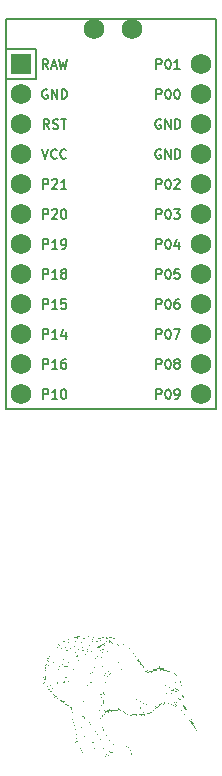
<source format=gbr>
%TF.GenerationSoftware,KiCad,Pcbnew,(6.0.5)*%
%TF.CreationDate,2022-05-07T22:58:46-04:00*%
%TF.ProjectId,main,6d61696e-2e6b-4696-9361-645f70636258,VERSION_HERE*%
%TF.SameCoordinates,Original*%
%TF.FileFunction,Legend,Top*%
%TF.FilePolarity,Positive*%
%FSLAX46Y46*%
G04 Gerber Fmt 4.6, Leading zero omitted, Abs format (unit mm)*
G04 Created by KiCad (PCBNEW (6.0.5)) date 2022-05-07 22:58:46*
%MOMM*%
%LPD*%
G01*
G04 APERTURE LIST*
%ADD10C,0.150000*%
%ADD11C,1.752600*%
%ADD12R,1.752600X1.752600*%
G04 APERTURE END LIST*
D10*
%TO.C,*%
%TO.C,MCU1*%
X264468538Y-124701871D02*
X264468538Y-123901871D01*
X264773300Y-123901871D01*
X264849490Y-123939967D01*
X264887586Y-123978062D01*
X264925681Y-124054252D01*
X264925681Y-124168538D01*
X264887586Y-124244728D01*
X264849490Y-124282824D01*
X264773300Y-124320919D01*
X264468538Y-124320919D01*
X265687586Y-124701871D02*
X265230443Y-124701871D01*
X265459014Y-124701871D02*
X265459014Y-123901871D01*
X265382824Y-124016157D01*
X265306633Y-124092347D01*
X265230443Y-124130443D01*
X266411395Y-123901871D02*
X266030443Y-123901871D01*
X265992347Y-124282824D01*
X266030443Y-124244728D01*
X266106633Y-124206633D01*
X266297109Y-124206633D01*
X266373300Y-124244728D01*
X266411395Y-124282824D01*
X266449490Y-124359014D01*
X266449490Y-124549490D01*
X266411395Y-124625681D01*
X266373300Y-124663776D01*
X266297109Y-124701871D01*
X266106633Y-124701871D01*
X266030443Y-124663776D01*
X265992347Y-124625681D01*
X274068538Y-104381871D02*
X274068538Y-103581871D01*
X274373300Y-103581871D01*
X274449490Y-103619967D01*
X274487586Y-103658062D01*
X274525681Y-103734252D01*
X274525681Y-103848538D01*
X274487586Y-103924728D01*
X274449490Y-103962824D01*
X274373300Y-104000919D01*
X274068538Y-104000919D01*
X275020919Y-103581871D02*
X275097109Y-103581871D01*
X275173300Y-103619967D01*
X275211395Y-103658062D01*
X275249490Y-103734252D01*
X275287586Y-103886633D01*
X275287586Y-104077109D01*
X275249490Y-104229490D01*
X275211395Y-104305681D01*
X275173300Y-104343776D01*
X275097109Y-104381871D01*
X275020919Y-104381871D01*
X274944728Y-104343776D01*
X274906633Y-104305681D01*
X274868538Y-104229490D01*
X274830443Y-104077109D01*
X274830443Y-103886633D01*
X274868538Y-103734252D01*
X274906633Y-103658062D01*
X274944728Y-103619967D01*
X275020919Y-103581871D01*
X276049490Y-104381871D02*
X275592347Y-104381871D01*
X275820919Y-104381871D02*
X275820919Y-103581871D01*
X275744728Y-103696157D01*
X275668538Y-103772347D01*
X275592347Y-103810443D01*
X264830443Y-106159967D02*
X264754252Y-106121871D01*
X264639967Y-106121871D01*
X264525681Y-106159967D01*
X264449490Y-106236157D01*
X264411395Y-106312347D01*
X264373300Y-106464728D01*
X264373300Y-106579014D01*
X264411395Y-106731395D01*
X264449490Y-106807586D01*
X264525681Y-106883776D01*
X264639967Y-106921871D01*
X264716157Y-106921871D01*
X264830443Y-106883776D01*
X264868538Y-106845681D01*
X264868538Y-106579014D01*
X264716157Y-106579014D01*
X265211395Y-106921871D02*
X265211395Y-106121871D01*
X265668538Y-106921871D01*
X265668538Y-106121871D01*
X266049490Y-106921871D02*
X266049490Y-106121871D01*
X266239967Y-106121871D01*
X266354252Y-106159967D01*
X266430443Y-106236157D01*
X266468538Y-106312347D01*
X266506633Y-106464728D01*
X266506633Y-106579014D01*
X266468538Y-106731395D01*
X266430443Y-106807586D01*
X266354252Y-106883776D01*
X266239967Y-106921871D01*
X266049490Y-106921871D01*
X274068538Y-129781871D02*
X274068538Y-128981871D01*
X274373300Y-128981871D01*
X274449490Y-129019967D01*
X274487586Y-129058062D01*
X274525681Y-129134252D01*
X274525681Y-129248538D01*
X274487586Y-129324728D01*
X274449490Y-129362824D01*
X274373300Y-129400919D01*
X274068538Y-129400919D01*
X275020919Y-128981871D02*
X275097109Y-128981871D01*
X275173300Y-129019967D01*
X275211395Y-129058062D01*
X275249490Y-129134252D01*
X275287586Y-129286633D01*
X275287586Y-129477109D01*
X275249490Y-129629490D01*
X275211395Y-129705681D01*
X275173300Y-129743776D01*
X275097109Y-129781871D01*
X275020919Y-129781871D01*
X274944728Y-129743776D01*
X274906633Y-129705681D01*
X274868538Y-129629490D01*
X274830443Y-129477109D01*
X274830443Y-129286633D01*
X274868538Y-129134252D01*
X274906633Y-129058062D01*
X274944728Y-129019967D01*
X275020919Y-128981871D01*
X275744728Y-129324728D02*
X275668538Y-129286633D01*
X275630443Y-129248538D01*
X275592347Y-129172347D01*
X275592347Y-129134252D01*
X275630443Y-129058062D01*
X275668538Y-129019967D01*
X275744728Y-128981871D01*
X275897109Y-128981871D01*
X275973300Y-129019967D01*
X276011395Y-129058062D01*
X276049490Y-129134252D01*
X276049490Y-129172347D01*
X276011395Y-129248538D01*
X275973300Y-129286633D01*
X275897109Y-129324728D01*
X275744728Y-129324728D01*
X275668538Y-129362824D01*
X275630443Y-129400919D01*
X275592347Y-129477109D01*
X275592347Y-129629490D01*
X275630443Y-129705681D01*
X275668538Y-129743776D01*
X275744728Y-129781871D01*
X275897109Y-129781871D01*
X275973300Y-129743776D01*
X276011395Y-129705681D01*
X276049490Y-129629490D01*
X276049490Y-129477109D01*
X276011395Y-129400919D01*
X275973300Y-129362824D01*
X275897109Y-129324728D01*
X264468538Y-132321871D02*
X264468538Y-131521871D01*
X264773300Y-131521871D01*
X264849490Y-131559967D01*
X264887586Y-131598062D01*
X264925681Y-131674252D01*
X264925681Y-131788538D01*
X264887586Y-131864728D01*
X264849490Y-131902824D01*
X264773300Y-131940919D01*
X264468538Y-131940919D01*
X265687586Y-132321871D02*
X265230443Y-132321871D01*
X265459014Y-132321871D02*
X265459014Y-131521871D01*
X265382824Y-131636157D01*
X265306633Y-131712347D01*
X265230443Y-131750443D01*
X266182824Y-131521871D02*
X266259014Y-131521871D01*
X266335205Y-131559967D01*
X266373300Y-131598062D01*
X266411395Y-131674252D01*
X266449490Y-131826633D01*
X266449490Y-132017109D01*
X266411395Y-132169490D01*
X266373300Y-132245681D01*
X266335205Y-132283776D01*
X266259014Y-132321871D01*
X266182824Y-132321871D01*
X266106633Y-132283776D01*
X266068538Y-132245681D01*
X266030443Y-132169490D01*
X265992347Y-132017109D01*
X265992347Y-131826633D01*
X266030443Y-131674252D01*
X266068538Y-131598062D01*
X266106633Y-131559967D01*
X266182824Y-131521871D01*
X264468538Y-119621871D02*
X264468538Y-118821871D01*
X264773300Y-118821871D01*
X264849490Y-118859967D01*
X264887586Y-118898062D01*
X264925681Y-118974252D01*
X264925681Y-119088538D01*
X264887586Y-119164728D01*
X264849490Y-119202824D01*
X264773300Y-119240919D01*
X264468538Y-119240919D01*
X265687586Y-119621871D02*
X265230443Y-119621871D01*
X265459014Y-119621871D02*
X265459014Y-118821871D01*
X265382824Y-118936157D01*
X265306633Y-119012347D01*
X265230443Y-119050443D01*
X266068538Y-119621871D02*
X266220919Y-119621871D01*
X266297109Y-119583776D01*
X266335205Y-119545681D01*
X266411395Y-119431395D01*
X266449490Y-119279014D01*
X266449490Y-118974252D01*
X266411395Y-118898062D01*
X266373300Y-118859967D01*
X266297109Y-118821871D01*
X266144728Y-118821871D01*
X266068538Y-118859967D01*
X266030443Y-118898062D01*
X265992347Y-118974252D01*
X265992347Y-119164728D01*
X266030443Y-119240919D01*
X266068538Y-119279014D01*
X266144728Y-119317109D01*
X266297109Y-119317109D01*
X266373300Y-119279014D01*
X266411395Y-119240919D01*
X266449490Y-119164728D01*
X264373300Y-111201871D02*
X264639967Y-112001871D01*
X264906633Y-111201871D01*
X265630443Y-111925681D02*
X265592347Y-111963776D01*
X265478062Y-112001871D01*
X265401871Y-112001871D01*
X265287586Y-111963776D01*
X265211395Y-111887586D01*
X265173300Y-111811395D01*
X265135205Y-111659014D01*
X265135205Y-111544728D01*
X265173300Y-111392347D01*
X265211395Y-111316157D01*
X265287586Y-111239967D01*
X265401871Y-111201871D01*
X265478062Y-111201871D01*
X265592347Y-111239967D01*
X265630443Y-111278062D01*
X266430443Y-111925681D02*
X266392347Y-111963776D01*
X266278062Y-112001871D01*
X266201871Y-112001871D01*
X266087586Y-111963776D01*
X266011395Y-111887586D01*
X265973300Y-111811395D01*
X265935205Y-111659014D01*
X265935205Y-111544728D01*
X265973300Y-111392347D01*
X266011395Y-111316157D01*
X266087586Y-111239967D01*
X266201871Y-111201871D01*
X266278062Y-111201871D01*
X266392347Y-111239967D01*
X266430443Y-111278062D01*
X274430443Y-111239967D02*
X274354252Y-111201871D01*
X274239967Y-111201871D01*
X274125681Y-111239967D01*
X274049490Y-111316157D01*
X274011395Y-111392347D01*
X273973300Y-111544728D01*
X273973300Y-111659014D01*
X274011395Y-111811395D01*
X274049490Y-111887586D01*
X274125681Y-111963776D01*
X274239967Y-112001871D01*
X274316157Y-112001871D01*
X274430443Y-111963776D01*
X274468538Y-111925681D01*
X274468538Y-111659014D01*
X274316157Y-111659014D01*
X274811395Y-112001871D02*
X274811395Y-111201871D01*
X275268538Y-112001871D01*
X275268538Y-111201871D01*
X275649490Y-112001871D02*
X275649490Y-111201871D01*
X275839967Y-111201871D01*
X275954252Y-111239967D01*
X276030443Y-111316157D01*
X276068538Y-111392347D01*
X276106633Y-111544728D01*
X276106633Y-111659014D01*
X276068538Y-111811395D01*
X276030443Y-111887586D01*
X275954252Y-111963776D01*
X275839967Y-112001871D01*
X275649490Y-112001871D01*
X265001871Y-109461871D02*
X264735205Y-109080919D01*
X264544728Y-109461871D02*
X264544728Y-108661871D01*
X264849490Y-108661871D01*
X264925681Y-108699967D01*
X264963776Y-108738062D01*
X265001871Y-108814252D01*
X265001871Y-108928538D01*
X264963776Y-109004728D01*
X264925681Y-109042824D01*
X264849490Y-109080919D01*
X264544728Y-109080919D01*
X265306633Y-109423776D02*
X265420919Y-109461871D01*
X265611395Y-109461871D01*
X265687586Y-109423776D01*
X265725681Y-109385681D01*
X265763776Y-109309490D01*
X265763776Y-109233300D01*
X265725681Y-109157109D01*
X265687586Y-109119014D01*
X265611395Y-109080919D01*
X265459014Y-109042824D01*
X265382824Y-109004728D01*
X265344728Y-108966633D01*
X265306633Y-108890443D01*
X265306633Y-108814252D01*
X265344728Y-108738062D01*
X265382824Y-108699967D01*
X265459014Y-108661871D01*
X265649490Y-108661871D01*
X265763776Y-108699967D01*
X265992347Y-108661871D02*
X266449490Y-108661871D01*
X266220919Y-109461871D02*
X266220919Y-108661871D01*
X264468538Y-117081871D02*
X264468538Y-116281871D01*
X264773300Y-116281871D01*
X264849490Y-116319967D01*
X264887586Y-116358062D01*
X264925681Y-116434252D01*
X264925681Y-116548538D01*
X264887586Y-116624728D01*
X264849490Y-116662824D01*
X264773300Y-116700919D01*
X264468538Y-116700919D01*
X265230443Y-116358062D02*
X265268538Y-116319967D01*
X265344728Y-116281871D01*
X265535205Y-116281871D01*
X265611395Y-116319967D01*
X265649490Y-116358062D01*
X265687586Y-116434252D01*
X265687586Y-116510443D01*
X265649490Y-116624728D01*
X265192347Y-117081871D01*
X265687586Y-117081871D01*
X266182824Y-116281871D02*
X266259014Y-116281871D01*
X266335205Y-116319967D01*
X266373300Y-116358062D01*
X266411395Y-116434252D01*
X266449490Y-116586633D01*
X266449490Y-116777109D01*
X266411395Y-116929490D01*
X266373300Y-117005681D01*
X266335205Y-117043776D01*
X266259014Y-117081871D01*
X266182824Y-117081871D01*
X266106633Y-117043776D01*
X266068538Y-117005681D01*
X266030443Y-116929490D01*
X265992347Y-116777109D01*
X265992347Y-116586633D01*
X266030443Y-116434252D01*
X266068538Y-116358062D01*
X266106633Y-116319967D01*
X266182824Y-116281871D01*
X274430443Y-108699967D02*
X274354252Y-108661871D01*
X274239967Y-108661871D01*
X274125681Y-108699967D01*
X274049490Y-108776157D01*
X274011395Y-108852347D01*
X273973300Y-109004728D01*
X273973300Y-109119014D01*
X274011395Y-109271395D01*
X274049490Y-109347586D01*
X274125681Y-109423776D01*
X274239967Y-109461871D01*
X274316157Y-109461871D01*
X274430443Y-109423776D01*
X274468538Y-109385681D01*
X274468538Y-109119014D01*
X274316157Y-109119014D01*
X274811395Y-109461871D02*
X274811395Y-108661871D01*
X275268538Y-109461871D01*
X275268538Y-108661871D01*
X275649490Y-109461871D02*
X275649490Y-108661871D01*
X275839967Y-108661871D01*
X275954252Y-108699967D01*
X276030443Y-108776157D01*
X276068538Y-108852347D01*
X276106633Y-109004728D01*
X276106633Y-109119014D01*
X276068538Y-109271395D01*
X276030443Y-109347586D01*
X275954252Y-109423776D01*
X275839967Y-109461871D01*
X275649490Y-109461871D01*
X274068538Y-106921871D02*
X274068538Y-106121871D01*
X274373300Y-106121871D01*
X274449490Y-106159967D01*
X274487586Y-106198062D01*
X274525681Y-106274252D01*
X274525681Y-106388538D01*
X274487586Y-106464728D01*
X274449490Y-106502824D01*
X274373300Y-106540919D01*
X274068538Y-106540919D01*
X275020919Y-106121871D02*
X275097109Y-106121871D01*
X275173300Y-106159967D01*
X275211395Y-106198062D01*
X275249490Y-106274252D01*
X275287586Y-106426633D01*
X275287586Y-106617109D01*
X275249490Y-106769490D01*
X275211395Y-106845681D01*
X275173300Y-106883776D01*
X275097109Y-106921871D01*
X275020919Y-106921871D01*
X274944728Y-106883776D01*
X274906633Y-106845681D01*
X274868538Y-106769490D01*
X274830443Y-106617109D01*
X274830443Y-106426633D01*
X274868538Y-106274252D01*
X274906633Y-106198062D01*
X274944728Y-106159967D01*
X275020919Y-106121871D01*
X275782824Y-106121871D02*
X275859014Y-106121871D01*
X275935205Y-106159967D01*
X275973300Y-106198062D01*
X276011395Y-106274252D01*
X276049490Y-106426633D01*
X276049490Y-106617109D01*
X276011395Y-106769490D01*
X275973300Y-106845681D01*
X275935205Y-106883776D01*
X275859014Y-106921871D01*
X275782824Y-106921871D01*
X275706633Y-106883776D01*
X275668538Y-106845681D01*
X275630443Y-106769490D01*
X275592347Y-106617109D01*
X275592347Y-106426633D01*
X275630443Y-106274252D01*
X275668538Y-106198062D01*
X275706633Y-106159967D01*
X275782824Y-106121871D01*
X264468538Y-122161871D02*
X264468538Y-121361871D01*
X264773300Y-121361871D01*
X264849490Y-121399967D01*
X264887586Y-121438062D01*
X264925681Y-121514252D01*
X264925681Y-121628538D01*
X264887586Y-121704728D01*
X264849490Y-121742824D01*
X264773300Y-121780919D01*
X264468538Y-121780919D01*
X265687586Y-122161871D02*
X265230443Y-122161871D01*
X265459014Y-122161871D02*
X265459014Y-121361871D01*
X265382824Y-121476157D01*
X265306633Y-121552347D01*
X265230443Y-121590443D01*
X266144728Y-121704728D02*
X266068538Y-121666633D01*
X266030443Y-121628538D01*
X265992347Y-121552347D01*
X265992347Y-121514252D01*
X266030443Y-121438062D01*
X266068538Y-121399967D01*
X266144728Y-121361871D01*
X266297109Y-121361871D01*
X266373300Y-121399967D01*
X266411395Y-121438062D01*
X266449490Y-121514252D01*
X266449490Y-121552347D01*
X266411395Y-121628538D01*
X266373300Y-121666633D01*
X266297109Y-121704728D01*
X266144728Y-121704728D01*
X266068538Y-121742824D01*
X266030443Y-121780919D01*
X265992347Y-121857109D01*
X265992347Y-122009490D01*
X266030443Y-122085681D01*
X266068538Y-122123776D01*
X266144728Y-122161871D01*
X266297109Y-122161871D01*
X266373300Y-122123776D01*
X266411395Y-122085681D01*
X266449490Y-122009490D01*
X266449490Y-121857109D01*
X266411395Y-121780919D01*
X266373300Y-121742824D01*
X266297109Y-121704728D01*
X274068538Y-132321871D02*
X274068538Y-131521871D01*
X274373300Y-131521871D01*
X274449490Y-131559967D01*
X274487586Y-131598062D01*
X274525681Y-131674252D01*
X274525681Y-131788538D01*
X274487586Y-131864728D01*
X274449490Y-131902824D01*
X274373300Y-131940919D01*
X274068538Y-131940919D01*
X275020919Y-131521871D02*
X275097109Y-131521871D01*
X275173300Y-131559967D01*
X275211395Y-131598062D01*
X275249490Y-131674252D01*
X275287586Y-131826633D01*
X275287586Y-132017109D01*
X275249490Y-132169490D01*
X275211395Y-132245681D01*
X275173300Y-132283776D01*
X275097109Y-132321871D01*
X275020919Y-132321871D01*
X274944728Y-132283776D01*
X274906633Y-132245681D01*
X274868538Y-132169490D01*
X274830443Y-132017109D01*
X274830443Y-131826633D01*
X274868538Y-131674252D01*
X274906633Y-131598062D01*
X274944728Y-131559967D01*
X275020919Y-131521871D01*
X275668538Y-132321871D02*
X275820919Y-132321871D01*
X275897109Y-132283776D01*
X275935205Y-132245681D01*
X276011395Y-132131395D01*
X276049490Y-131979014D01*
X276049490Y-131674252D01*
X276011395Y-131598062D01*
X275973300Y-131559967D01*
X275897109Y-131521871D01*
X275744728Y-131521871D01*
X275668538Y-131559967D01*
X275630443Y-131598062D01*
X275592347Y-131674252D01*
X275592347Y-131864728D01*
X275630443Y-131940919D01*
X275668538Y-131979014D01*
X275744728Y-132017109D01*
X275897109Y-132017109D01*
X275973300Y-131979014D01*
X276011395Y-131940919D01*
X276049490Y-131864728D01*
X264887586Y-104381871D02*
X264620919Y-104000919D01*
X264430443Y-104381871D02*
X264430443Y-103581871D01*
X264735205Y-103581871D01*
X264811395Y-103619967D01*
X264849490Y-103658062D01*
X264887586Y-103734252D01*
X264887586Y-103848538D01*
X264849490Y-103924728D01*
X264811395Y-103962824D01*
X264735205Y-104000919D01*
X264430443Y-104000919D01*
X265192347Y-104153300D02*
X265573300Y-104153300D01*
X265116157Y-104381871D02*
X265382824Y-103581871D01*
X265649490Y-104381871D01*
X265839967Y-103581871D02*
X266030443Y-104381871D01*
X266182824Y-103810443D01*
X266335205Y-104381871D01*
X266525681Y-103581871D01*
X274068538Y-122161871D02*
X274068538Y-121361871D01*
X274373300Y-121361871D01*
X274449490Y-121399967D01*
X274487586Y-121438062D01*
X274525681Y-121514252D01*
X274525681Y-121628538D01*
X274487586Y-121704728D01*
X274449490Y-121742824D01*
X274373300Y-121780919D01*
X274068538Y-121780919D01*
X275020919Y-121361871D02*
X275097109Y-121361871D01*
X275173300Y-121399967D01*
X275211395Y-121438062D01*
X275249490Y-121514252D01*
X275287586Y-121666633D01*
X275287586Y-121857109D01*
X275249490Y-122009490D01*
X275211395Y-122085681D01*
X275173300Y-122123776D01*
X275097109Y-122161871D01*
X275020919Y-122161871D01*
X274944728Y-122123776D01*
X274906633Y-122085681D01*
X274868538Y-122009490D01*
X274830443Y-121857109D01*
X274830443Y-121666633D01*
X274868538Y-121514252D01*
X274906633Y-121438062D01*
X274944728Y-121399967D01*
X275020919Y-121361871D01*
X276011395Y-121361871D02*
X275630443Y-121361871D01*
X275592347Y-121742824D01*
X275630443Y-121704728D01*
X275706633Y-121666633D01*
X275897109Y-121666633D01*
X275973300Y-121704728D01*
X276011395Y-121742824D01*
X276049490Y-121819014D01*
X276049490Y-122009490D01*
X276011395Y-122085681D01*
X275973300Y-122123776D01*
X275897109Y-122161871D01*
X275706633Y-122161871D01*
X275630443Y-122123776D01*
X275592347Y-122085681D01*
X264468538Y-114541871D02*
X264468538Y-113741871D01*
X264773300Y-113741871D01*
X264849490Y-113779967D01*
X264887586Y-113818062D01*
X264925681Y-113894252D01*
X264925681Y-114008538D01*
X264887586Y-114084728D01*
X264849490Y-114122824D01*
X264773300Y-114160919D01*
X264468538Y-114160919D01*
X265230443Y-113818062D02*
X265268538Y-113779967D01*
X265344728Y-113741871D01*
X265535205Y-113741871D01*
X265611395Y-113779967D01*
X265649490Y-113818062D01*
X265687586Y-113894252D01*
X265687586Y-113970443D01*
X265649490Y-114084728D01*
X265192347Y-114541871D01*
X265687586Y-114541871D01*
X266449490Y-114541871D02*
X265992347Y-114541871D01*
X266220919Y-114541871D02*
X266220919Y-113741871D01*
X266144728Y-113856157D01*
X266068538Y-113932347D01*
X265992347Y-113970443D01*
X274068538Y-119621871D02*
X274068538Y-118821871D01*
X274373300Y-118821871D01*
X274449490Y-118859967D01*
X274487586Y-118898062D01*
X274525681Y-118974252D01*
X274525681Y-119088538D01*
X274487586Y-119164728D01*
X274449490Y-119202824D01*
X274373300Y-119240919D01*
X274068538Y-119240919D01*
X275020919Y-118821871D02*
X275097109Y-118821871D01*
X275173300Y-118859967D01*
X275211395Y-118898062D01*
X275249490Y-118974252D01*
X275287586Y-119126633D01*
X275287586Y-119317109D01*
X275249490Y-119469490D01*
X275211395Y-119545681D01*
X275173300Y-119583776D01*
X275097109Y-119621871D01*
X275020919Y-119621871D01*
X274944728Y-119583776D01*
X274906633Y-119545681D01*
X274868538Y-119469490D01*
X274830443Y-119317109D01*
X274830443Y-119126633D01*
X274868538Y-118974252D01*
X274906633Y-118898062D01*
X274944728Y-118859967D01*
X275020919Y-118821871D01*
X275973300Y-119088538D02*
X275973300Y-119621871D01*
X275782824Y-118783776D02*
X275592347Y-119355205D01*
X276087586Y-119355205D01*
X274068538Y-117081871D02*
X274068538Y-116281871D01*
X274373300Y-116281871D01*
X274449490Y-116319967D01*
X274487586Y-116358062D01*
X274525681Y-116434252D01*
X274525681Y-116548538D01*
X274487586Y-116624728D01*
X274449490Y-116662824D01*
X274373300Y-116700919D01*
X274068538Y-116700919D01*
X275020919Y-116281871D02*
X275097109Y-116281871D01*
X275173300Y-116319967D01*
X275211395Y-116358062D01*
X275249490Y-116434252D01*
X275287586Y-116586633D01*
X275287586Y-116777109D01*
X275249490Y-116929490D01*
X275211395Y-117005681D01*
X275173300Y-117043776D01*
X275097109Y-117081871D01*
X275020919Y-117081871D01*
X274944728Y-117043776D01*
X274906633Y-117005681D01*
X274868538Y-116929490D01*
X274830443Y-116777109D01*
X274830443Y-116586633D01*
X274868538Y-116434252D01*
X274906633Y-116358062D01*
X274944728Y-116319967D01*
X275020919Y-116281871D01*
X275554252Y-116281871D02*
X276049490Y-116281871D01*
X275782824Y-116586633D01*
X275897109Y-116586633D01*
X275973300Y-116624728D01*
X276011395Y-116662824D01*
X276049490Y-116739014D01*
X276049490Y-116929490D01*
X276011395Y-117005681D01*
X275973300Y-117043776D01*
X275897109Y-117081871D01*
X275668538Y-117081871D01*
X275592347Y-117043776D01*
X275554252Y-117005681D01*
X264468538Y-127241871D02*
X264468538Y-126441871D01*
X264773300Y-126441871D01*
X264849490Y-126479967D01*
X264887586Y-126518062D01*
X264925681Y-126594252D01*
X264925681Y-126708538D01*
X264887586Y-126784728D01*
X264849490Y-126822824D01*
X264773300Y-126860919D01*
X264468538Y-126860919D01*
X265687586Y-127241871D02*
X265230443Y-127241871D01*
X265459014Y-127241871D02*
X265459014Y-126441871D01*
X265382824Y-126556157D01*
X265306633Y-126632347D01*
X265230443Y-126670443D01*
X266373300Y-126708538D02*
X266373300Y-127241871D01*
X266182824Y-126403776D02*
X265992347Y-126975205D01*
X266487586Y-126975205D01*
X274068538Y-127241871D02*
X274068538Y-126441871D01*
X274373300Y-126441871D01*
X274449490Y-126479967D01*
X274487586Y-126518062D01*
X274525681Y-126594252D01*
X274525681Y-126708538D01*
X274487586Y-126784728D01*
X274449490Y-126822824D01*
X274373300Y-126860919D01*
X274068538Y-126860919D01*
X275020919Y-126441871D02*
X275097109Y-126441871D01*
X275173300Y-126479967D01*
X275211395Y-126518062D01*
X275249490Y-126594252D01*
X275287586Y-126746633D01*
X275287586Y-126937109D01*
X275249490Y-127089490D01*
X275211395Y-127165681D01*
X275173300Y-127203776D01*
X275097109Y-127241871D01*
X275020919Y-127241871D01*
X274944728Y-127203776D01*
X274906633Y-127165681D01*
X274868538Y-127089490D01*
X274830443Y-126937109D01*
X274830443Y-126746633D01*
X274868538Y-126594252D01*
X274906633Y-126518062D01*
X274944728Y-126479967D01*
X275020919Y-126441871D01*
X275554252Y-126441871D02*
X276087586Y-126441871D01*
X275744728Y-127241871D01*
X274068538Y-124701871D02*
X274068538Y-123901871D01*
X274373300Y-123901871D01*
X274449490Y-123939967D01*
X274487586Y-123978062D01*
X274525681Y-124054252D01*
X274525681Y-124168538D01*
X274487586Y-124244728D01*
X274449490Y-124282824D01*
X274373300Y-124320919D01*
X274068538Y-124320919D01*
X275020919Y-123901871D02*
X275097109Y-123901871D01*
X275173300Y-123939967D01*
X275211395Y-123978062D01*
X275249490Y-124054252D01*
X275287586Y-124206633D01*
X275287586Y-124397109D01*
X275249490Y-124549490D01*
X275211395Y-124625681D01*
X275173300Y-124663776D01*
X275097109Y-124701871D01*
X275020919Y-124701871D01*
X274944728Y-124663776D01*
X274906633Y-124625681D01*
X274868538Y-124549490D01*
X274830443Y-124397109D01*
X274830443Y-124206633D01*
X274868538Y-124054252D01*
X274906633Y-123978062D01*
X274944728Y-123939967D01*
X275020919Y-123901871D01*
X275973300Y-123901871D02*
X275820919Y-123901871D01*
X275744728Y-123939967D01*
X275706633Y-123978062D01*
X275630443Y-124092347D01*
X275592347Y-124244728D01*
X275592347Y-124549490D01*
X275630443Y-124625681D01*
X275668538Y-124663776D01*
X275744728Y-124701871D01*
X275897109Y-124701871D01*
X275973300Y-124663776D01*
X276011395Y-124625681D01*
X276049490Y-124549490D01*
X276049490Y-124359014D01*
X276011395Y-124282824D01*
X275973300Y-124244728D01*
X275897109Y-124206633D01*
X275744728Y-124206633D01*
X275668538Y-124244728D01*
X275630443Y-124282824D01*
X275592347Y-124359014D01*
X274068538Y-114541871D02*
X274068538Y-113741871D01*
X274373300Y-113741871D01*
X274449490Y-113779967D01*
X274487586Y-113818062D01*
X274525681Y-113894252D01*
X274525681Y-114008538D01*
X274487586Y-114084728D01*
X274449490Y-114122824D01*
X274373300Y-114160919D01*
X274068538Y-114160919D01*
X275020919Y-113741871D02*
X275097109Y-113741871D01*
X275173300Y-113779967D01*
X275211395Y-113818062D01*
X275249490Y-113894252D01*
X275287586Y-114046633D01*
X275287586Y-114237109D01*
X275249490Y-114389490D01*
X275211395Y-114465681D01*
X275173300Y-114503776D01*
X275097109Y-114541871D01*
X275020919Y-114541871D01*
X274944728Y-114503776D01*
X274906633Y-114465681D01*
X274868538Y-114389490D01*
X274830443Y-114237109D01*
X274830443Y-114046633D01*
X274868538Y-113894252D01*
X274906633Y-113818062D01*
X274944728Y-113779967D01*
X275020919Y-113741871D01*
X275592347Y-113818062D02*
X275630443Y-113779967D01*
X275706633Y-113741871D01*
X275897109Y-113741871D01*
X275973300Y-113779967D01*
X276011395Y-113818062D01*
X276049490Y-113894252D01*
X276049490Y-113970443D01*
X276011395Y-114084728D01*
X275554252Y-114541871D01*
X276049490Y-114541871D01*
X264468538Y-129781871D02*
X264468538Y-128981871D01*
X264773300Y-128981871D01*
X264849490Y-129019967D01*
X264887586Y-129058062D01*
X264925681Y-129134252D01*
X264925681Y-129248538D01*
X264887586Y-129324728D01*
X264849490Y-129362824D01*
X264773300Y-129400919D01*
X264468538Y-129400919D01*
X265687586Y-129781871D02*
X265230443Y-129781871D01*
X265459014Y-129781871D02*
X265459014Y-128981871D01*
X265382824Y-129096157D01*
X265306633Y-129172347D01*
X265230443Y-129210443D01*
X266373300Y-128981871D02*
X266220919Y-128981871D01*
X266144728Y-129019967D01*
X266106633Y-129058062D01*
X266030443Y-129172347D01*
X265992347Y-129324728D01*
X265992347Y-129629490D01*
X266030443Y-129705681D01*
X266068538Y-129743776D01*
X266144728Y-129781871D01*
X266297109Y-129781871D01*
X266373300Y-129743776D01*
X266411395Y-129705681D01*
X266449490Y-129629490D01*
X266449490Y-129439014D01*
X266411395Y-129362824D01*
X266373300Y-129324728D01*
X266297109Y-129286633D01*
X266144728Y-129286633D01*
X266068538Y-129324728D01*
X266030443Y-129362824D01*
X265992347Y-129439014D01*
%TO.C,G\u002A\u002A\u002A*%
G36*
X265862929Y-153496757D02*
G01*
X265885859Y-153487197D01*
X265921245Y-153475451D01*
X265933452Y-153471718D01*
X265972125Y-153460620D01*
X265999857Y-153454474D01*
X266018536Y-153453472D01*
X266030050Y-153457808D01*
X266036285Y-153467676D01*
X266039057Y-153482539D01*
X266037632Y-153499984D01*
X266028796Y-153508377D01*
X266015095Y-153511502D01*
X265991816Y-153514333D01*
X265962707Y-153516678D01*
X265931519Y-153518345D01*
X265902001Y-153519143D01*
X265877904Y-153518878D01*
X265862978Y-153517360D01*
X265861544Y-153516935D01*
X265851506Y-153511164D01*
X265851723Y-153504592D01*
X265857726Y-153500395D01*
X265885340Y-153500395D01*
X265886279Y-153504461D01*
X265889901Y-153504955D01*
X265895531Y-153502452D01*
X265894461Y-153500395D01*
X265886343Y-153499576D01*
X265885340Y-153500395D01*
X265857726Y-153500395D01*
X265859784Y-153498956D01*
X265903582Y-153498956D01*
X265909738Y-153502311D01*
X265925616Y-153504246D01*
X265947336Y-153504795D01*
X265971017Y-153503988D01*
X265992776Y-153501857D01*
X266008732Y-153498433D01*
X266009667Y-153498094D01*
X266022933Y-153488825D01*
X266025569Y-153478082D01*
X266018094Y-153470070D01*
X266006007Y-153468394D01*
X265988126Y-153470947D01*
X265965562Y-153476058D01*
X265942085Y-153482603D01*
X265921464Y-153489457D01*
X265907471Y-153495495D01*
X265903582Y-153498956D01*
X265859784Y-153498956D01*
X265862929Y-153496757D01*
G37*
G36*
X264975491Y-154216327D02*
G01*
X264991886Y-154211507D01*
X265012304Y-154210030D01*
X265032070Y-154212129D01*
X265046508Y-154218035D01*
X265048828Y-154220243D01*
X265054343Y-154230099D01*
X265048979Y-154238179D01*
X265045203Y-154241085D01*
X265025013Y-154249236D01*
X264999316Y-154247047D01*
X264984833Y-154242532D01*
X264970416Y-154233496D01*
X264968487Y-154226699D01*
X264984687Y-154226699D01*
X264990331Y-154230083D01*
X265007890Y-154235171D01*
X265023932Y-154236055D01*
X265033705Y-154232735D01*
X265034797Y-154230083D01*
X265028710Y-154226007D01*
X265013401Y-154223840D01*
X265005723Y-154223723D01*
X264988992Y-154224575D01*
X264984687Y-154226699D01*
X264968487Y-154226699D01*
X264967795Y-154224260D01*
X264975491Y-154216327D01*
G37*
G36*
X272501743Y-154393433D02*
G01*
X272506312Y-154378610D01*
X272520312Y-154357221D01*
X272539730Y-154347398D01*
X272562123Y-154349507D01*
X272585046Y-154363918D01*
X272587599Y-154366373D01*
X272603882Y-154390975D01*
X272606986Y-154418326D01*
X272596854Y-154447305D01*
X272592050Y-154454961D01*
X272580718Y-154467558D01*
X272565713Y-154479569D01*
X272550412Y-154488963D01*
X272538196Y-154493707D01*
X272532443Y-154491769D01*
X272532346Y-154490860D01*
X272526982Y-154484082D01*
X272515477Y-154476478D01*
X272504440Y-154468193D01*
X272502199Y-154461640D01*
X272501159Y-154456091D01*
X272499443Y-154455830D01*
X272496123Y-154449868D01*
X272495644Y-154434731D01*
X272496316Y-154427934D01*
X272513063Y-154427934D01*
X272517296Y-154448710D01*
X272526598Y-154466020D01*
X272538327Y-154475521D01*
X272542417Y-154476201D01*
X272552549Y-154472126D01*
X272564039Y-154464229D01*
X272584807Y-154440996D01*
X272592863Y-154416182D01*
X272587937Y-154391420D01*
X272578416Y-154377009D01*
X272560986Y-154363844D01*
X272543867Y-154362812D01*
X272528929Y-154372455D01*
X272518046Y-154391315D01*
X272513088Y-154417932D01*
X272513063Y-154427934D01*
X272496316Y-154427934D01*
X272497640Y-154414544D01*
X272501743Y-154393433D01*
G37*
G36*
X267656510Y-159604218D02*
G01*
X267657327Y-159562153D01*
X267658606Y-159524733D01*
X267660354Y-159494249D01*
X267661457Y-159481851D01*
X267665758Y-159441421D01*
X267669030Y-159411793D01*
X267671698Y-159390166D01*
X267674185Y-159373738D01*
X267676914Y-159359708D01*
X267680308Y-159345273D01*
X267684717Y-159327924D01*
X267700281Y-159279613D01*
X267718866Y-159243892D01*
X267740227Y-159220969D01*
X267764116Y-159211050D01*
X267790288Y-159214340D01*
X267808753Y-159223889D01*
X267836221Y-159235780D01*
X267862152Y-159234096D01*
X267880582Y-159223889D01*
X267906053Y-159211179D01*
X267932134Y-159210368D01*
X267956847Y-159219918D01*
X267978215Y-159238293D01*
X267994262Y-159263954D01*
X268003011Y-159295365D01*
X268003754Y-159319660D01*
X268002273Y-159343999D01*
X268001163Y-159366341D01*
X268000987Y-159370966D01*
X268000296Y-159391489D01*
X268036607Y-159389251D01*
X268065060Y-159390463D01*
X268088046Y-159397023D01*
X268102644Y-159407730D01*
X268106329Y-159417890D01*
X268112341Y-159424178D01*
X268130767Y-159426320D01*
X268135219Y-159426283D01*
X268153709Y-159426819D01*
X268162888Y-159431050D01*
X268167068Y-159441403D01*
X268167713Y-159444576D01*
X268171317Y-159463458D01*
X268205015Y-159439445D01*
X268235931Y-159421726D01*
X268261911Y-159415931D01*
X268282356Y-159422157D01*
X268287072Y-159426131D01*
X268293737Y-159434986D01*
X268293019Y-159444788D01*
X268287385Y-159456915D01*
X268281798Y-159470438D01*
X268281808Y-159477076D01*
X268282305Y-159477207D01*
X268281844Y-159480093D01*
X268275724Y-159484341D01*
X268262545Y-159496176D01*
X268256716Y-159504571D01*
X268253662Y-159511808D01*
X268256221Y-159515301D01*
X268266986Y-159515737D01*
X268288548Y-159513803D01*
X268290690Y-159513580D01*
X268318371Y-159512022D01*
X268335801Y-159514586D01*
X268342904Y-159518514D01*
X268355385Y-159534428D01*
X268365647Y-159556784D01*
X268369663Y-159572771D01*
X268374061Y-159594929D01*
X268381265Y-159621908D01*
X268390217Y-159650685D01*
X268399861Y-159678233D01*
X268409139Y-159701529D01*
X268416996Y-159717547D01*
X268422245Y-159723269D01*
X268425825Y-159727366D01*
X268425032Y-159729132D01*
X268426811Y-159736721D01*
X268433749Y-159753905D01*
X268444621Y-159778177D01*
X268458201Y-159807032D01*
X268473263Y-159837964D01*
X268488582Y-159868467D01*
X268502933Y-159896036D01*
X268515089Y-159918163D01*
X268523827Y-159932344D01*
X268525486Y-159934541D01*
X268534784Y-159948815D01*
X268543417Y-159966119D01*
X268551211Y-159980776D01*
X268563995Y-160001176D01*
X268579783Y-160024548D01*
X268596588Y-160048123D01*
X268612426Y-160069132D01*
X268625308Y-160084805D01*
X268633250Y-160092371D01*
X268634173Y-160092674D01*
X268639664Y-160097991D01*
X268639914Y-160100178D01*
X268644025Y-160108026D01*
X268655268Y-160124156D01*
X268672010Y-160146348D01*
X268692617Y-160172377D01*
X268696480Y-160177137D01*
X268719751Y-160205825D01*
X268739307Y-160230311D01*
X268756973Y-160253033D01*
X268774573Y-160276430D01*
X268793931Y-160302940D01*
X268816871Y-160335001D01*
X268845219Y-160375050D01*
X268855940Y-160390250D01*
X268877294Y-160420385D01*
X268896556Y-160447283D01*
X268912019Y-160468584D01*
X268921978Y-160481925D01*
X268923942Y-160484390D01*
X268931993Y-160496506D01*
X268934070Y-160502862D01*
X268939291Y-160511264D01*
X268944944Y-160515370D01*
X268954343Y-160523563D01*
X268956053Y-160527682D01*
X268959710Y-160535890D01*
X268968644Y-160551088D01*
X268980180Y-160569132D01*
X268991643Y-160585878D01*
X269000358Y-160597183D01*
X269002037Y-160598895D01*
X269007630Y-160606862D01*
X269015733Y-160621332D01*
X269015931Y-160621716D01*
X269028347Y-160641450D01*
X269041397Y-160657793D01*
X269052311Y-160670614D01*
X269057848Y-160679124D01*
X269057935Y-160679438D01*
X269062071Y-160687259D01*
X269071836Y-160702885D01*
X269084512Y-160722030D01*
X269100868Y-160747283D01*
X269111097Y-160766969D01*
X269117480Y-160786318D01*
X269121778Y-160807526D01*
X269129734Y-160827431D01*
X269143586Y-160841315D01*
X269155994Y-160845210D01*
X269162263Y-160850799D01*
X269173341Y-160865823D01*
X269187441Y-160887727D01*
X269197442Y-160904547D01*
X269220375Y-160944272D01*
X269237446Y-160973734D01*
X269249609Y-160994528D01*
X269257822Y-161008254D01*
X269263040Y-161016508D01*
X269266219Y-161020887D01*
X269268315Y-161022989D01*
X269268363Y-161023027D01*
X269273574Y-161032071D01*
X269274914Y-161036708D01*
X269280516Y-161047255D01*
X269283465Y-161049250D01*
X269289693Y-161056609D01*
X269289793Y-161057744D01*
X269293035Y-161065600D01*
X269301953Y-161083006D01*
X269315330Y-161107687D01*
X269331950Y-161137375D01*
X269339389Y-161150413D01*
X269359037Y-161184748D01*
X269378038Y-161218102D01*
X269394480Y-161247110D01*
X269406453Y-161268407D01*
X269408392Y-161271895D01*
X269421205Y-161294532D01*
X269433165Y-161314861D01*
X269438837Y-161324023D01*
X269453096Y-161347723D01*
X269468072Y-161375187D01*
X269481918Y-161402714D01*
X269492787Y-161426603D01*
X269498832Y-161443151D01*
X269499282Y-161445156D01*
X269498739Y-161461957D01*
X269494440Y-161471797D01*
X269482254Y-161477723D01*
X269460892Y-161480540D01*
X269434491Y-161480287D01*
X269407190Y-161477002D01*
X269383270Y-161470775D01*
X269362515Y-161463994D01*
X269344794Y-161459547D01*
X269342225Y-161459124D01*
X269331008Y-161455283D01*
X269310408Y-161446135D01*
X269283058Y-161432921D01*
X269251586Y-161416885D01*
X269240921Y-161411279D01*
X269198246Y-161389404D01*
X269164462Y-161374161D01*
X269136917Y-161364839D01*
X269112958Y-161360727D01*
X269089931Y-161361116D01*
X269067466Y-161364799D01*
X269042013Y-161369929D01*
X269017862Y-161374338D01*
X269010080Y-161375601D01*
X268992014Y-161379333D01*
X268979727Y-161383607D01*
X268979296Y-161383861D01*
X268966349Y-161388319D01*
X268958013Y-161389505D01*
X268943130Y-161391516D01*
X268918093Y-161395996D01*
X268886079Y-161402336D01*
X268850266Y-161409932D01*
X268845139Y-161411059D01*
X268825017Y-161414797D01*
X268807514Y-161417348D01*
X268789139Y-161420570D01*
X268776731Y-161424128D01*
X268769986Y-161426618D01*
X268761437Y-161428707D01*
X268747780Y-161430982D01*
X268725712Y-161434033D01*
X268708322Y-161436316D01*
X268686884Y-161438304D01*
X268657441Y-161439940D01*
X268622784Y-161441193D01*
X268585701Y-161442028D01*
X268548981Y-161442413D01*
X268515414Y-161442315D01*
X268487789Y-161441701D01*
X268468895Y-161440536D01*
X268462052Y-161439244D01*
X268448901Y-161434815D01*
X268429276Y-161430178D01*
X268424428Y-161429250D01*
X268406424Y-161425873D01*
X268395018Y-161423538D01*
X268393644Y-161423188D01*
X268385245Y-161420862D01*
X268369819Y-161416786D01*
X268369701Y-161416755D01*
X268347702Y-161409424D01*
X268318103Y-161397421D01*
X268285299Y-161382654D01*
X268253684Y-161367033D01*
X268246566Y-161363263D01*
X268226040Y-161352450D01*
X268208080Y-161343369D01*
X268204004Y-161341410D01*
X268184987Y-161325511D01*
X268172667Y-161300976D01*
X268168888Y-161271963D01*
X268169579Y-161263849D01*
X268170447Y-161244755D01*
X268165582Y-161230620D01*
X268152811Y-161218830D01*
X268129964Y-161206770D01*
X268117662Y-161201347D01*
X268086575Y-161184145D01*
X268066495Y-161164406D01*
X268058719Y-161143429D01*
X268058671Y-161142102D01*
X268056249Y-161127933D01*
X268050312Y-161106006D01*
X268042445Y-161081258D01*
X268034232Y-161058627D01*
X268027257Y-161043051D01*
X268026466Y-161041710D01*
X268020574Y-161027659D01*
X268019828Y-161024206D01*
X268016113Y-161012530D01*
X268008603Y-160994874D01*
X268006299Y-160990001D01*
X267998128Y-160971644D01*
X267993048Y-160957499D01*
X267992545Y-160955303D01*
X267985760Y-160943192D01*
X267981939Y-160940016D01*
X267976643Y-160935063D01*
X267977917Y-160934201D01*
X267978984Y-160931152D01*
X267977009Y-160921510D01*
X267971665Y-160904376D01*
X267962625Y-160878848D01*
X267949562Y-160844029D01*
X267932149Y-160799017D01*
X267910060Y-160742913D01*
X267891099Y-160695201D01*
X267874414Y-160652955D01*
X267859587Y-160614686D01*
X267847337Y-160582308D01*
X267838382Y-160557738D01*
X267833442Y-160542890D01*
X267832696Y-160539573D01*
X267828719Y-160531249D01*
X267826070Y-160530487D01*
X267822073Y-160525572D01*
X267822929Y-160521405D01*
X267822978Y-160509043D01*
X267818243Y-160492332D01*
X267811075Y-160474101D01*
X267806631Y-160459822D01*
X267802509Y-160442248D01*
X267799506Y-160430745D01*
X267793295Y-160408450D01*
X267784539Y-160377694D01*
X267773902Y-160340806D01*
X267762048Y-160300117D01*
X267761064Y-160296758D01*
X267749366Y-160256224D01*
X267739139Y-160219616D01*
X267730980Y-160189172D01*
X267725489Y-160167132D01*
X267723263Y-160155733D01*
X267723243Y-160155260D01*
X267720962Y-160142273D01*
X267718633Y-160138230D01*
X267714291Y-160128340D01*
X267712421Y-160118278D01*
X267706804Y-160071838D01*
X267701045Y-160038847D01*
X267696280Y-160021899D01*
X267692760Y-160008155D01*
X267693581Y-160001481D01*
X267693880Y-159993351D01*
X267691897Y-159989152D01*
X267686576Y-159975222D01*
X267684871Y-159966464D01*
X267680209Y-159930371D01*
X267675185Y-159896415D01*
X267670288Y-159867482D01*
X267666004Y-159846460D01*
X267662904Y-159836370D01*
X267660758Y-159825912D01*
X267659007Y-159804069D01*
X267657661Y-159773129D01*
X267656729Y-159735384D01*
X267656220Y-159693124D01*
X267656198Y-159680174D01*
X267662906Y-159680174D01*
X267663855Y-159693167D01*
X267665853Y-159695968D01*
X267668580Y-159702338D01*
X267670898Y-159719396D01*
X267672478Y-159744147D01*
X267672916Y-159760192D01*
X267674277Y-159793811D01*
X267677041Y-159827144D01*
X267680692Y-159854430D01*
X267681982Y-159861032D01*
X267687202Y-159886119D01*
X267691480Y-159909101D01*
X267692930Y-159918233D01*
X267695169Y-159931855D01*
X267699483Y-159956091D01*
X267705358Y-159988122D01*
X267712280Y-160025127D01*
X267716657Y-160048209D01*
X267724002Y-160086773D01*
X267730697Y-160121969D01*
X267736207Y-160150994D01*
X267740001Y-160171046D01*
X267741224Y-160177559D01*
X267746729Y-160199311D01*
X267752233Y-160215183D01*
X267758681Y-160233216D01*
X267761959Y-160245465D01*
X267765324Y-160259631D01*
X267771265Y-160281783D01*
X267778763Y-160308420D01*
X267786799Y-160336041D01*
X267794353Y-160361144D01*
X267800405Y-160380228D01*
X267803937Y-160389791D01*
X267804031Y-160389961D01*
X267807735Y-160401452D01*
X267809685Y-160413283D01*
X267813082Y-160427736D01*
X267816954Y-160434095D01*
X267821808Y-160443366D01*
X267824229Y-160455238D01*
X267827253Y-160471174D01*
X267833158Y-160493578D01*
X267840841Y-160519092D01*
X267849198Y-160544357D01*
X267857125Y-160566015D01*
X267863519Y-160580708D01*
X267866945Y-160585214D01*
X267871238Y-160590548D01*
X267871271Y-160593765D01*
X267873298Y-160603098D01*
X267879491Y-160622319D01*
X267888843Y-160648815D01*
X267900350Y-160679973D01*
X267913005Y-160713181D01*
X267925802Y-160745824D01*
X267937735Y-160775292D01*
X267947799Y-160798970D01*
X267954988Y-160814245D01*
X267957809Y-160818567D01*
X267963030Y-160826018D01*
X267963004Y-160827193D01*
X267964176Y-160837078D01*
X267968502Y-160852982D01*
X267974274Y-160869816D01*
X267979782Y-160882488D01*
X267982821Y-160886210D01*
X267986971Y-160891897D01*
X267988159Y-160898182D01*
X267991114Y-160909323D01*
X267998245Y-160929743D01*
X268008354Y-160956137D01*
X268016043Y-160975141D01*
X268031439Y-161012462D01*
X268042309Y-161038953D01*
X268049383Y-161056414D01*
X268053393Y-161066647D01*
X268054908Y-161070913D01*
X268065696Y-161106875D01*
X268071802Y-161130623D01*
X268073374Y-161142742D01*
X268073319Y-161143167D01*
X268077665Y-161154038D01*
X268091451Y-161167766D01*
X268111515Y-161181878D01*
X268134694Y-161193903D01*
X268141923Y-161196787D01*
X268162556Y-161205954D01*
X268174553Y-161217031D01*
X268179937Y-161233643D01*
X268180733Y-161259417D01*
X268180522Y-161265947D01*
X268180814Y-161287296D01*
X268185466Y-161301296D01*
X268197073Y-161314166D01*
X268202656Y-161319042D01*
X268220408Y-161331674D01*
X268245718Y-161346629D01*
X268273522Y-161360947D01*
X268277350Y-161362743D01*
X268329900Y-161385473D01*
X268380433Y-161403623D01*
X268430494Y-161417211D01*
X268481629Y-161426258D01*
X268535383Y-161430783D01*
X268593301Y-161430805D01*
X268656929Y-161426344D01*
X268727812Y-161417418D01*
X268807495Y-161404048D01*
X268897523Y-161386253D01*
X268966513Y-161371398D01*
X269016468Y-161361530D01*
X269062151Y-161354737D01*
X269099744Y-161351556D01*
X269108372Y-161351387D01*
X269130179Y-161351689D01*
X269147620Y-161353304D01*
X269164035Y-161357291D01*
X269182767Y-161364713D01*
X269207156Y-161376628D01*
X269236979Y-161392217D01*
X269290622Y-161418774D01*
X269341795Y-161440754D01*
X269388430Y-161457440D01*
X269428456Y-161468116D01*
X269459805Y-161472064D01*
X269466921Y-161471852D01*
X269478381Y-161465939D01*
X269483338Y-161460161D01*
X269485168Y-161456407D01*
X269485565Y-161451604D01*
X269483861Y-161444370D01*
X269479388Y-161433322D01*
X269471478Y-161417078D01*
X269459462Y-161394257D01*
X269442673Y-161363475D01*
X269420443Y-161323351D01*
X269396039Y-161279558D01*
X269383415Y-161257606D01*
X269372582Y-161239960D01*
X269366056Y-161230662D01*
X269358876Y-161219448D01*
X269350259Y-161201865D01*
X269348673Y-161198168D01*
X269340333Y-161182426D01*
X269332425Y-161173980D01*
X269330783Y-161173525D01*
X269326091Y-161169651D01*
X269326920Y-161167488D01*
X269325715Y-161158513D01*
X269317701Y-161144999D01*
X269317063Y-161144176D01*
X269307590Y-161130448D01*
X269303480Y-161121152D01*
X269303474Y-161120984D01*
X269299964Y-161112522D01*
X269290847Y-161096532D01*
X269280465Y-161080128D01*
X269264951Y-161055020D01*
X269247660Y-161024734D01*
X269234451Y-160999904D01*
X269222693Y-160978058D01*
X269212787Y-160961993D01*
X269206635Y-160954755D01*
X269206155Y-160954618D01*
X269201237Y-160949183D01*
X269200862Y-160946010D01*
X269196675Y-160933365D01*
X269185861Y-160914276D01*
X269171037Y-160892383D01*
X269154822Y-160871325D01*
X269139836Y-160854743D01*
X269129292Y-160846528D01*
X269116531Y-160837343D01*
X269111931Y-160828210D01*
X269108520Y-160819009D01*
X269105543Y-160817802D01*
X269101849Y-160812099D01*
X269102294Y-160800494D01*
X269101464Y-160788322D01*
X269094580Y-160771127D01*
X269080673Y-160746882D01*
X269065508Y-160723535D01*
X269043587Y-160690788D01*
X269018117Y-160652752D01*
X268993167Y-160615501D01*
X268982043Y-160598895D01*
X268962102Y-160569412D01*
X268942574Y-160541021D01*
X268926075Y-160517503D01*
X268917474Y-160505619D01*
X268902965Y-160485770D01*
X268890316Y-160467913D01*
X268886184Y-160461840D01*
X268875973Y-160446980D01*
X268861969Y-160427245D01*
X268855400Y-160418157D01*
X268841215Y-160398168D01*
X268823247Y-160372163D01*
X268805233Y-160345555D01*
X268804148Y-160343931D01*
X268789278Y-160322550D01*
X268776944Y-160306451D01*
X268769273Y-160298359D01*
X268768234Y-160297899D01*
X268763322Y-160292529D01*
X268763049Y-160290009D01*
X268758965Y-160282139D01*
X268747724Y-160265767D01*
X268730842Y-160242974D01*
X268709835Y-160215838D01*
X268699460Y-160202788D01*
X268660565Y-160154092D01*
X268629005Y-160114069D01*
X268603418Y-160080830D01*
X268582444Y-160052486D01*
X268564722Y-160027147D01*
X268548890Y-160002924D01*
X268533589Y-159977926D01*
X268517456Y-159950265D01*
X268516884Y-159949267D01*
X268463194Y-159850872D01*
X268419718Y-159760672D01*
X268386183Y-159678072D01*
X268369111Y-159626587D01*
X268359066Y-159593991D01*
X268349802Y-159565817D01*
X268342280Y-159544862D01*
X268337460Y-159533923D01*
X268337107Y-159533414D01*
X268325300Y-159528222D01*
X268300494Y-159526292D01*
X268282313Y-159526573D01*
X268252483Y-159526342D01*
X268235416Y-159522806D01*
X268230521Y-159515637D01*
X268237205Y-159504507D01*
X268239061Y-159502584D01*
X268248893Y-159490163D01*
X268260634Y-159471992D01*
X268263577Y-159466900D01*
X268272231Y-159448645D01*
X268272941Y-159437087D01*
X268270000Y-159431920D01*
X268262616Y-159426433D01*
X268252422Y-159428617D01*
X268242368Y-159434081D01*
X268228917Y-159443782D01*
X268222677Y-159451739D01*
X268222623Y-159452251D01*
X268219374Y-159455227D01*
X268218048Y-159454182D01*
X268210072Y-159454389D01*
X268202656Y-159459265D01*
X268183959Y-159470869D01*
X268168624Y-159469231D01*
X268156579Y-159454324D01*
X268151589Y-159441308D01*
X268147739Y-159434044D01*
X268139950Y-159433590D01*
X268125442Y-159438906D01*
X268108861Y-159444420D01*
X268099075Y-159443066D01*
X268094769Y-159439412D01*
X268089744Y-159430024D01*
X268090613Y-159426587D01*
X268090156Y-159418894D01*
X268085788Y-159411989D01*
X268076661Y-159405749D01*
X268061038Y-159403762D01*
X268039430Y-159405058D01*
X268014217Y-159406565D01*
X267997979Y-159403711D01*
X267989038Y-159394338D01*
X267985711Y-159376290D01*
X267986320Y-159347409D01*
X267986930Y-159337654D01*
X267988471Y-159309548D01*
X267988019Y-159290815D01*
X267984766Y-159277200D01*
X267977907Y-159264445D01*
X267971208Y-159254707D01*
X267957298Y-159238092D01*
X267944133Y-159227089D01*
X267939229Y-159224958D01*
X267932544Y-159224947D01*
X267934649Y-159230467D01*
X267944270Y-159241528D01*
X267961572Y-159269863D01*
X267967021Y-159304837D01*
X267960635Y-159346575D01*
X267959551Y-159350426D01*
X267954202Y-159372147D01*
X267951875Y-159388733D01*
X267952555Y-159395143D01*
X267952540Y-159401308D01*
X267950672Y-159401750D01*
X267946879Y-159407890D01*
X267943930Y-159423509D01*
X267943045Y-159434244D01*
X267940926Y-159454663D01*
X267937462Y-159469199D01*
X267935614Y-159472548D01*
X267923983Y-159475879D01*
X267909264Y-159470087D01*
X267895975Y-159457423D01*
X267892037Y-159450861D01*
X267887084Y-159440207D01*
X267884734Y-159431232D01*
X267885277Y-159420620D01*
X267901255Y-159420620D01*
X267904088Y-159436784D01*
X267910575Y-159450835D01*
X267913076Y-159453808D01*
X267919797Y-159459559D01*
X267923961Y-159458444D01*
X267926878Y-159448257D01*
X267929858Y-159426794D01*
X267930052Y-159425223D01*
X267933091Y-159401582D01*
X267935751Y-159382583D01*
X267937085Y-159374387D01*
X267942458Y-159359218D01*
X267944456Y-159355575D01*
X267947010Y-159344067D01*
X267945862Y-159340655D01*
X267946829Y-159331933D01*
X267949386Y-159329677D01*
X267953582Y-159320096D01*
X267953530Y-159302874D01*
X267949992Y-159283098D01*
X267943733Y-159265857D01*
X267938724Y-159258577D01*
X267932873Y-159254187D01*
X267929773Y-159257537D01*
X267928567Y-159270874D01*
X267928394Y-159285700D01*
X267926295Y-159314996D01*
X267921087Y-159345392D01*
X267918220Y-159356370D01*
X267913106Y-159376574D01*
X267911192Y-159391428D01*
X267911857Y-159395705D01*
X267910558Y-159401400D01*
X267908349Y-159401750D01*
X267902525Y-159407292D01*
X267901255Y-159420620D01*
X267885277Y-159420620D01*
X267885285Y-159420473D01*
X267889034Y-159404470D01*
X267896282Y-159379761D01*
X267898932Y-159370966D01*
X267910507Y-159330145D01*
X267917159Y-159300146D01*
X267919130Y-159279125D01*
X267916664Y-159265235D01*
X267913483Y-159259943D01*
X267906936Y-159250213D01*
X267906235Y-159246780D01*
X267908946Y-159237011D01*
X267902799Y-159232068D01*
X267892058Y-159232914D01*
X267880989Y-159240511D01*
X267880582Y-159240991D01*
X267866085Y-159249070D01*
X267844788Y-159250965D01*
X267821974Y-159246909D01*
X267803466Y-159237570D01*
X267787304Y-159227853D01*
X267773282Y-159223889D01*
X267756943Y-159228052D01*
X267741207Y-159238041D01*
X267731275Y-159250103D01*
X267730084Y-159255060D01*
X267726859Y-159263920D01*
X267724326Y-159264934D01*
X267719204Y-159270918D01*
X267712604Y-159286079D01*
X267705979Y-159306228D01*
X267700777Y-159327179D01*
X267698981Y-159338082D01*
X267695632Y-159353383D01*
X267692803Y-159360149D01*
X267689525Y-159371123D01*
X267685659Y-159392748D01*
X267681539Y-159422026D01*
X267677498Y-159455959D01*
X267673870Y-159491549D01*
X267670989Y-159525796D01*
X267669187Y-159555702D01*
X267668762Y-159576191D01*
X267668335Y-159607338D01*
X267666618Y-159639189D01*
X267664563Y-159659991D01*
X267662906Y-159680174D01*
X267656198Y-159680174D01*
X267656144Y-159648639D01*
X267656510Y-159604218D01*
G37*
G36*
X270061833Y-152830342D02*
G01*
X270077307Y-152827806D01*
X270099193Y-152830367D01*
X270116862Y-152835345D01*
X270132483Y-152839650D01*
X270141572Y-152840034D01*
X270141959Y-152839771D01*
X270139967Y-152833247D01*
X270130888Y-152821287D01*
X270118025Y-152807361D01*
X270104681Y-152794937D01*
X270094159Y-152787483D01*
X270091394Y-152786668D01*
X270083797Y-152782470D01*
X270083329Y-152780358D01*
X270076904Y-152774086D01*
X270059029Y-152766732D01*
X270031807Y-152759099D01*
X270021625Y-152756763D01*
X270003913Y-152749260D01*
X269988511Y-152738202D01*
X269978250Y-152727110D01*
X269977884Y-152721664D01*
X269995554Y-152721664D01*
X269996625Y-152728136D01*
X270007202Y-152736360D01*
X270023672Y-152744206D01*
X270042421Y-152749549D01*
X270043133Y-152749675D01*
X270082602Y-152762876D01*
X270118557Y-152786964D01*
X270141256Y-152811425D01*
X270155648Y-152829615D01*
X270163156Y-152836226D01*
X270163613Y-152831285D01*
X270156849Y-152814821D01*
X270154197Y-152809291D01*
X270133737Y-152782483D01*
X270106283Y-152762287D01*
X270083698Y-152750245D01*
X270058308Y-152738844D01*
X270033451Y-152729307D01*
X270012467Y-152722861D01*
X269998694Y-152720728D01*
X269995554Y-152721664D01*
X269977884Y-152721664D01*
X269977734Y-152719437D01*
X269982903Y-152713142D01*
X269989726Y-152708176D01*
X269998961Y-152706976D01*
X270014049Y-152709796D01*
X270038430Y-152716890D01*
X270039961Y-152717363D01*
X270091395Y-152737221D01*
X270131578Y-152761210D01*
X270159896Y-152788780D01*
X270175738Y-152819380D01*
X270179075Y-152842436D01*
X270180733Y-152859950D01*
X270188047Y-152869404D01*
X270200290Y-152874806D01*
X270214472Y-152882753D01*
X270236367Y-152898766D01*
X270264025Y-152921226D01*
X270295495Y-152948514D01*
X270328828Y-152979009D01*
X270349552Y-152998794D01*
X270367056Y-153014950D01*
X270386862Y-153032115D01*
X270389556Y-153034351D01*
X270404486Y-153050478D01*
X270414227Y-153068267D01*
X270417541Y-153084110D01*
X270413188Y-153094402D01*
X270410637Y-153095728D01*
X270398563Y-153096541D01*
X270379304Y-153094763D01*
X270371681Y-153093534D01*
X270337823Y-153084467D01*
X270309384Y-153071268D01*
X270289690Y-153055677D01*
X270284289Y-153047793D01*
X270274771Y-153034120D01*
X270257886Y-153015170D01*
X270235979Y-152993074D01*
X270211397Y-152969960D01*
X270186487Y-152947957D01*
X270163594Y-152929195D01*
X270145066Y-152915802D01*
X270133248Y-152909909D01*
X270132221Y-152909803D01*
X270124780Y-152906126D01*
X270124374Y-152904422D01*
X270119302Y-152897825D01*
X270106096Y-152886019D01*
X270090170Y-152873506D01*
X270072190Y-152858560D01*
X270059801Y-152845351D01*
X270058912Y-152843610D01*
X270078833Y-152843610D01*
X270082930Y-152848497D01*
X270096132Y-152859923D01*
X270116526Y-152876316D01*
X270142198Y-152896107D01*
X270149784Y-152901828D01*
X270202747Y-152943064D01*
X270243700Y-152978235D01*
X270272589Y-153007289D01*
X270289358Y-153030176D01*
X270290760Y-153032938D01*
X270301617Y-153046164D01*
X270319790Y-153059994D01*
X270329361Y-153065432D01*
X270350562Y-153073934D01*
X270372306Y-153079256D01*
X270390897Y-153080936D01*
X270402634Y-153078512D01*
X270404848Y-153074849D01*
X270400028Y-153067774D01*
X270387302Y-153054600D01*
X270369271Y-153037991D01*
X270366439Y-153035514D01*
X270344658Y-153016113D01*
X270317301Y-152991051D01*
X270288591Y-152964221D01*
X270272377Y-152948803D01*
X270245296Y-152924208D01*
X270221604Y-152905296D01*
X270203600Y-152893823D01*
X270197160Y-152891360D01*
X270177680Y-152880820D01*
X270169797Y-152868868D01*
X270161530Y-152856599D01*
X270153034Y-152853480D01*
X270141386Y-152853707D01*
X270122337Y-152850791D01*
X270112867Y-152848635D01*
X270093937Y-152844554D01*
X270081338Y-152843120D01*
X270078833Y-152843610D01*
X270058912Y-152843610D01*
X270055966Y-152837842D01*
X270061833Y-152830342D01*
G37*
G36*
X266132238Y-154385976D02*
G01*
X266142562Y-154373981D01*
X266165707Y-154367246D01*
X266185038Y-154373454D01*
X266195463Y-154384790D01*
X266202986Y-154399047D01*
X266202029Y-154410664D01*
X266197331Y-154419988D01*
X266181580Y-154437866D01*
X266162794Y-154444094D01*
X266143801Y-154437828D01*
X266132767Y-154423447D01*
X266130140Y-154410547D01*
X266142696Y-154410547D01*
X266145066Y-154415533D01*
X266158462Y-154426901D01*
X266174182Y-154425900D01*
X266184532Y-154417632D01*
X266189006Y-154403579D01*
X266182647Y-154390104D01*
X266167714Y-154381769D01*
X266166673Y-154381548D01*
X266151914Y-154384191D01*
X266142907Y-154395455D01*
X266142696Y-154410547D01*
X266130140Y-154410547D01*
X266128877Y-154404348D01*
X266132238Y-154385976D01*
G37*
G36*
X273582164Y-155243386D02*
G01*
X273582570Y-155242031D01*
X273590844Y-155231396D01*
X273598390Y-155230243D01*
X273607462Y-155238178D01*
X273613033Y-155254808D01*
X273614743Y-155275512D01*
X273612229Y-155295670D01*
X273605130Y-155310660D01*
X273604715Y-155311120D01*
X273593589Y-155321988D01*
X273587233Y-155323429D01*
X273582019Y-155317138D01*
X273578892Y-155304534D01*
X273577902Y-155284195D01*
X273578611Y-155269889D01*
X273593542Y-155269889D01*
X273593980Y-155287374D01*
X273595657Y-155292550D01*
X273599118Y-155286770D01*
X273599729Y-155285281D01*
X273602133Y-155264066D01*
X273599729Y-155254497D01*
X273595995Y-155247389D01*
X273594117Y-155251060D01*
X273593548Y-155266864D01*
X273593542Y-155269889D01*
X273578611Y-155269889D01*
X273579007Y-155261888D01*
X273582164Y-155243386D01*
G37*
G36*
X268328150Y-153043879D02*
G01*
X268340206Y-153041040D01*
X268362016Y-153040894D01*
X268368840Y-153041184D01*
X268392140Y-153042843D01*
X268404830Y-153045738D01*
X268409981Y-153051019D01*
X268410746Y-153056881D01*
X268408513Y-153065585D01*
X268399530Y-153070058D01*
X268380372Y-153071981D01*
X268379963Y-153072001D01*
X268357350Y-153071507D01*
X268338181Y-153068528D01*
X268333901Y-153067133D01*
X268322711Y-153058185D01*
X268322715Y-153057738D01*
X268351650Y-153057738D01*
X268360736Y-153058922D01*
X268362860Y-153058968D01*
X268374543Y-153058228D01*
X268375572Y-153056087D01*
X268374962Y-153055814D01*
X268374229Y-153055741D01*
X268389084Y-153055741D01*
X268390023Y-153059807D01*
X268393644Y-153060301D01*
X268399275Y-153057798D01*
X268398205Y-153055741D01*
X268390086Y-153054922D01*
X268389084Y-153055741D01*
X268374229Y-153055741D01*
X268361382Y-153054461D01*
X268354440Y-153055561D01*
X268351650Y-153057738D01*
X268322715Y-153057738D01*
X268322778Y-153049998D01*
X268328150Y-153043879D01*
G37*
G36*
X266760339Y-152768669D02*
G01*
X266771436Y-152755173D01*
X266786035Y-152754625D01*
X266803425Y-152766953D01*
X266809384Y-152773511D01*
X266823056Y-152792624D01*
X266826335Y-152806624D01*
X266819843Y-152818519D01*
X266818885Y-152819504D01*
X266802421Y-152827807D01*
X266784386Y-152824277D01*
X266768279Y-152809788D01*
X266765981Y-152806294D01*
X266757666Y-152788892D01*
X266757827Y-152780354D01*
X266772665Y-152780354D01*
X266774598Y-152794600D01*
X266783446Y-152806087D01*
X266784339Y-152806643D01*
X266798909Y-152813222D01*
X266807246Y-152810943D01*
X266809495Y-152807995D01*
X266808472Y-152799082D01*
X266800956Y-152786630D01*
X266790675Y-152775243D01*
X266781356Y-152769528D01*
X266778661Y-152769904D01*
X266772665Y-152780354D01*
X266757827Y-152780354D01*
X266757929Y-152774954D01*
X266760339Y-152768669D01*
G37*
G36*
X266363250Y-153369539D02*
G01*
X266370963Y-153361517D01*
X266387376Y-153356531D01*
X266407789Y-153354862D01*
X266427500Y-153356793D01*
X266441809Y-153362606D01*
X266443983Y-153364689D01*
X266447832Y-153376075D01*
X266440739Y-153384967D01*
X266425364Y-153390354D01*
X266404366Y-153391228D01*
X266383709Y-153387565D01*
X266367331Y-153380302D01*
X266363382Y-153371182D01*
X266380297Y-153371182D01*
X266387035Y-153374245D01*
X266389281Y-153374979D01*
X266409921Y-153380362D01*
X266421679Y-153379720D01*
X266426906Y-153374979D01*
X266423774Y-153370675D01*
X266409016Y-153368813D01*
X266401656Y-153368820D01*
X266384757Y-153369580D01*
X266380297Y-153371182D01*
X266363382Y-153371182D01*
X266363098Y-153370525D01*
X266363250Y-153369539D01*
G37*
G36*
X268709382Y-152735814D02*
G01*
X268709176Y-152729169D01*
X268713667Y-152725800D01*
X268725636Y-152725172D01*
X268747860Y-152726753D01*
X268753794Y-152727288D01*
X268789114Y-152732473D01*
X268822474Y-152740849D01*
X268851269Y-152751380D01*
X268872892Y-152763029D01*
X268884736Y-152774758D01*
X268886184Y-152779985D01*
X268880030Y-152783058D01*
X268864264Y-152785218D01*
X268842930Y-152786404D01*
X268820069Y-152786555D01*
X268799725Y-152785612D01*
X268785942Y-152783513D01*
X268782431Y-152781537D01*
X268775296Y-152776288D01*
X268759411Y-152768302D01*
X268746001Y-152762518D01*
X268723418Y-152751032D01*
X268713792Y-152742203D01*
X268735686Y-152742203D01*
X268739106Y-152745623D01*
X268742526Y-152742203D01*
X268740857Y-152740534D01*
X268749063Y-152740534D01*
X268750721Y-152745136D01*
X268761207Y-152751607D01*
X268778367Y-152758968D01*
X268800050Y-152766239D01*
X268824100Y-152772438D01*
X268838298Y-152775159D01*
X268852537Y-152777548D01*
X268858821Y-152778678D01*
X268856850Y-152775797D01*
X268848678Y-152769141D01*
X268833991Y-152761272D01*
X268811597Y-152752461D01*
X268787151Y-152744610D01*
X268766307Y-152739619D01*
X268758387Y-152738782D01*
X268749063Y-152740534D01*
X268740857Y-152740534D01*
X268739106Y-152738782D01*
X268735686Y-152742203D01*
X268713792Y-152742203D01*
X268710930Y-152739578D01*
X268709382Y-152735814D01*
G37*
G36*
X265328175Y-154627657D02*
G01*
X265342171Y-154624298D01*
X265363989Y-154623289D01*
X265384402Y-154626325D01*
X265399190Y-154632370D01*
X265404202Y-154639526D01*
X265398209Y-154651224D01*
X265383071Y-154659164D01*
X265363048Y-154662324D01*
X265342399Y-154659682D01*
X265334083Y-154656351D01*
X265318743Y-154645229D01*
X265317298Y-154637694D01*
X265332429Y-154637694D01*
X265335793Y-154640533D01*
X265348097Y-154645238D01*
X265362883Y-154647113D01*
X265375378Y-154646157D01*
X265380809Y-154642369D01*
X265380259Y-154640533D01*
X265371230Y-154636065D01*
X265354422Y-154633851D01*
X265350782Y-154633797D01*
X265335428Y-154634723D01*
X265332429Y-154637694D01*
X265317298Y-154637694D01*
X265316851Y-154635360D01*
X265328175Y-154627657D01*
G37*
G36*
X268253864Y-153244265D02*
G01*
X268261883Y-153239264D01*
X268279533Y-153231657D01*
X268303304Y-153222663D01*
X268329689Y-153213496D01*
X268355180Y-153205373D01*
X268376270Y-153199511D01*
X268389450Y-153197124D01*
X268389849Y-153197118D01*
X268405493Y-153200529D01*
X268409744Y-153209698D01*
X268402747Y-153223029D01*
X268386170Y-153237835D01*
X268358534Y-153257854D01*
X268388061Y-153259980D01*
X268408657Y-153263316D01*
X268417179Y-153269801D01*
X268417587Y-153272251D01*
X268411382Y-153281184D01*
X268394030Y-153285868D01*
X268367428Y-153286188D01*
X268333472Y-153282028D01*
X268315534Y-153278496D01*
X268281086Y-153269380D01*
X268260097Y-153259998D01*
X268254553Y-153253012D01*
X268282622Y-153253012D01*
X268292015Y-153257320D01*
X268310869Y-153262820D01*
X268335169Y-153268346D01*
X268336059Y-153268523D01*
X268369556Y-153274768D01*
X268390178Y-153277651D01*
X268397804Y-153277162D01*
X268392314Y-153273294D01*
X268390224Y-153272367D01*
X268371620Y-153267200D01*
X268361150Y-153266007D01*
X268348107Y-153263342D01*
X268346295Y-153256134D01*
X268355994Y-153243824D01*
X268377483Y-153225852D01*
X268383383Y-153221408D01*
X268392161Y-153213915D01*
X268389907Y-153211280D01*
X268385484Y-153211017D01*
X268371858Y-153213120D01*
X268352339Y-153218866D01*
X268330315Y-153226871D01*
X268309173Y-153235754D01*
X268292301Y-153244131D01*
X268283085Y-153250619D01*
X268282622Y-153253012D01*
X268254553Y-153253012D01*
X268252343Y-153250227D01*
X268253864Y-153244265D01*
G37*
G36*
X265714639Y-154987758D02*
G01*
X265723603Y-154985350D01*
X265740675Y-154983995D01*
X265767600Y-154983572D01*
X265806122Y-154983956D01*
X265814668Y-154984106D01*
X265860586Y-154985533D01*
X265892994Y-154987896D01*
X265912032Y-154991232D01*
X265917843Y-154995575D01*
X265910566Y-155000963D01*
X265898321Y-155005209D01*
X265877385Y-155008919D01*
X265847557Y-155011181D01*
X265813556Y-155011942D01*
X265780101Y-155011152D01*
X265751909Y-155008760D01*
X265741113Y-155006914D01*
X265722942Y-155000965D01*
X265712896Y-154993812D01*
X265712311Y-154992126D01*
X265766339Y-154992126D01*
X265769889Y-154992894D01*
X265784815Y-154993430D01*
X265809964Y-154993664D01*
X265814651Y-154993669D01*
X265841266Y-154993488D01*
X265857834Y-154992993D01*
X265863204Y-154992256D01*
X265856222Y-154991350D01*
X265853986Y-154991201D01*
X265822671Y-154990218D01*
X265788796Y-154990579D01*
X265775317Y-154991201D01*
X265766339Y-154992126D01*
X265712311Y-154992126D01*
X265712039Y-154991343D01*
X265714639Y-154987758D01*
G37*
G36*
X265799822Y-153711567D02*
G01*
X265813907Y-153708585D01*
X265839102Y-153707635D01*
X265845435Y-153707615D01*
X265873023Y-153708269D01*
X265889091Y-153710793D01*
X265895762Y-153716026D01*
X265895158Y-153724808D01*
X265894381Y-153726987D01*
X265888386Y-153733070D01*
X265874506Y-153736392D01*
X265850079Y-153737526D01*
X265845435Y-153737543D01*
X265819233Y-153736683D01*
X265803968Y-153733719D01*
X265796980Y-153728077D01*
X265796490Y-153726987D01*
X265795283Y-153720451D01*
X265818719Y-153720451D01*
X265821492Y-153723862D01*
X265837065Y-153729570D01*
X265845435Y-153730493D01*
X265862267Y-153727226D01*
X265869378Y-153723862D01*
X265871714Y-153719823D01*
X265862274Y-153717716D01*
X265845435Y-153717230D01*
X265825780Y-153717989D01*
X265818719Y-153720451D01*
X265795283Y-153720451D01*
X265794724Y-153717421D01*
X265799822Y-153711567D01*
G37*
G36*
X269064653Y-153351993D02*
G01*
X269084193Y-153334277D01*
X269101124Y-153323488D01*
X269118966Y-153312710D01*
X269124251Y-153305478D01*
X269117174Y-153300375D01*
X269104701Y-153297258D01*
X269090624Y-153293756D01*
X269088169Y-153288599D01*
X269095527Y-153277514D01*
X269096051Y-153276819D01*
X269111424Y-153263125D01*
X269136211Y-153248176D01*
X269166524Y-153233907D01*
X269198474Y-153222252D01*
X269214544Y-153217844D01*
X269233606Y-153214669D01*
X269262355Y-153211506D01*
X269296800Y-153208735D01*
X269330838Y-153206823D01*
X269374534Y-153205603D01*
X269406479Y-153206653D01*
X269428489Y-153210481D01*
X269442381Y-153217593D01*
X269449972Y-153228498D01*
X269452802Y-153240908D01*
X269453184Y-153254451D01*
X269447375Y-153257893D01*
X269436612Y-153255811D01*
X269408781Y-153249142D01*
X269391602Y-153246231D01*
X269382558Y-153247125D01*
X269379131Y-153251868D01*
X269378724Y-153256875D01*
X269373944Y-153273713D01*
X269359442Y-153298310D01*
X269334975Y-153331025D01*
X269300874Y-153371559D01*
X269273213Y-153402371D01*
X269252572Y-153423092D01*
X269237708Y-153434531D01*
X269227375Y-153437501D01*
X269220330Y-153432812D01*
X269216997Y-153426233D01*
X269216931Y-153415516D01*
X269224012Y-153399871D01*
X269239108Y-153377865D01*
X269263088Y-153348067D01*
X269267803Y-153342485D01*
X269282045Y-153324780D01*
X269290884Y-153311920D01*
X269292552Y-153306500D01*
X269292334Y-153306466D01*
X269291866Y-153303573D01*
X269296599Y-153299897D01*
X269304925Y-153288583D01*
X269308185Y-153275743D01*
X269305434Y-153260418D01*
X269292353Y-153251517D01*
X269266854Y-153248488D01*
X269238961Y-153255461D01*
X269212579Y-153270293D01*
X269191612Y-153290842D01*
X269180474Y-153312911D01*
X269171070Y-153334272D01*
X269156316Y-153355495D01*
X269152687Y-153359465D01*
X269132814Y-153376216D01*
X269108921Y-153391319D01*
X269085131Y-153402638D01*
X269065569Y-153408037D01*
X269059075Y-153407936D01*
X269047263Y-153400846D01*
X269045028Y-153387606D01*
X269045973Y-153385000D01*
X269058882Y-153385000D01*
X269060001Y-153393738D01*
X269067997Y-153393534D01*
X269083663Y-153388491D01*
X269091919Y-153385010D01*
X269117206Y-153369217D01*
X269141178Y-153346844D01*
X269160116Y-153321982D01*
X269170272Y-153298848D01*
X269181811Y-153276123D01*
X269203874Y-153257249D01*
X269233423Y-153244264D01*
X269258521Y-153239629D01*
X269291139Y-153239795D01*
X269312349Y-153246860D01*
X269322710Y-153261093D01*
X269323997Y-153271085D01*
X269322473Y-153284177D01*
X269316904Y-153298287D01*
X269305790Y-153316015D01*
X269287632Y-153339962D01*
X269275952Y-153354457D01*
X269259529Y-153375628D01*
X269244924Y-153396158D01*
X269238793Y-153405763D01*
X269237198Y-153410743D01*
X269242894Y-153407152D01*
X269254211Y-153396759D01*
X269269479Y-153381335D01*
X269287030Y-153362647D01*
X269305193Y-153342466D01*
X269322300Y-153322560D01*
X269336680Y-153304700D01*
X269345043Y-153293157D01*
X269355913Y-153274589D01*
X269361877Y-153259814D01*
X269362207Y-153254323D01*
X269362902Y-153242253D01*
X269374358Y-153235082D01*
X269394254Y-153233696D01*
X269409805Y-153236129D01*
X269429676Y-153239153D01*
X269439409Y-153237485D01*
X269437830Y-153231868D01*
X269427457Y-153224935D01*
X269415094Y-153222268D01*
X269392063Y-153220721D01*
X269361329Y-153220273D01*
X269325858Y-153220906D01*
X269288616Y-153222601D01*
X269252568Y-153225337D01*
X269244654Y-153226123D01*
X269219546Y-153230613D01*
X269193753Y-153238320D01*
X269169057Y-153248175D01*
X269147238Y-153259105D01*
X269130078Y-153270039D01*
X269119360Y-153279907D01*
X269116865Y-153287637D01*
X269124375Y-153292158D01*
X269133594Y-153292889D01*
X269144713Y-153296075D01*
X269144718Y-153304746D01*
X269134354Y-153317569D01*
X269114372Y-153333213D01*
X269108946Y-153336781D01*
X269084872Y-153354285D01*
X269067603Y-153371035D01*
X269058882Y-153385000D01*
X269045973Y-153385000D01*
X269051212Y-153370546D01*
X269064653Y-153351993D01*
G37*
G36*
X272538780Y-158523858D02*
G01*
X272544524Y-158509654D01*
X272551596Y-158506988D01*
X272558329Y-158514537D01*
X272562578Y-158531286D01*
X272564330Y-158552996D01*
X272563572Y-158575427D01*
X272560291Y-158594340D01*
X272554472Y-158605494D01*
X272551911Y-158606767D01*
X272543905Y-158604689D01*
X272539494Y-158592786D01*
X272538229Y-158582917D01*
X272536923Y-158555601D01*
X272546132Y-158555601D01*
X272547307Y-158575437D01*
X272550703Y-158584337D01*
X272552869Y-158584271D01*
X272557935Y-158574940D01*
X272559605Y-158561635D01*
X272557128Y-158543790D01*
X272552869Y-158532965D01*
X272548776Y-158530464D01*
X272546641Y-158539692D01*
X272546132Y-158555601D01*
X272536923Y-158555601D01*
X272536596Y-158548762D01*
X272538780Y-158523858D01*
G37*
G36*
X265550098Y-156465946D02*
G01*
X265569207Y-156454310D01*
X265598304Y-156438801D01*
X265616639Y-156429446D01*
X265649621Y-156412056D01*
X265671855Y-156398085D01*
X265685212Y-156385658D01*
X265691560Y-156372901D01*
X265692768Y-156357939D01*
X265692465Y-156353395D01*
X265693784Y-156335935D01*
X265701243Y-156330320D01*
X265714059Y-156336598D01*
X265728533Y-156351265D01*
X265740318Y-156366464D01*
X265745716Y-156378680D01*
X265743675Y-156389993D01*
X265733140Y-156402479D01*
X265713058Y-156418217D01*
X265684676Y-156437735D01*
X265637304Y-156467963D01*
X265599245Y-156488550D01*
X265570206Y-156499601D01*
X265549893Y-156501218D01*
X265538014Y-156493505D01*
X265536272Y-156489988D01*
X265535272Y-156482548D01*
X265536860Y-156479576D01*
X265554700Y-156479576D01*
X265557129Y-156485971D01*
X265565703Y-156486306D01*
X265582347Y-156480191D01*
X265604523Y-156469508D01*
X265631917Y-156454517D01*
X265661024Y-156436755D01*
X265688463Y-156418480D01*
X265710854Y-156401952D01*
X265724817Y-156389429D01*
X265725449Y-156388692D01*
X265730341Y-156379968D01*
X265727266Y-156371155D01*
X265715858Y-156358899D01*
X265703951Y-156347669D01*
X265700229Y-156345740D01*
X265703143Y-156352800D01*
X265705132Y-156356726D01*
X265709600Y-156373387D01*
X265704418Y-156389144D01*
X265688572Y-156405209D01*
X265661042Y-156422792D01*
X265640721Y-156433465D01*
X265614707Y-156446961D01*
X265592546Y-156459323D01*
X265577771Y-156468547D01*
X265574736Y-156470894D01*
X265564276Y-156476918D01*
X265559275Y-156476170D01*
X265555066Y-156476821D01*
X265554700Y-156479576D01*
X265536860Y-156479576D01*
X265539334Y-156474946D01*
X265550098Y-156465946D01*
G37*
G36*
X267170288Y-152852979D02*
G01*
X267175994Y-152849549D01*
X267189631Y-152849930D01*
X267204196Y-152851774D01*
X267234482Y-152857252D01*
X267266752Y-152865235D01*
X267298130Y-152874741D01*
X267325744Y-152884784D01*
X267346720Y-152894382D01*
X267358185Y-152902551D01*
X267359422Y-152904910D01*
X267358772Y-152911749D01*
X267351444Y-152915149D01*
X267334502Y-152916060D01*
X267325266Y-152915957D01*
X267297884Y-152913976D01*
X267265776Y-152909599D01*
X267244812Y-152905642D01*
X267207530Y-152895410D01*
X267183151Y-152883656D01*
X267170937Y-152869946D01*
X267169588Y-152863332D01*
X267184882Y-152863332D01*
X267189891Y-152868231D01*
X267194304Y-152871534D01*
X267211702Y-152880306D01*
X267237834Y-152888961D01*
X267267799Y-152896242D01*
X267296695Y-152900892D01*
X267312793Y-152901910D01*
X267336736Y-152901998D01*
X267311694Y-152892788D01*
X267289536Y-152886005D01*
X267268930Y-152881757D01*
X267267228Y-152881558D01*
X267250608Y-152878491D01*
X267240964Y-152874759D01*
X267230242Y-152870611D01*
X267212117Y-152866249D01*
X267206760Y-152865257D01*
X267189941Y-152862625D01*
X267184882Y-152863332D01*
X267169588Y-152863332D01*
X267169136Y-152861117D01*
X267170288Y-152852979D01*
G37*
G36*
X265507093Y-155963898D02*
G01*
X265518538Y-155957035D01*
X265539086Y-155954963D01*
X265550672Y-155955363D01*
X265571774Y-155957456D01*
X265582740Y-155961601D01*
X265587105Y-155969384D01*
X265587553Y-155971893D01*
X265584792Y-155984819D01*
X265573871Y-155990611D01*
X265557698Y-155994035D01*
X265544489Y-155993130D01*
X265527557Y-155987116D01*
X265521382Y-155984472D01*
X265506796Y-155977008D01*
X265503436Y-155971103D01*
X265525170Y-155971103D01*
X265530757Y-155974495D01*
X265551743Y-155980332D01*
X265567188Y-155978517D01*
X265571802Y-155974495D01*
X265568660Y-155970157D01*
X265553926Y-155968180D01*
X265546553Y-155968135D01*
X265529644Y-155968987D01*
X265525170Y-155971103D01*
X265503436Y-155971103D01*
X265503171Y-155970637D01*
X265507093Y-155963898D01*
G37*
G36*
X267769971Y-153358246D02*
G01*
X267793006Y-153354567D01*
X267798492Y-153354457D01*
X267820758Y-153356893D01*
X267837295Y-153363146D01*
X267845511Y-153371631D01*
X267842812Y-153380764D01*
X267842325Y-153381227D01*
X267827762Y-153387990D01*
X267806223Y-153391327D01*
X267784810Y-153390319D01*
X267763523Y-153383710D01*
X267754465Y-153374824D01*
X267755149Y-153372218D01*
X267776144Y-153372218D01*
X267781390Y-153375194D01*
X267801848Y-153380765D01*
X267817156Y-153379535D01*
X267821937Y-153375784D01*
X267818258Y-153372113D01*
X267804619Y-153369910D01*
X267796688Y-153369639D01*
X267780111Y-153370177D01*
X267776144Y-153372218D01*
X267755149Y-153372218D01*
X267756869Y-153365667D01*
X267769971Y-153358246D01*
G37*
G36*
X268489925Y-154951427D02*
G01*
X268511516Y-154945244D01*
X268539453Y-154940998D01*
X268570732Y-154938747D01*
X268602352Y-154938549D01*
X268631309Y-154940460D01*
X268654602Y-154944539D01*
X268669228Y-154950843D01*
X268672602Y-154955755D01*
X268668644Y-154964959D01*
X268652322Y-154973432D01*
X268645322Y-154975801D01*
X268625613Y-154981128D01*
X268610761Y-154983597D01*
X268607497Y-154983525D01*
X268594386Y-154984856D01*
X268586975Y-154987423D01*
X268574146Y-154989929D01*
X268552565Y-154991125D01*
X268529340Y-154990826D01*
X268497621Y-154987647D01*
X268478866Y-154981324D01*
X268472666Y-154971609D01*
X268473667Y-154969191D01*
X268489416Y-154969191D01*
X268495603Y-154973528D01*
X268511885Y-154975899D01*
X268534846Y-154976482D01*
X268561068Y-154975454D01*
X268587133Y-154972990D01*
X268609624Y-154969268D01*
X268625124Y-154964465D01*
X268628932Y-154961974D01*
X268629000Y-154958631D01*
X268639914Y-154958631D01*
X268643334Y-154962052D01*
X268646755Y-154958631D01*
X268643334Y-154955211D01*
X268639914Y-154958631D01*
X268629000Y-154958631D01*
X268629050Y-154956188D01*
X268618037Y-154951886D01*
X268598399Y-154949461D01*
X268572644Y-154949303D01*
X268555311Y-154950459D01*
X268521218Y-154954668D01*
X268499832Y-154959864D01*
X268490196Y-154966317D01*
X268489416Y-154969191D01*
X268473667Y-154969191D01*
X268477681Y-154959489D01*
X268489925Y-154951427D01*
G37*
G36*
X266311946Y-155929412D02*
G01*
X266314305Y-155928498D01*
X266357601Y-155913206D01*
X266396655Y-155901977D01*
X266430208Y-155894865D01*
X266457003Y-155891927D01*
X266475780Y-155893216D01*
X266485280Y-155898789D01*
X266484245Y-155908700D01*
X266473081Y-155921541D01*
X266452949Y-155933766D01*
X266422995Y-155944908D01*
X266387078Y-155954150D01*
X266349055Y-155960675D01*
X266312784Y-155963667D01*
X266282123Y-155962309D01*
X266281144Y-155962165D01*
X266269007Y-155957915D01*
X266270162Y-155950971D01*
X266277374Y-155946178D01*
X266310612Y-155946178D01*
X266342018Y-155946655D01*
X266369387Y-155944773D01*
X266398173Y-155939506D01*
X266404591Y-155937752D01*
X266427275Y-155929415D01*
X266446897Y-155919723D01*
X266451854Y-155916488D01*
X266460669Y-155909561D01*
X266461130Y-155906506D01*
X266451397Y-155906489D01*
X266433661Y-155908251D01*
X266408559Y-155912838D01*
X266378341Y-155921029D01*
X266354991Y-155929038D01*
X266310612Y-155946178D01*
X266277374Y-155946178D01*
X266284509Y-155941436D01*
X266311946Y-155929412D01*
G37*
G36*
X270175680Y-153525912D02*
G01*
X270177224Y-153509694D01*
X270184570Y-153501279D01*
X270199623Y-153496166D01*
X270218905Y-153493303D01*
X270243164Y-153492527D01*
X270267829Y-153493622D01*
X270288330Y-153496375D01*
X270300094Y-153500569D01*
X270300472Y-153500911D01*
X270303164Y-153509983D01*
X270305027Y-153528432D01*
X270305611Y-153548235D01*
X270305656Y-153590465D01*
X270281713Y-153592157D01*
X270257185Y-153589103D01*
X270225987Y-153576468D01*
X270216725Y-153571635D01*
X270194815Y-153559198D01*
X270182481Y-153549752D01*
X270177010Y-153540274D01*
X270175979Y-153530490D01*
X270181437Y-153530490D01*
X270181965Y-153531418D01*
X270191699Y-153539935D01*
X270209996Y-153551050D01*
X270232577Y-153562647D01*
X270255161Y-153572611D01*
X270273466Y-153578825D01*
X270280003Y-153579875D01*
X270290392Y-153578056D01*
X270294692Y-153569437D01*
X270295395Y-153555812D01*
X270293499Y-153531184D01*
X270286065Y-153516307D01*
X270270473Y-153508691D01*
X270244102Y-153505846D01*
X270242746Y-153505795D01*
X270214964Y-153506980D01*
X270194014Y-153512111D01*
X270182102Y-153520258D01*
X270181437Y-153530490D01*
X270175979Y-153530490D01*
X270175689Y-153527741D01*
X270175680Y-153525912D01*
G37*
G36*
X266656849Y-153456154D02*
G01*
X266680668Y-153453733D01*
X266687427Y-153453649D01*
X266710170Y-153454168D01*
X266722390Y-153456429D01*
X266727227Y-153461482D01*
X266727902Y-153467214D01*
X266721969Y-153477880D01*
X266706978Y-153484470D01*
X266687146Y-153486232D01*
X266666687Y-153482414D01*
X266659715Y-153479390D01*
X266645855Y-153469463D01*
X266645647Y-153467363D01*
X266667806Y-153467363D01*
X266673176Y-153470751D01*
X266691123Y-153476455D01*
X266704512Y-153474285D01*
X266710800Y-153470751D01*
X266713491Y-153466637D01*
X266704406Y-153464712D01*
X266690278Y-153464496D01*
X266672801Y-153465288D01*
X266667806Y-153467363D01*
X266645647Y-153467363D01*
X266645072Y-153461557D01*
X266656849Y-153456154D01*
G37*
G36*
X266433716Y-153594875D02*
G01*
X266477043Y-153596682D01*
X266524485Y-153599466D01*
X266573673Y-153603101D01*
X266622233Y-153607463D01*
X266667795Y-153612425D01*
X266679762Y-153613914D01*
X266720482Y-153618949D01*
X266750162Y-153622014D01*
X266771288Y-153623184D01*
X266786348Y-153622535D01*
X266797830Y-153620141D01*
X266804607Y-153617661D01*
X266819518Y-153609612D01*
X266826917Y-153602051D01*
X266827094Y-153601076D01*
X266832567Y-153595338D01*
X266846993Y-153595188D01*
X266867382Y-153599536D01*
X266890743Y-153607294D01*
X266914088Y-153617373D01*
X266934425Y-153628685D01*
X266948765Y-153640142D01*
X266953420Y-153647061D01*
X266950143Y-153655243D01*
X266937390Y-153663994D01*
X266919145Y-153671418D01*
X266899390Y-153675618D01*
X266892706Y-153675976D01*
X266878214Y-153678353D01*
X266871744Y-153682518D01*
X266862830Y-153686307D01*
X266857986Y-153685332D01*
X266843790Y-153685224D01*
X266839393Y-153687130D01*
X266825508Y-153690932D01*
X266816412Y-153690836D01*
X266798665Y-153691535D01*
X266785628Y-153694467D01*
X266769696Y-153697112D01*
X266746164Y-153698197D01*
X266727926Y-153697817D01*
X266695646Y-153693684D01*
X266675365Y-153685063D01*
X266673199Y-153683280D01*
X266653687Y-153668488D01*
X266635562Y-153659655D01*
X266622640Y-153658559D01*
X266621428Y-153659146D01*
X266610574Y-153659396D01*
X266606178Y-153656955D01*
X266596072Y-153653668D01*
X266575791Y-153650243D01*
X266548822Y-153647207D01*
X266532939Y-153645929D01*
X266485597Y-153641777D01*
X266442643Y-153636372D01*
X266405367Y-153630064D01*
X266375060Y-153623208D01*
X266353012Y-153616155D01*
X266340513Y-153609257D01*
X266340262Y-153608288D01*
X266372179Y-153608288D01*
X266416644Y-153617860D01*
X266444652Y-153622787D01*
X266479928Y-153627452D01*
X266516072Y-153631041D01*
X266526098Y-153631783D01*
X266579329Y-153636886D01*
X266623012Y-153644283D01*
X266655965Y-153653684D01*
X266677005Y-153664798D01*
X266682234Y-153670225D01*
X266687718Y-153676740D01*
X266694983Y-153680693D01*
X266706891Y-153682459D01*
X266726304Y-153682416D01*
X266756084Y-153680938D01*
X266761435Y-153680627D01*
X266797624Y-153677682D01*
X266835035Y-153673288D01*
X266867463Y-153668218D01*
X266877680Y-153666166D01*
X266901607Y-153660467D01*
X266919889Y-153655335D01*
X266928749Y-153651835D01*
X266928884Y-153651715D01*
X266927139Y-153645594D01*
X266918032Y-153636658D01*
X266906271Y-153628533D01*
X266896565Y-153624845D01*
X266894535Y-153625268D01*
X266886556Y-153623469D01*
X266879441Y-153617892D01*
X266861646Y-153608549D01*
X266842064Y-153610747D01*
X266828191Y-153620983D01*
X266812495Y-153630348D01*
X266785078Y-153634964D01*
X266745622Y-153634840D01*
X266693812Y-153629985D01*
X266660651Y-153625409D01*
X266628417Y-153620830D01*
X266599541Y-153617208D01*
X266577727Y-153614979D01*
X266568300Y-153614486D01*
X266554652Y-153614324D01*
X266530612Y-153613730D01*
X266499462Y-153612796D01*
X266464480Y-153611613D01*
X266461110Y-153611492D01*
X266372179Y-153608288D01*
X266340262Y-153608288D01*
X266338855Y-153602867D01*
X266349327Y-153597336D01*
X266352143Y-153596573D01*
X266368894Y-153594695D01*
X266396876Y-153594171D01*
X266433716Y-153594875D01*
G37*
G36*
X266519257Y-153562532D02*
G01*
X266525558Y-153558078D01*
X266542412Y-153554825D01*
X266566741Y-153552768D01*
X266595470Y-153551903D01*
X266625521Y-153552224D01*
X266653819Y-153553726D01*
X266677288Y-153556405D01*
X266692850Y-153560255D01*
X266696885Y-153562820D01*
X266700802Y-153570824D01*
X266693372Y-153575332D01*
X266689171Y-153576370D01*
X266670293Y-153578992D01*
X266643519Y-153580774D01*
X266612928Y-153581674D01*
X266582601Y-153581650D01*
X266556615Y-153580662D01*
X266539050Y-153578667D01*
X266536200Y-153577924D01*
X266525800Y-153571728D01*
X266597473Y-153571728D01*
X266604197Y-153572823D01*
X266613070Y-153571566D01*
X266613176Y-153569230D01*
X266604020Y-153567597D01*
X266600064Y-153568690D01*
X266597473Y-153571728D01*
X266525800Y-153571728D01*
X266523502Y-153570359D01*
X266519257Y-153562532D01*
G37*
G36*
X268173857Y-152725033D02*
G01*
X268191593Y-152721203D01*
X268220888Y-152724029D01*
X268228937Y-152725563D01*
X268256063Y-152733611D01*
X268280876Y-152745326D01*
X268300127Y-152758711D01*
X268310570Y-152771772D01*
X268311554Y-152776351D01*
X268308403Y-152786380D01*
X268297081Y-152789490D01*
X268284191Y-152788411D01*
X268261758Y-152783390D01*
X268236148Y-152774824D01*
X268210660Y-152764212D01*
X268188594Y-152753057D01*
X268173248Y-152742860D01*
X268168794Y-152736719D01*
X268190397Y-152736719D01*
X268201189Y-152743650D01*
X268224489Y-152754099D01*
X268232885Y-152757501D01*
X268263529Y-152769488D01*
X268283163Y-152776445D01*
X268293363Y-152778705D01*
X268295708Y-152776600D01*
X268291772Y-152770464D01*
X268291246Y-152769824D01*
X268278855Y-152760877D01*
X268257995Y-152750944D01*
X268233591Y-152741836D01*
X268210568Y-152735363D01*
X268193850Y-152733336D01*
X268192418Y-152733490D01*
X268190397Y-152736719D01*
X268168794Y-152736719D01*
X268167897Y-152735483D01*
X268173857Y-152725033D01*
G37*
G36*
X268163927Y-153720055D02*
G01*
X268180740Y-153707357D01*
X268205044Y-153693443D01*
X268231258Y-153681148D01*
X268253805Y-153673305D01*
X268257587Y-153672482D01*
X268274598Y-153670631D01*
X268282822Y-153674242D01*
X268285626Y-153680725D01*
X268283511Y-153694368D01*
X268274325Y-153707915D01*
X268263837Y-153714159D01*
X268256067Y-153717054D01*
X268240006Y-153723879D01*
X268227187Y-153729551D01*
X268197867Y-153740420D01*
X268175583Y-153743976D01*
X268162082Y-153740054D01*
X268159366Y-153735894D01*
X268160975Y-153724497D01*
X268184606Y-153724497D01*
X268185656Y-153728755D01*
X268196906Y-153726861D01*
X268216600Y-153719317D01*
X268237551Y-153709400D01*
X268255931Y-153698725D01*
X268266805Y-153689624D01*
X268268381Y-153683892D01*
X268264072Y-153682817D01*
X268257109Y-153688064D01*
X268256828Y-153690061D01*
X268252670Y-153694217D01*
X268250221Y-153693223D01*
X268240612Y-153693723D01*
X268224396Y-153699530D01*
X268206353Y-153708366D01*
X268191261Y-153717952D01*
X268184606Y-153724497D01*
X268160975Y-153724497D01*
X268161043Y-153724012D01*
X268163927Y-153720055D01*
G37*
G36*
X266994695Y-154100107D02*
G01*
X267000661Y-154093581D01*
X267015656Y-154089820D01*
X267035321Y-154088761D01*
X267055300Y-154090338D01*
X267071235Y-154094486D01*
X267078767Y-154101141D01*
X267078814Y-154101356D01*
X267075876Y-154114131D01*
X267062260Y-154120794D01*
X267039798Y-154120773D01*
X267025478Y-154117994D01*
X267004535Y-154110625D01*
X266996913Y-154103795D01*
X267021949Y-154103795D01*
X267026398Y-154105899D01*
X267042580Y-154106277D01*
X267058918Y-154105694D01*
X267063119Y-154103777D01*
X267056723Y-154099632D01*
X267055253Y-154098912D01*
X267037115Y-154095621D01*
X267027890Y-154099167D01*
X267021949Y-154103795D01*
X266996913Y-154103795D01*
X266995062Y-154102136D01*
X266994695Y-154100107D01*
G37*
G36*
X266200877Y-155270344D02*
G01*
X266209738Y-155266970D01*
X266230394Y-155264542D01*
X266260979Y-155263231D01*
X266280232Y-155263048D01*
X266313140Y-155263234D01*
X266334722Y-155264058D01*
X266347330Y-155265923D01*
X266353318Y-155269231D01*
X266355038Y-155274384D01*
X266355077Y-155275835D01*
X266348756Y-155286156D01*
X266331082Y-155292980D01*
X266303993Y-155296066D01*
X266269423Y-155295177D01*
X266233779Y-155290823D01*
X266211097Y-155286082D01*
X266200240Y-155280615D01*
X266200194Y-155280229D01*
X266263203Y-155280229D01*
X266270597Y-155281306D01*
X266283248Y-155281614D01*
X266299471Y-155281179D01*
X266305401Y-155279960D01*
X266302155Y-155278755D01*
X266283387Y-155277523D01*
X266267950Y-155278662D01*
X266263203Y-155280229D01*
X266200194Y-155280229D01*
X266199360Y-155273269D01*
X266200877Y-155270344D01*
G37*
G36*
X275673677Y-158188026D02*
G01*
X275678042Y-158178382D01*
X275688163Y-158176516D01*
X275705326Y-158182784D01*
X275730818Y-158197544D01*
X275747536Y-158208520D01*
X275779302Y-158231650D01*
X275809355Y-158256637D01*
X275835431Y-158281296D01*
X275855266Y-158303442D01*
X275866599Y-158320890D01*
X275867981Y-158324794D01*
X275868963Y-158336571D01*
X275863238Y-158340734D01*
X275849502Y-158337159D01*
X275826450Y-158325721D01*
X275815944Y-158319840D01*
X275782056Y-158298627D01*
X275749658Y-158274944D01*
X275720688Y-158250587D01*
X275697083Y-158227350D01*
X275680781Y-158207028D01*
X275679026Y-158203148D01*
X275699650Y-158203148D01*
X275704414Y-158210500D01*
X275716935Y-158223900D01*
X275734561Y-158240522D01*
X275735564Y-158241419D01*
X275758881Y-158262103D01*
X275774233Y-158275300D01*
X275783822Y-158282682D01*
X275789847Y-158285921D01*
X275794507Y-158286689D01*
X275795133Y-158286695D01*
X275802016Y-158290981D01*
X275802263Y-158292490D01*
X275807684Y-158299250D01*
X275819628Y-158306123D01*
X275831613Y-158309945D01*
X275836467Y-158309196D01*
X275833409Y-158303465D01*
X275822290Y-158290937D01*
X275805241Y-158273944D01*
X275798177Y-158267291D01*
X275775204Y-158247289D01*
X275751830Y-158229166D01*
X275730343Y-158214411D01*
X275713029Y-158204512D01*
X275702178Y-158200960D01*
X275699650Y-158203148D01*
X275679026Y-158203148D01*
X275673719Y-158191417D01*
X275673677Y-158188026D01*
G37*
G36*
X267490648Y-154444855D02*
G01*
X267503153Y-154437616D01*
X267516209Y-154435527D01*
X267516308Y-154435525D01*
X267528723Y-154439494D01*
X267531207Y-154450340D01*
X267523945Y-154465729D01*
X267512887Y-154478219D01*
X267494285Y-154495838D01*
X267475907Y-154513233D01*
X267475852Y-154513285D01*
X267458379Y-154526647D01*
X267441458Y-154534579D01*
X267428355Y-154536124D01*
X267422338Y-154530326D01*
X267422246Y-154528971D01*
X267425250Y-154518347D01*
X267427630Y-154516258D01*
X267434472Y-154509961D01*
X267446472Y-154496110D01*
X267456704Y-154483262D01*
X267458199Y-154481415D01*
X267479405Y-154481415D01*
X267487494Y-154477812D01*
X267487797Y-154477655D01*
X267503331Y-154466970D01*
X267510867Y-154459624D01*
X267516413Y-154450758D01*
X267513598Y-154449090D01*
X267505060Y-154453680D01*
X267493436Y-154463585D01*
X267490137Y-154467020D01*
X267480171Y-154478339D01*
X267479405Y-154481415D01*
X267458199Y-154481415D01*
X267476048Y-154459363D01*
X267490648Y-154444855D01*
G37*
G36*
X274978859Y-156640175D02*
G01*
X274993966Y-156616873D01*
X274996755Y-156613751D01*
X275016462Y-156596909D01*
X275035491Y-156588220D01*
X275051163Y-156588139D01*
X275060802Y-156597118D01*
X275062277Y-156602638D01*
X275059254Y-156620853D01*
X275047845Y-156642271D01*
X275030986Y-156662412D01*
X275014824Y-156675030D01*
X275000229Y-156683264D01*
X274992290Y-156685045D01*
X274985843Y-156680808D01*
X274982731Y-156677732D01*
X274975273Y-156661789D01*
X274988204Y-156661789D01*
X274992004Y-156668498D01*
X275002351Y-156665156D01*
X275017664Y-156652717D01*
X275035416Y-156633289D01*
X275047443Y-156615122D01*
X275049219Y-156603967D01*
X275041694Y-156601258D01*
X275025822Y-156608431D01*
X275021062Y-156611650D01*
X274999004Y-156632711D01*
X274988763Y-156655304D01*
X274988204Y-156661789D01*
X274975273Y-156661789D01*
X274974967Y-156661135D01*
X274978859Y-156640175D01*
G37*
G36*
X266392302Y-152887700D02*
G01*
X266410682Y-152883950D01*
X266438877Y-152882544D01*
X266461258Y-152883047D01*
X266473141Y-152885415D01*
X266477689Y-152890707D01*
X266478212Y-152895718D01*
X266475661Y-152908409D01*
X266472602Y-152912463D01*
X266453467Y-152918275D01*
X266430231Y-152917813D01*
X266416613Y-152913963D01*
X266400177Y-152906013D01*
X266390229Y-152900397D01*
X266387104Y-152896121D01*
X266416644Y-152896121D01*
X266422665Y-152900613D01*
X266437500Y-152902891D01*
X266440991Y-152902962D01*
X266456556Y-152901342D01*
X266461507Y-152897055D01*
X266461110Y-152896121D01*
X266451862Y-152891193D01*
X266436763Y-152889280D01*
X266422529Y-152891298D01*
X266416644Y-152896121D01*
X266387104Y-152896121D01*
X266385068Y-152893336D01*
X266392302Y-152887700D01*
G37*
G36*
X269288330Y-154249921D02*
G01*
X269316811Y-154234523D01*
X269347030Y-154221632D01*
X269376125Y-154212797D01*
X269400956Y-154209566D01*
X269420920Y-154210406D01*
X269430620Y-154213839D01*
X269433418Y-154221218D01*
X269433450Y-154222657D01*
X269427755Y-154232974D01*
X269413381Y-154245619D01*
X269394398Y-154257953D01*
X269374878Y-154267335D01*
X269358890Y-154271127D01*
X269358708Y-154271128D01*
X269344873Y-154274351D01*
X269340757Y-154276952D01*
X269331782Y-154281171D01*
X269314037Y-154287384D01*
X269292016Y-154294236D01*
X269270216Y-154300373D01*
X269253132Y-154304440D01*
X269246589Y-154305332D01*
X269242359Y-154299805D01*
X269241907Y-154295679D01*
X269248018Y-154282048D01*
X269251882Y-154278339D01*
X269281423Y-154278339D01*
X269286829Y-154278899D01*
X269301861Y-154274832D01*
X269321591Y-154268222D01*
X269349799Y-154258007D01*
X269377090Y-154247406D01*
X269395826Y-154239475D01*
X269423189Y-154226973D01*
X269401243Y-154224696D01*
X269382696Y-154226678D01*
X269357333Y-154234151D01*
X269329829Y-154245175D01*
X269304855Y-154257811D01*
X269287085Y-154270119D01*
X269283914Y-154273389D01*
X269281423Y-154278339D01*
X269251882Y-154278339D01*
X269264446Y-154266279D01*
X269288330Y-154249921D01*
G37*
G36*
X268069496Y-153581850D02*
G01*
X268073040Y-153579715D01*
X268092610Y-153574934D01*
X268118520Y-153575605D01*
X268144865Y-153581077D01*
X268164378Y-153589772D01*
X268177385Y-153603034D01*
X268181162Y-153617286D01*
X268175073Y-153628452D01*
X268170758Y-153630779D01*
X268164116Y-153633195D01*
X268157905Y-153633967D01*
X268148559Y-153632641D01*
X268132514Y-153628763D01*
X268111283Y-153623210D01*
X268083869Y-153613739D01*
X268067187Y-153603030D01*
X268062174Y-153592216D01*
X268076013Y-153592216D01*
X268084445Y-153598337D01*
X268105738Y-153606511D01*
X268116591Y-153609934D01*
X268139561Y-153616762D01*
X268152762Y-153619919D01*
X268159507Y-153619738D01*
X268163112Y-153616548D01*
X268164296Y-153614700D01*
X268162380Y-153607095D01*
X268150450Y-153599087D01*
X268132041Y-153592164D01*
X268110689Y-153587809D01*
X268098460Y-153587045D01*
X268080625Y-153588376D01*
X268076013Y-153592216D01*
X268062174Y-153592216D01*
X268062106Y-153592070D01*
X268069496Y-153581850D01*
G37*
G36*
X269519158Y-157307801D02*
G01*
X269534533Y-157260011D01*
X269550540Y-157222566D01*
X269564792Y-157203094D01*
X269583009Y-157191961D01*
X269601438Y-157191153D01*
X269606229Y-157193103D01*
X269614927Y-157204825D01*
X269617621Y-157224725D01*
X269614246Y-157248656D01*
X269607380Y-157267411D01*
X269602449Y-157280917D01*
X269595500Y-157304237D01*
X269587537Y-157333846D01*
X269581093Y-157359763D01*
X269573219Y-157391620D01*
X269565807Y-157419801D01*
X269559786Y-157440873D01*
X269556555Y-157450403D01*
X269546087Y-157462228D01*
X269531806Y-157465548D01*
X269519394Y-157459358D01*
X269517852Y-157457244D01*
X269508449Y-157431169D01*
X269505766Y-157395894D01*
X269506520Y-157387316D01*
X269517618Y-157387316D01*
X269517734Y-157404773D01*
X269522662Y-157421891D01*
X269524954Y-157427511D01*
X269533996Y-157444717D01*
X269541118Y-157448516D01*
X269546668Y-157438991D01*
X269548178Y-157433103D01*
X269550723Y-157416405D01*
X269551629Y-157405938D01*
X269554365Y-157393905D01*
X269557953Y-157390546D01*
X269562267Y-157384737D01*
X269563529Y-157375154D01*
X269565574Y-157361596D01*
X269570915Y-157339283D01*
X269578511Y-157312437D01*
X269580789Y-157305036D01*
X269592925Y-157264213D01*
X269600050Y-157234746D01*
X269602381Y-157215347D01*
X269600135Y-157204730D01*
X269598045Y-157202680D01*
X269588375Y-157203534D01*
X269577761Y-157210625D01*
X269568228Y-157223295D01*
X269557867Y-157242593D01*
X269548400Y-157264367D01*
X269541552Y-157284460D01*
X269539048Y-157298718D01*
X269539791Y-157302113D01*
X269539444Y-157308078D01*
X269537607Y-157308456D01*
X269531562Y-157313911D01*
X269530943Y-157317007D01*
X269529224Y-157328088D01*
X269525394Y-157347518D01*
X269522025Y-157363183D01*
X269517618Y-157387316D01*
X269506520Y-157387316D01*
X269509452Y-157353933D01*
X269519158Y-157307801D01*
G37*
G36*
X266584728Y-152729327D02*
G01*
X266600678Y-152722988D01*
X266605341Y-152722024D01*
X266631934Y-152719757D01*
X266653454Y-152722981D01*
X266666847Y-152730910D01*
X266669755Y-152738594D01*
X266664521Y-152751215D01*
X266658934Y-152755152D01*
X266638117Y-152758946D01*
X266614642Y-152757575D01*
X266595629Y-152751617D01*
X266592796Y-152749782D01*
X266582451Y-152738509D01*
X266604889Y-152738509D01*
X266605190Y-152739466D01*
X266614104Y-152743895D01*
X266629114Y-152745623D01*
X266643351Y-152743806D01*
X266649233Y-152739466D01*
X266643217Y-152735395D01*
X266628428Y-152733362D01*
X266625309Y-152733310D01*
X266610633Y-152734808D01*
X266604889Y-152738509D01*
X266582451Y-152738509D01*
X266582140Y-152738170D01*
X266584728Y-152729327D01*
G37*
G36*
X269432592Y-153785567D02*
G01*
X269451689Y-153769616D01*
X269477154Y-153754624D01*
X269490723Y-153748477D01*
X269513154Y-153741673D01*
X269536963Y-153738169D01*
X269557814Y-153738196D01*
X269571373Y-153741981D01*
X269573515Y-153744106D01*
X269573557Y-153755451D01*
X269565267Y-153768952D01*
X269552147Y-153779897D01*
X269544614Y-153783004D01*
X269532637Y-153788324D01*
X269529222Y-153793012D01*
X269523648Y-153798377D01*
X269518621Y-153799111D01*
X269505014Y-153802067D01*
X269489547Y-153808412D01*
X269464640Y-153818389D01*
X269442106Y-153822975D01*
X269428320Y-153821773D01*
X269419425Y-153813387D01*
X269420252Y-153807933D01*
X269433450Y-153807933D01*
X269439190Y-153810843D01*
X269456426Y-153806434D01*
X269485180Y-153794700D01*
X269498438Y-153788642D01*
X269527195Y-153774098D01*
X269546993Y-153761694D01*
X269556385Y-153752437D01*
X269556190Y-153748549D01*
X269547479Y-153747714D01*
X269531181Y-153750754D01*
X269512334Y-153756279D01*
X269495980Y-153762899D01*
X269489197Y-153767028D01*
X269476304Y-153774416D01*
X269471332Y-153775834D01*
X269459745Y-153781108D01*
X269446233Y-153791400D01*
X269435956Y-153802339D01*
X269433450Y-153807933D01*
X269420252Y-153807933D01*
X269421343Y-153800738D01*
X269432592Y-153785567D01*
G37*
G36*
X270658858Y-155514168D02*
G01*
X270671304Y-155486993D01*
X270683767Y-155461587D01*
X270694667Y-155441421D01*
X270701311Y-155431255D01*
X270715677Y-155417977D01*
X270726282Y-155417746D01*
X270732225Y-155430230D01*
X270733182Y-155443024D01*
X270730312Y-155461672D01*
X270721010Y-155483745D01*
X270704177Y-155511345D01*
X270679729Y-155545232D01*
X270663243Y-155564463D01*
X270649512Y-155575762D01*
X270640330Y-155578014D01*
X270637436Y-155571569D01*
X270640343Y-155559928D01*
X270647835Y-155540102D01*
X270664212Y-155540102D01*
X270678431Y-155523000D01*
X270690064Y-155506682D01*
X270703474Y-155484647D01*
X270709624Y-155473404D01*
X270719061Y-155453031D01*
X270720660Y-155442705D01*
X270717646Y-155440910D01*
X270710232Y-155445331D01*
X270700639Y-155459381D01*
X270688187Y-155484244D01*
X270674257Y-155516159D01*
X270664212Y-155540102D01*
X270647835Y-155540102D01*
X270648011Y-155539637D01*
X270658858Y-155514168D01*
G37*
G36*
X274470511Y-155213828D02*
G01*
X274477641Y-155199542D01*
X274482996Y-155196076D01*
X274492791Y-155200489D01*
X274502413Y-155215106D01*
X274510899Y-155236474D01*
X274517287Y-155261138D01*
X274520611Y-155285644D01*
X274519911Y-155306537D01*
X274516674Y-155316863D01*
X274505993Y-155329136D01*
X274492378Y-155329037D01*
X274478965Y-155320978D01*
X274470380Y-155313459D01*
X274469687Y-155310934D01*
X274470876Y-155305051D01*
X274468968Y-155290366D01*
X274467761Y-155284560D01*
X274464895Y-155260268D01*
X274465501Y-155247053D01*
X274477247Y-155247053D01*
X274478270Y-155269720D01*
X274482559Y-155290758D01*
X274489253Y-155306865D01*
X274497491Y-155314741D01*
X274503280Y-155313875D01*
X274508050Y-155304816D01*
X274509346Y-155294214D01*
X274507269Y-155278740D01*
X274501953Y-155256516D01*
X274497697Y-155242234D01*
X274490974Y-155222076D01*
X274486871Y-155213544D01*
X274483871Y-155215223D01*
X274480457Y-155225696D01*
X274480354Y-155226056D01*
X274477247Y-155247053D01*
X274465501Y-155247053D01*
X274466037Y-155235381D01*
X274470511Y-155213828D01*
G37*
G36*
X266947485Y-155702849D02*
G01*
X266966557Y-155700861D01*
X266987785Y-155701762D01*
X267004338Y-155704019D01*
X267007817Y-155705014D01*
X267015740Y-155712949D01*
X267018591Y-155724748D01*
X267015561Y-155734126D01*
X267011797Y-155735921D01*
X266983953Y-155737654D01*
X266959077Y-155736152D01*
X266941829Y-155731778D01*
X266939235Y-155730264D01*
X266930275Y-155719105D01*
X266930280Y-155719089D01*
X266955593Y-155719089D01*
X266960490Y-155721755D01*
X266978852Y-155727182D01*
X266991994Y-155725042D01*
X266996350Y-155722620D01*
X266995984Y-155719194D01*
X266984071Y-155717087D01*
X266975827Y-155716736D01*
X266959315Y-155717085D01*
X266955593Y-155719089D01*
X266930280Y-155719089D01*
X266933517Y-155709436D01*
X266947485Y-155702849D01*
G37*
G36*
X267113542Y-153300715D02*
G01*
X267126380Y-153297280D01*
X267163609Y-153293342D01*
X267194624Y-153294425D01*
X267216522Y-153300352D01*
X267220845Y-153303021D01*
X267229602Y-153311410D01*
X267227357Y-153317445D01*
X267223862Y-153320018D01*
X267212223Y-153323213D01*
X267191459Y-153325278D01*
X267166087Y-153326118D01*
X267140624Y-153325637D01*
X267119589Y-153323739D01*
X267112699Y-153322378D01*
X267101764Y-153316155D01*
X267102342Y-153309765D01*
X267135195Y-153309765D01*
X267142549Y-153310714D01*
X267160361Y-153311155D01*
X267165715Y-153311167D01*
X267185130Y-153310825D01*
X267193898Y-153309967D01*
X267190673Y-153308760D01*
X267187795Y-153308419D01*
X267163637Y-153307325D01*
X267140696Y-153308380D01*
X267139910Y-153308475D01*
X267135195Y-153309765D01*
X267102342Y-153309765D01*
X267102491Y-153308116D01*
X267113542Y-153300715D01*
G37*
G36*
X273299455Y-155292915D02*
G01*
X273300974Y-155285676D01*
X273311094Y-155284067D01*
X273325094Y-155292363D01*
X273340127Y-155308555D01*
X273346365Y-155317711D01*
X273357617Y-155333914D01*
X273366841Y-155343759D01*
X273369682Y-155345138D01*
X273372897Y-155348060D01*
X273372070Y-155349117D01*
X273371839Y-155357389D01*
X273376353Y-155372713D01*
X273377771Y-155376260D01*
X273386761Y-155403350D01*
X273387681Y-155420123D01*
X273381757Y-155426296D01*
X273370216Y-155421589D01*
X273354285Y-155405719D01*
X273339377Y-155385065D01*
X273324267Y-155359163D01*
X273311777Y-155333102D01*
X273304372Y-155313359D01*
X273321177Y-155313359D01*
X273321959Y-155321244D01*
X273328664Y-155337322D01*
X273339713Y-155358344D01*
X273353530Y-155381060D01*
X273355506Y-155384056D01*
X273366743Y-155399508D01*
X273371554Y-155402954D01*
X273369627Y-155394629D01*
X273362588Y-155378743D01*
X273349563Y-155353316D01*
X273337306Y-155332196D01*
X273327441Y-155317947D01*
X273321589Y-155313129D01*
X273321177Y-155313359D01*
X273304372Y-155313359D01*
X273303107Y-155309986D01*
X273299455Y-155292915D01*
G37*
G36*
X264856327Y-154894010D02*
G01*
X264867197Y-154887150D01*
X264886081Y-154881274D01*
X264911281Y-154877515D01*
X264925169Y-154876824D01*
X264947590Y-154877487D01*
X264959658Y-154880551D01*
X264964625Y-154886978D01*
X264965025Y-154888614D01*
X264962152Y-154898748D01*
X264948211Y-154909016D01*
X264937836Y-154914117D01*
X264916798Y-154922304D01*
X264898573Y-154927148D01*
X264893420Y-154927697D01*
X264880630Y-154930208D01*
X264876318Y-154933779D01*
X264869296Y-154935809D01*
X264858325Y-154932591D01*
X264846269Y-154921822D01*
X264846016Y-154914258D01*
X264856935Y-154914258D01*
X264857776Y-154918807D01*
X264862140Y-154920384D01*
X264872790Y-154918741D01*
X264892487Y-154913632D01*
X264905952Y-154909881D01*
X264929049Y-154902150D01*
X264940388Y-154895580D01*
X264939500Y-154890841D01*
X264925918Y-154888603D01*
X264920837Y-154888513D01*
X264902654Y-154890920D01*
X264882996Y-154896917D01*
X264866413Y-154904673D01*
X264857457Y-154912353D01*
X264856935Y-154914258D01*
X264846016Y-154914258D01*
X264845804Y-154907933D01*
X264856327Y-154894010D01*
G37*
G36*
X274877478Y-157217397D02*
G01*
X274880009Y-157200403D01*
X274885406Y-157193646D01*
X274894580Y-157193454D01*
X274906182Y-157200700D01*
X274919148Y-157216678D01*
X274930837Y-157237038D01*
X274938613Y-157257429D01*
X274940318Y-157268861D01*
X274935536Y-157278867D01*
X274923587Y-157280912D01*
X274908064Y-157275485D01*
X274892562Y-157263074D01*
X274891853Y-157262281D01*
X274879779Y-157243187D01*
X274877336Y-157221841D01*
X274893763Y-157221841D01*
X274896546Y-157243148D01*
X274903241Y-157254335D01*
X274914481Y-157264067D01*
X274923647Y-157267939D01*
X274926636Y-157265276D01*
X274923839Y-157258481D01*
X274916701Y-157243506D01*
X274911378Y-157232782D01*
X274902308Y-157215250D01*
X274897489Y-157208862D01*
X274895115Y-157212493D01*
X274893763Y-157221841D01*
X274877336Y-157221841D01*
X274877235Y-157220963D01*
X274877478Y-157217397D01*
G37*
G36*
X266552081Y-152952233D02*
G01*
X266562988Y-152948714D01*
X266583742Y-152947474D01*
X266591179Y-152947427D01*
X266614072Y-152947929D01*
X266626430Y-152950131D01*
X266631387Y-152955080D01*
X266632131Y-152961109D01*
X266629955Y-152969772D01*
X266621133Y-152974129D01*
X266602224Y-152975831D01*
X266601347Y-152975862D01*
X266579588Y-152975798D01*
X266562081Y-152974351D01*
X266558201Y-152973575D01*
X266548780Y-152965647D01*
X266548306Y-152961306D01*
X266578805Y-152961306D01*
X266584136Y-152963951D01*
X266597761Y-152966470D01*
X266612117Y-152965647D01*
X266621114Y-152962068D01*
X266621869Y-152960311D01*
X266615822Y-152958738D01*
X266600827Y-152958126D01*
X266596216Y-152958170D01*
X266581204Y-152959073D01*
X266578805Y-152961306D01*
X266548306Y-152961306D01*
X266548034Y-152958822D01*
X266552081Y-152952233D01*
G37*
G36*
X267367520Y-152606771D02*
G01*
X267367774Y-152599084D01*
X267370689Y-152596111D01*
X267379491Y-152597741D01*
X267397407Y-152603860D01*
X267402234Y-152605566D01*
X267433104Y-152619713D01*
X267451314Y-152635737D01*
X267456451Y-152650912D01*
X267451385Y-152661551D01*
X267438385Y-152664863D01*
X267420745Y-152661337D01*
X267401760Y-152651459D01*
X267389384Y-152640975D01*
X267376125Y-152624893D01*
X267373038Y-152619302D01*
X267390513Y-152619302D01*
X267398295Y-152627209D01*
X267410372Y-152636789D01*
X267423112Y-152645213D01*
X267432887Y-152649655D01*
X267434218Y-152649817D01*
X267442188Y-152648021D01*
X267442769Y-152646989D01*
X267437451Y-152641622D01*
X267424697Y-152633001D01*
X267409311Y-152623991D01*
X267396093Y-152617457D01*
X267390655Y-152615893D01*
X267390513Y-152619302D01*
X267373038Y-152619302D01*
X267368360Y-152610830D01*
X267367520Y-152606771D01*
G37*
G36*
X269668482Y-158673440D02*
G01*
X269669038Y-158667245D01*
X269671439Y-158646787D01*
X269674349Y-158631185D01*
X269675071Y-158628736D01*
X269678540Y-158615377D01*
X269682380Y-158595975D01*
X269682626Y-158594532D01*
X269693402Y-158594532D01*
X269695905Y-158600163D01*
X269697962Y-158599093D01*
X269698781Y-158590974D01*
X269697962Y-158589972D01*
X269693895Y-158590911D01*
X269693402Y-158594532D01*
X269682626Y-158594532D01*
X269682918Y-158592822D01*
X269688693Y-158574831D01*
X269696824Y-158567552D01*
X269705007Y-158571869D01*
X269709613Y-158582561D01*
X269712653Y-158602786D01*
X269713737Y-158629939D01*
X269713031Y-158659328D01*
X269710698Y-158686266D01*
X269706905Y-158706062D01*
X269705101Y-158710766D01*
X269693616Y-158725396D01*
X269681109Y-158729688D01*
X269670865Y-158722821D01*
X269669234Y-158719713D01*
X269665345Y-158706606D01*
X269665228Y-158701449D01*
X269665523Y-158699334D01*
X269682756Y-158699334D01*
X269684960Y-158712298D01*
X269689332Y-158712086D01*
X269695012Y-158698668D01*
X269700803Y-158673823D01*
X269702855Y-158654287D01*
X269702259Y-158636031D01*
X269699576Y-158622352D01*
X269695371Y-158616548D01*
X269691515Y-158619415D01*
X269688913Y-158629227D01*
X269686066Y-158648524D01*
X269683590Y-158673134D01*
X269683583Y-158673223D01*
X269682756Y-158699334D01*
X269665523Y-158699334D01*
X269666636Y-158691345D01*
X269668482Y-158673440D01*
G37*
G36*
X266263260Y-153837429D02*
G01*
X266285800Y-153833240D01*
X266316176Y-153836675D01*
X266355618Y-153847701D01*
X266400977Y-153864528D01*
X266453809Y-153886623D01*
X266493919Y-153905609D01*
X266521836Y-153921788D01*
X266538086Y-153935467D01*
X266543200Y-153946667D01*
X266537181Y-153957196D01*
X266519322Y-153961433D01*
X266489923Y-153959397D01*
X266449282Y-153951110D01*
X266397832Y-153936633D01*
X266366494Y-153927171D01*
X266340487Y-153919761D01*
X266322248Y-153915065D01*
X266314209Y-153913742D01*
X266314032Y-153913895D01*
X266309714Y-153913377D01*
X266305481Y-153910580D01*
X266294294Y-153904485D01*
X266275564Y-153896366D01*
X266264813Y-153892218D01*
X266245244Y-153883748D01*
X266236801Y-153876197D01*
X266236779Y-153868807D01*
X266240180Y-153862510D01*
X266255589Y-153862510D01*
X266257005Y-153869485D01*
X266266929Y-153877174D01*
X266286312Y-153886116D01*
X266316106Y-153896856D01*
X266357262Y-153909933D01*
X266409804Y-153925619D01*
X266457394Y-153938756D01*
X266492574Y-153946609D01*
X266515286Y-153949168D01*
X266525470Y-153946423D01*
X266526074Y-153944478D01*
X266520600Y-153939254D01*
X266506768Y-153930070D01*
X266488431Y-153919139D01*
X266469439Y-153908677D01*
X266453643Y-153900897D01*
X266445274Y-153898016D01*
X266436554Y-153894906D01*
X266421609Y-153887718D01*
X266420065Y-153886910D01*
X266403709Y-153879493D01*
X266379167Y-153869746D01*
X266351265Y-153859568D01*
X266346308Y-153857854D01*
X266318927Y-153848914D01*
X266300673Y-153844491D01*
X266287936Y-153844118D01*
X266277102Y-153847325D01*
X266274479Y-153848530D01*
X266261731Y-153855705D01*
X266255589Y-153862510D01*
X266240180Y-153862510D01*
X266247329Y-153849274D01*
X266263260Y-153837429D01*
G37*
G36*
X267802172Y-153620852D02*
G01*
X267802391Y-153620474D01*
X267810934Y-153617237D01*
X267829122Y-153615247D01*
X267852981Y-153614459D01*
X267878536Y-153614829D01*
X267901811Y-153616312D01*
X267918832Y-153618865D01*
X267925416Y-153621845D01*
X267925922Y-153632423D01*
X267924109Y-153634964D01*
X267912918Y-153639559D01*
X267892928Y-153643065D01*
X267869010Y-153644993D01*
X267846034Y-153644854D01*
X267836117Y-153643809D01*
X267815911Y-153638165D01*
X267806657Y-153631895D01*
X267854638Y-153631895D01*
X267862860Y-153633028D01*
X267870321Y-153633206D01*
X267884400Y-153632655D01*
X267888034Y-153631105D01*
X267885792Y-153630231D01*
X267869365Y-153628956D01*
X267858429Y-153630093D01*
X267854638Y-153631895D01*
X267806657Y-153631895D01*
X267803674Y-153629874D01*
X267802172Y-153620852D01*
G37*
G36*
X275759805Y-156937001D02*
G01*
X275761865Y-156921200D01*
X275765287Y-156914042D01*
X275766492Y-156913364D01*
X275776499Y-156904584D01*
X275786526Y-156888007D01*
X275793678Y-156869205D01*
X275795422Y-156857705D01*
X275798198Y-156844667D01*
X275801645Y-156840241D01*
X275811197Y-156838244D01*
X275821652Y-156844735D01*
X275834033Y-156860933D01*
X275849363Y-156888057D01*
X275860593Y-156910474D01*
X275880885Y-156950118D01*
X275897863Y-156978115D01*
X275912650Y-156995759D01*
X275926370Y-157004346D01*
X275940146Y-157005170D01*
X275942347Y-157004689D01*
X275955011Y-157003309D01*
X275959291Y-157010400D01*
X275959602Y-157017433D01*
X275953677Y-157036560D01*
X275936656Y-157048984D01*
X275909669Y-157054141D01*
X275887542Y-157053353D01*
X275866265Y-157051482D01*
X275855596Y-157052231D01*
X275852560Y-157056600D01*
X275853942Y-157064657D01*
X275854495Y-157086905D01*
X275846708Y-157108084D01*
X275833033Y-157126066D01*
X275815919Y-157138726D01*
X275797817Y-157143936D01*
X275781177Y-157139571D01*
X275774530Y-157133570D01*
X275769531Y-157126056D01*
X275765850Y-157115905D01*
X275763237Y-157100946D01*
X275761441Y-157079008D01*
X275760210Y-157047920D01*
X275759294Y-157005511D01*
X275759221Y-157001203D01*
X275759122Y-156986226D01*
X275768098Y-156986226D01*
X275769270Y-157024293D01*
X275772436Y-157059890D01*
X275777160Y-157090274D01*
X275783008Y-157112702D01*
X275789542Y-157124431D01*
X275790129Y-157124855D01*
X275801274Y-157129819D01*
X275811008Y-157126571D01*
X275822783Y-157115339D01*
X275838108Y-157091924D01*
X275841153Y-157068850D01*
X275837030Y-157056398D01*
X275833314Y-157044084D01*
X275839377Y-157037497D01*
X275856382Y-157036113D01*
X275877429Y-157038232D01*
X275905876Y-157040134D01*
X275926833Y-157037496D01*
X275937929Y-157030758D01*
X275939079Y-157026789D01*
X275934139Y-157022473D01*
X275929482Y-157023360D01*
X275917998Y-157020906D01*
X275902808Y-157007992D01*
X275885606Y-156986729D01*
X275868087Y-156959230D01*
X275851945Y-156927604D01*
X275851072Y-156925655D01*
X275839287Y-156899999D01*
X275828499Y-156878023D01*
X275820692Y-156863735D01*
X275819580Y-156862034D01*
X275813544Y-156855070D01*
X275809853Y-156857938D01*
X275806440Y-156872442D01*
X275806203Y-156873698D01*
X275798057Y-156896152D01*
X275784862Y-156916077D01*
X275784855Y-156916085D01*
X275776082Y-156927193D01*
X275771010Y-156939597D01*
X275768671Y-156957348D01*
X275768098Y-156984501D01*
X275768098Y-156986226D01*
X275759122Y-156986226D01*
X275758970Y-156963112D01*
X275759805Y-156937001D01*
G37*
G36*
X268728152Y-155104673D02*
G01*
X268736622Y-155097000D01*
X268753206Y-155086418D01*
X268773310Y-155074715D01*
X268816905Y-155050775D01*
X268856982Y-155030929D01*
X268891563Y-155016026D01*
X268918675Y-155006917D01*
X268936343Y-155004452D01*
X268936470Y-155004464D01*
X268953945Y-155008860D01*
X268958379Y-155016949D01*
X268949778Y-155028299D01*
X268936098Y-155037895D01*
X268919568Y-155048297D01*
X268908573Y-155055872D01*
X268906706Y-155057462D01*
X268897641Y-155062220D01*
X268893505Y-155063364D01*
X268881443Y-155068618D01*
X268865476Y-155078485D01*
X268864431Y-155079222D01*
X268851712Y-155087406D01*
X268845318Y-155089810D01*
X268845139Y-155089462D01*
X268839427Y-155090472D01*
X268824205Y-155096196D01*
X268802339Y-155105522D01*
X268793454Y-155109519D01*
X268765288Y-155122181D01*
X268747085Y-155129460D01*
X268736397Y-155131728D01*
X268730774Y-155129359D01*
X268727769Y-155122724D01*
X268726928Y-155119642D01*
X268725649Y-155111584D01*
X268744175Y-155111584D01*
X268747802Y-155111876D01*
X268761351Y-155107065D01*
X268784022Y-155097430D01*
X268815014Y-155083251D01*
X268849820Y-155066614D01*
X268887453Y-155047908D01*
X268913159Y-155034113D01*
X268927614Y-155024817D01*
X268931493Y-155019605D01*
X268928916Y-155018249D01*
X268914361Y-155020727D01*
X268888892Y-155030902D01*
X268852809Y-155048629D01*
X268806411Y-155073764D01*
X268769890Y-155094570D01*
X268751271Y-155105909D01*
X268744175Y-155111584D01*
X268725649Y-155111584D01*
X268725639Y-155111524D01*
X268728152Y-155104673D01*
G37*
G36*
X266190213Y-154756827D02*
G01*
X266196337Y-154750776D01*
X266209835Y-154750920D01*
X266226199Y-154756670D01*
X266235762Y-154762760D01*
X266245865Y-154772918D01*
X266247770Y-154779755D01*
X266247672Y-154779862D01*
X266248409Y-154783920D01*
X266250684Y-154784190D01*
X266254799Y-154789321D01*
X266253420Y-154801333D01*
X266247716Y-154815160D01*
X266241666Y-154823314D01*
X266233426Y-154827178D01*
X266221310Y-154823021D01*
X266210751Y-154816432D01*
X266196984Y-154805242D01*
X266190219Y-154792632D01*
X266189425Y-154781469D01*
X266205144Y-154781469D01*
X266209191Y-154795211D01*
X266213130Y-154801321D01*
X266225376Y-154810141D01*
X266235232Y-154809195D01*
X266238783Y-154800121D01*
X266234540Y-154787015D01*
X266224752Y-154773258D01*
X266213828Y-154764505D01*
X266210359Y-154763668D01*
X266205394Y-154769064D01*
X266205144Y-154781469D01*
X266189425Y-154781469D01*
X266188900Y-154774086D01*
X266190213Y-154756827D01*
G37*
G36*
X275195277Y-158067994D02*
G01*
X275201474Y-158053180D01*
X275213173Y-158047500D01*
X275217317Y-158047266D01*
X275233614Y-158053315D01*
X275246145Y-158068682D01*
X275253444Y-158089201D01*
X275254043Y-158110701D01*
X275246476Y-158129016D01*
X275246203Y-158129356D01*
X275232912Y-158139624D01*
X275216184Y-158138479D01*
X275213951Y-158137736D01*
X275201220Y-158129431D01*
X275194941Y-158113853D01*
X275193905Y-158099249D01*
X275206941Y-158099249D01*
X275208097Y-158115406D01*
X275211430Y-158124555D01*
X275220723Y-158126041D01*
X275231639Y-158119095D01*
X275239616Y-158107485D01*
X275241097Y-158100042D01*
X275236979Y-158082699D01*
X275227442Y-158067947D01*
X275215988Y-158061010D01*
X275214907Y-158060948D01*
X275210625Y-158066907D01*
X275207877Y-158081379D01*
X275206941Y-158099249D01*
X275193905Y-158099249D01*
X275193533Y-158094001D01*
X275195277Y-158067994D01*
G37*
G36*
X270630595Y-153919567D02*
G01*
X270636517Y-153913554D01*
X270652063Y-153904540D01*
X270673909Y-153893936D01*
X270698728Y-153883153D01*
X270723195Y-153873601D01*
X270743983Y-153866691D01*
X270757767Y-153863832D01*
X270760903Y-153864304D01*
X270767326Y-153875266D01*
X270766998Y-153891875D01*
X270760856Y-153908458D01*
X270752020Y-153918134D01*
X270732119Y-153926000D01*
X270704119Y-153931077D01*
X270673447Y-153932652D01*
X270652828Y-153931224D01*
X270637689Y-153926848D01*
X270632896Y-153922332D01*
X270647697Y-153922332D01*
X270690708Y-153919494D01*
X270714982Y-153916728D01*
X270734532Y-153912413D01*
X270743725Y-153908352D01*
X270752226Y-153894832D01*
X270753730Y-153886417D01*
X270752785Y-153877439D01*
X270747477Y-153877373D01*
X270736869Y-153883834D01*
X270721742Y-153891965D01*
X270711216Y-153895062D01*
X270700023Y-153898042D01*
X270682360Y-153905313D01*
X270675061Y-153908787D01*
X270647697Y-153922332D01*
X270632896Y-153922332D01*
X270630657Y-153920223D01*
X270630595Y-153919567D01*
G37*
G36*
X266847188Y-154948634D02*
G01*
X266865675Y-154943407D01*
X266895109Y-154942292D01*
X266906156Y-154942813D01*
X266928063Y-154945546D01*
X266939195Y-154950890D01*
X266942071Y-154956677D01*
X266938423Y-154967471D01*
X266928451Y-154971618D01*
X266897493Y-154977034D01*
X266876097Y-154978388D01*
X266860793Y-154975792D01*
X266856168Y-154973940D01*
X266844356Y-154965186D01*
X266841148Y-154958492D01*
X266867753Y-154958492D01*
X266874361Y-154959511D01*
X266891780Y-154959931D01*
X266892082Y-154959932D01*
X266910255Y-154959575D01*
X266918248Y-154958573D01*
X266914437Y-154957164D01*
X266893637Y-154955973D01*
X266873392Y-154957094D01*
X266867753Y-154958492D01*
X266841148Y-154958492D01*
X266840776Y-154957716D01*
X266847188Y-154948634D01*
G37*
G36*
X266848581Y-156103387D02*
G01*
X266861765Y-156093968D01*
X266881637Y-156086510D01*
X266906705Y-156080622D01*
X266915687Y-156079292D01*
X266936330Y-156077669D01*
X266947954Y-156079868D01*
X266954958Y-156087029D01*
X266956605Y-156089919D01*
X266960477Y-156100863D01*
X266958601Y-156104470D01*
X266949872Y-156108706D01*
X266938147Y-156118130D01*
X266923123Y-156128667D01*
X266901487Y-156140031D01*
X266889733Y-156145093D01*
X266868498Y-156152567D01*
X266855177Y-156154283D01*
X266845476Y-156150664D01*
X266843948Y-156149600D01*
X266835480Y-156136335D01*
X266836175Y-156130396D01*
X266850426Y-156130396D01*
X266854214Y-156137706D01*
X266859138Y-156138674D01*
X266871811Y-156135509D01*
X266889046Y-156127779D01*
X266891027Y-156126703D01*
X266905940Y-156117447D01*
X266914446Y-156110316D01*
X266914885Y-156109601D01*
X266922762Y-156104855D01*
X266926453Y-156104470D01*
X266937938Y-156099934D01*
X266940081Y-156097447D01*
X266937800Y-156093275D01*
X266926211Y-156092275D01*
X266909182Y-156093938D01*
X266890584Y-156097758D01*
X266874283Y-156103224D01*
X266867335Y-156107000D01*
X266855114Y-156118945D01*
X266850426Y-156130396D01*
X266836175Y-156130396D01*
X266837430Y-156119666D01*
X266848581Y-156103387D01*
G37*
G36*
X268819312Y-154318478D02*
G01*
X268824355Y-154314933D01*
X268836605Y-154313026D01*
X268858497Y-154312272D01*
X268879343Y-154312173D01*
X268908908Y-154312430D01*
X268927231Y-154313524D01*
X268936743Y-154315937D01*
X268939881Y-154320152D01*
X268939643Y-154324144D01*
X268931176Y-154334364D01*
X268916909Y-154338352D01*
X268900084Y-154341936D01*
X268889946Y-154346903D01*
X268881204Y-154352812D01*
X268879343Y-154353218D01*
X268871289Y-154349124D01*
X268868740Y-154346903D01*
X268857669Y-154341640D01*
X268841777Y-154338352D01*
X268824814Y-154332679D01*
X268820200Y-154325855D01*
X268862241Y-154325855D01*
X268865131Y-154330510D01*
X268879068Y-154332645D01*
X268882360Y-154332695D01*
X268898345Y-154331004D01*
X268906455Y-154326835D01*
X268906706Y-154325855D01*
X268900771Y-154321015D01*
X268886588Y-154319014D01*
X268870789Y-154321123D01*
X268862241Y-154325855D01*
X268820200Y-154325855D01*
X268819043Y-154324144D01*
X268819312Y-154318478D01*
G37*
G36*
X266774169Y-153455711D02*
G01*
X266781759Y-153451720D01*
X266798415Y-153450391D01*
X266808282Y-153450333D01*
X266838395Y-153452405D01*
X266855676Y-153458489D01*
X266860409Y-153468712D01*
X266859369Y-153472753D01*
X266850615Y-153479311D01*
X266833286Y-153484070D01*
X266812439Y-153486394D01*
X266793130Y-153485646D01*
X266782280Y-153482459D01*
X266773926Y-153471602D01*
X266773104Y-153467363D01*
X266797782Y-153467363D01*
X266803151Y-153470751D01*
X266821099Y-153476455D01*
X266834488Y-153474285D01*
X266840776Y-153470751D01*
X266843467Y-153466637D01*
X266834382Y-153464712D01*
X266820253Y-153464496D01*
X266802776Y-153465288D01*
X266797782Y-153467363D01*
X266773104Y-153467363D01*
X266772368Y-153463570D01*
X266774169Y-153455711D01*
G37*
G36*
X265592098Y-157650689D02*
G01*
X265594139Y-157646289D01*
X265606331Y-157637181D01*
X265623988Y-157633657D01*
X265642546Y-157635272D01*
X265657442Y-157641578D01*
X265664112Y-157652129D01*
X265664153Y-157653141D01*
X265658700Y-157666631D01*
X265645062Y-157679967D01*
X265627318Y-157690802D01*
X265609547Y-157696787D01*
X265595831Y-157695574D01*
X265593465Y-157693823D01*
X265589784Y-157683054D01*
X265589503Y-157671858D01*
X265602586Y-157671858D01*
X265605406Y-157682642D01*
X265614446Y-157682610D01*
X265630573Y-157671672D01*
X265634349Y-157668493D01*
X265653193Y-157652284D01*
X265637822Y-157647405D01*
X265619661Y-157647385D01*
X265606580Y-157657636D01*
X265602586Y-157671858D01*
X265589503Y-157671858D01*
X265589362Y-157666262D01*
X265592098Y-157650689D01*
G37*
G36*
X265467479Y-155691378D02*
G01*
X265501825Y-155673758D01*
X265543292Y-155656111D01*
X265588531Y-155639517D01*
X265634196Y-155625055D01*
X265676937Y-155613805D01*
X265713408Y-155606845D01*
X265735108Y-155605090D01*
X265755053Y-155608017D01*
X265770403Y-155614663D01*
X265779088Y-155623312D01*
X265778240Y-155633377D01*
X265774504Y-155641038D01*
X265766651Y-155650800D01*
X265753049Y-155658664D01*
X265730649Y-155666100D01*
X265713123Y-155670625D01*
X265688033Y-155677076D01*
X265668530Y-155682705D01*
X265658079Y-155686494D01*
X265657312Y-155687006D01*
X265649054Y-155689408D01*
X265631778Y-155691555D01*
X265619688Y-155692407D01*
X265598024Y-155694745D01*
X265567911Y-155699542D01*
X265534181Y-155705981D01*
X265515329Y-155710042D01*
X265486139Y-155716258D01*
X265462212Y-155720656D01*
X265446470Y-155722742D01*
X265441790Y-155722487D01*
X265438757Y-155714980D01*
X265445343Y-155706068D01*
X265458879Y-155696829D01*
X265496507Y-155696829D01*
X265500129Y-155697646D01*
X265501031Y-155697488D01*
X265514862Y-155695023D01*
X265538725Y-155690896D01*
X265569155Y-155685700D01*
X265599660Y-155680541D01*
X265654739Y-155670273D01*
X265699376Y-155659850D01*
X265732872Y-155649513D01*
X265754528Y-155639498D01*
X265763646Y-155630045D01*
X265762866Y-155624837D01*
X265754183Y-155621032D01*
X265737879Y-155619076D01*
X265719914Y-155619139D01*
X265706245Y-155621393D01*
X265703132Y-155623117D01*
X265693923Y-155626641D01*
X265677344Y-155629377D01*
X265675658Y-155629539D01*
X265656740Y-155632872D01*
X265631180Y-155639409D01*
X265609614Y-155646072D01*
X265586058Y-155654617D01*
X265561358Y-155664561D01*
X265537784Y-155674829D01*
X265517604Y-155684346D01*
X265503088Y-155692037D01*
X265496507Y-155696829D01*
X265458879Y-155696829D01*
X265462952Y-155694049D01*
X265467479Y-155691378D01*
G37*
G36*
X273168308Y-155557204D02*
G01*
X273182225Y-155557204D01*
X273184728Y-155562835D01*
X273186785Y-155561764D01*
X273187604Y-155553646D01*
X273186785Y-155552643D01*
X273182719Y-155553582D01*
X273182225Y-155557204D01*
X273168308Y-155557204D01*
X273168064Y-155538876D01*
X273168781Y-155526420D01*
X273183558Y-155526420D01*
X273184298Y-155538103D01*
X273186439Y-155539132D01*
X273186712Y-155538522D01*
X273188065Y-155524942D01*
X273186965Y-155517999D01*
X273184788Y-155515210D01*
X273183604Y-155524296D01*
X273183558Y-155526420D01*
X273168781Y-155526420D01*
X273169217Y-155518857D01*
X273171554Y-155507608D01*
X273180854Y-155496905D01*
X273191341Y-155498293D01*
X273199436Y-155511036D01*
X273200123Y-155513475D01*
X273204478Y-155538556D01*
X273205639Y-155563197D01*
X273203574Y-155582507D01*
X273200628Y-155589698D01*
X273189372Y-155597265D01*
X273177262Y-155596783D01*
X273172969Y-155593034D01*
X273170030Y-155581385D01*
X273169723Y-155577726D01*
X273182225Y-155577726D01*
X273184728Y-155583357D01*
X273186785Y-155582287D01*
X273187604Y-155574169D01*
X273186785Y-155573166D01*
X273182719Y-155574105D01*
X273182225Y-155577726D01*
X273169723Y-155577726D01*
X273168365Y-155561525D01*
X273168308Y-155557204D01*
G37*
G36*
X268971694Y-152679983D02*
G01*
X268972435Y-152674892D01*
X268975700Y-152671326D01*
X268983051Y-152669331D01*
X268996052Y-152668956D01*
X269016264Y-152670246D01*
X269045251Y-152673250D01*
X269084575Y-152678014D01*
X269135799Y-152684585D01*
X269139234Y-152685031D01*
X269183683Y-152691109D01*
X269216246Y-152696449D01*
X269238660Y-152701578D01*
X269252664Y-152707022D01*
X269259994Y-152713310D01*
X269262388Y-152720967D01*
X269262430Y-152722402D01*
X269268824Y-152731232D01*
X269287340Y-152743384D01*
X269316977Y-152758311D01*
X269356733Y-152775464D01*
X269366752Y-152779488D01*
X269391358Y-152791528D01*
X269404702Y-152803045D01*
X269406297Y-152812938D01*
X269395654Y-152820108D01*
X269385724Y-152822308D01*
X269369562Y-152822917D01*
X269360071Y-152820249D01*
X269351504Y-152816334D01*
X269332943Y-152810042D01*
X269307639Y-152802436D01*
X269293213Y-152798401D01*
X269265869Y-152790377D01*
X269229295Y-152778839D01*
X269187112Y-152764973D01*
X269142938Y-152749962D01*
X269111931Y-152739109D01*
X269073389Y-152725525D01*
X269038874Y-152713540D01*
X269010620Y-152703916D01*
X268990862Y-152697414D01*
X268981955Y-152694816D01*
X268973423Y-152687502D01*
X268972986Y-152685600D01*
X269019580Y-152685600D01*
X269021204Y-152688264D01*
X269033946Y-152694458D01*
X269055909Y-152703498D01*
X269085193Y-152714702D01*
X269119902Y-152727388D01*
X269158135Y-152740871D01*
X269197996Y-152754469D01*
X269237585Y-152767499D01*
X269275005Y-152779279D01*
X269303474Y-152787737D01*
X269339037Y-152797691D01*
X269363274Y-152803837D01*
X269377897Y-152806527D01*
X269384616Y-152806111D01*
X269385564Y-152804565D01*
X269379726Y-152800947D01*
X269364525Y-152794151D01*
X269346230Y-152786813D01*
X269299780Y-152767502D01*
X269266482Y-152750367D01*
X269246435Y-152735470D01*
X269239736Y-152722872D01*
X269240217Y-152719909D01*
X269237092Y-152712444D01*
X269230506Y-152710340D01*
X269204985Y-152708016D01*
X269182404Y-152705567D01*
X269158178Y-152702417D01*
X269127724Y-152697988D01*
X269105090Y-152694558D01*
X269073951Y-152690177D01*
X269046777Y-152687038D01*
X269027086Y-152685508D01*
X269019580Y-152685600D01*
X268972986Y-152685600D01*
X268971844Y-152680635D01*
X268995637Y-152680635D01*
X268999058Y-152684056D01*
X269002478Y-152680635D01*
X268999058Y-152677215D01*
X268995637Y-152680635D01*
X268971844Y-152680635D01*
X268971694Y-152679983D01*
G37*
G36*
X270833958Y-153190398D02*
G01*
X270829036Y-153188802D01*
X270817273Y-153186464D01*
X270798990Y-153177654D01*
X270778113Y-153164734D01*
X270758570Y-153150067D01*
X270747605Y-153139833D01*
X270734972Y-153129267D01*
X270725287Y-153126166D01*
X270724316Y-153126557D01*
X270720519Y-153126472D01*
X270721679Y-153123920D01*
X270720119Y-153115106D01*
X270710657Y-153102704D01*
X270709054Y-153101148D01*
X270709012Y-153101101D01*
X270731797Y-153101101D01*
X270735492Y-153106879D01*
X270736628Y-153108202D01*
X270756334Y-153128154D01*
X270778574Y-153146734D01*
X270800286Y-153161803D01*
X270818409Y-153171227D01*
X270829484Y-153173015D01*
X270844395Y-153174735D01*
X270854283Y-153182001D01*
X270865273Y-153190682D01*
X270871989Y-153192051D01*
X270870248Y-153186660D01*
X270859975Y-153175947D01*
X270849949Y-153167483D01*
X270830155Y-153153474D01*
X270803540Y-153136744D01*
X270775523Y-153120683D01*
X270772735Y-153119181D01*
X270749063Y-153106839D01*
X270735869Y-153100950D01*
X270731797Y-153101101D01*
X270709012Y-153101101D01*
X270695245Y-153085717D01*
X270693500Y-153076682D01*
X270702595Y-153073983D01*
X270716244Y-153077267D01*
X270737271Y-153086179D01*
X270763334Y-153099310D01*
X270792095Y-153115248D01*
X270821215Y-153132583D01*
X270848353Y-153149905D01*
X270871171Y-153165804D01*
X270887330Y-153178869D01*
X270894488Y-153187691D01*
X270894385Y-153189602D01*
X270894767Y-153200484D01*
X270905607Y-153213131D01*
X270924269Y-153225331D01*
X270948121Y-153234870D01*
X270948287Y-153234918D01*
X270972130Y-153243861D01*
X270985810Y-153253426D01*
X270987925Y-153257249D01*
X270987706Y-153264315D01*
X270980288Y-153267832D01*
X270962755Y-153268921D01*
X270957528Y-153268946D01*
X270932323Y-153266557D01*
X270908849Y-153260557D01*
X270902179Y-153257696D01*
X270885196Y-153245367D01*
X270866854Y-153226793D01*
X270858816Y-153216651D01*
X270852389Y-153208839D01*
X270873810Y-153208839D01*
X270879472Y-153221603D01*
X270892938Y-153234933D01*
X270902690Y-153241181D01*
X270917698Y-153248177D01*
X270927674Y-153250933D01*
X270930031Y-153249222D01*
X270929057Y-153248424D01*
X270938433Y-153248424D01*
X270941853Y-153251844D01*
X270945274Y-153248424D01*
X270941853Y-153245004D01*
X270938433Y-153248424D01*
X270929057Y-153248424D01*
X270922300Y-153242891D01*
X270896040Y-153224359D01*
X270882528Y-153210605D01*
X270881277Y-153202354D01*
X270881534Y-153198263D01*
X270877904Y-153199896D01*
X270873810Y-153208839D01*
X270852389Y-153208839D01*
X270845411Y-153200357D01*
X270833958Y-153190398D01*
G37*
G36*
X269060625Y-154133701D02*
G01*
X269063886Y-154128508D01*
X269075177Y-154125479D01*
X269096761Y-154124183D01*
X269111361Y-154124050D01*
X269142771Y-154125503D01*
X269161228Y-154129537D01*
X269166571Y-154135664D01*
X269158638Y-154143397D01*
X269137268Y-154152250D01*
X269122193Y-154156753D01*
X269106709Y-154157027D01*
X269086961Y-154152741D01*
X269084568Y-154151925D01*
X269068950Y-154143982D01*
X269062758Y-154137292D01*
X269088786Y-154137292D01*
X269090997Y-154139499D01*
X269104769Y-154140196D01*
X269111931Y-154140226D01*
X269129768Y-154139852D01*
X269135529Y-154138215D01*
X269130811Y-154134545D01*
X269127323Y-154132803D01*
X269108258Y-154129046D01*
X269096539Y-154132803D01*
X269088786Y-154137292D01*
X269062758Y-154137292D01*
X269060914Y-154135300D01*
X269060625Y-154133701D01*
G37*
G36*
X268602160Y-152815641D02*
G01*
X268628657Y-152818498D01*
X268641388Y-152821181D01*
X268672060Y-152832977D01*
X268689727Y-152848628D01*
X268694641Y-152865649D01*
X268691679Y-152876890D01*
X268680336Y-152882291D01*
X268672408Y-152883505D01*
X268650921Y-152882203D01*
X268628253Y-152875604D01*
X268626232Y-152874687D01*
X268609661Y-152868116D01*
X268598504Y-152866055D01*
X268597159Y-152866435D01*
X268592304Y-152864492D01*
X268592028Y-152862321D01*
X268586633Y-152855574D01*
X268583477Y-152855051D01*
X268571095Y-152851864D01*
X268556489Y-152844167D01*
X268543459Y-152834662D01*
X268537085Y-152827492D01*
X268554404Y-152827492D01*
X268612551Y-152851110D01*
X268642642Y-152863247D01*
X268662292Y-152870680D01*
X268673725Y-152873877D01*
X268679165Y-152873307D01*
X268680838Y-152869436D01*
X268680959Y-152865495D01*
X268674456Y-152852180D01*
X268656072Y-152841358D01*
X268627495Y-152833765D01*
X268601276Y-152830693D01*
X268554404Y-152827492D01*
X268537085Y-152827492D01*
X268535804Y-152826051D01*
X268536301Y-152821491D01*
X268551181Y-152817151D01*
X268574735Y-152815196D01*
X268602160Y-152815641D01*
G37*
G36*
X268578088Y-152696642D02*
G01*
X268586379Y-152694265D01*
X268609186Y-152691101D01*
X268632528Y-152691827D01*
X268652259Y-152695840D01*
X268664234Y-152702539D01*
X268665921Y-152705827D01*
X268662580Y-152718115D01*
X268648608Y-152725206D01*
X268626373Y-152726172D01*
X268617217Y-152724916D01*
X268597153Y-152719082D01*
X268581806Y-152710800D01*
X268580235Y-152709398D01*
X268579354Y-152708283D01*
X268607599Y-152708283D01*
X268616193Y-152709356D01*
X268626232Y-152709556D01*
X268641028Y-152709022D01*
X268645090Y-152707658D01*
X268641624Y-152706591D01*
X268621690Y-152705459D01*
X268610840Y-152706591D01*
X268607599Y-152708283D01*
X268579354Y-152708283D01*
X268573674Y-152701098D01*
X268578088Y-152696642D01*
G37*
G36*
X267189598Y-154155254D02*
G01*
X267240705Y-154155254D01*
X267241233Y-154158158D01*
X267248833Y-154158548D01*
X267264951Y-154156197D01*
X267291035Y-154150878D01*
X267328533Y-154142364D01*
X267340156Y-154139640D01*
X267366191Y-154132829D01*
X267396009Y-154123970D01*
X267426823Y-154114032D01*
X267455846Y-154103981D01*
X267480291Y-154094786D01*
X267497373Y-154087414D01*
X267504303Y-154082833D01*
X267504336Y-154082639D01*
X267498442Y-154081484D01*
X267483921Y-154082529D01*
X267465517Y-154085073D01*
X267447974Y-154088416D01*
X267436037Y-154091857D01*
X267433967Y-154093036D01*
X267424259Y-154095191D01*
X267407158Y-154094341D01*
X267403184Y-154093767D01*
X267382969Y-154085956D01*
X267374579Y-154071469D01*
X267378390Y-154051120D01*
X267381013Y-154045733D01*
X267385480Y-154034317D01*
X267382985Y-154031964D01*
X267375824Y-154037668D01*
X267366293Y-154050418D01*
X267364823Y-154052838D01*
X267357120Y-154069638D01*
X267358568Y-154079977D01*
X267359928Y-154081570D01*
X267366745Y-154091380D01*
X267367520Y-154094496D01*
X267361493Y-154101210D01*
X267345331Y-154110741D01*
X267321909Y-154121676D01*
X267294103Y-154132601D01*
X267280380Y-154137317D01*
X267259834Y-154144878D01*
X267245149Y-154151842D01*
X267240705Y-154155254D01*
X267189598Y-154155254D01*
X267198659Y-154151963D01*
X267198742Y-154151934D01*
X267248590Y-154134122D01*
X267288765Y-154118596D01*
X267318481Y-154105707D01*
X267336953Y-154095808D01*
X267343393Y-154089250D01*
X267342413Y-154087633D01*
X267339696Y-154078725D01*
X267343509Y-154063425D01*
X267351789Y-154045993D01*
X267362474Y-154030684D01*
X267373502Y-154021757D01*
X267374499Y-154021394D01*
X267390786Y-154020247D01*
X267398150Y-154029026D01*
X267395707Y-154046583D01*
X267395137Y-154048132D01*
X267389964Y-154063768D01*
X267388042Y-154073189D01*
X267391783Y-154077545D01*
X267403846Y-154079096D01*
X267425493Y-154077765D01*
X267457984Y-154073477D01*
X267500916Y-154066447D01*
X267533612Y-154061405D01*
X267559845Y-154058563D01*
X267577066Y-154058138D01*
X267582440Y-154059442D01*
X267582551Y-154066073D01*
X267575599Y-154070089D01*
X267563930Y-154074624D01*
X267543044Y-154083112D01*
X267516321Y-154094172D01*
X267497495Y-154102053D01*
X267467062Y-154113677D01*
X267429630Y-154126190D01*
X267388154Y-154138793D01*
X267345586Y-154150686D01*
X267304878Y-154161071D01*
X267268986Y-154169148D01*
X267240860Y-154174119D01*
X267226713Y-154175327D01*
X267210357Y-154176749D01*
X267200893Y-154180083D01*
X267191403Y-154183526D01*
X267174109Y-154185904D01*
X267154096Y-154186980D01*
X267136444Y-154186517D01*
X267126235Y-154184277D01*
X267125541Y-154183606D01*
X267130313Y-154179497D01*
X267145687Y-154172162D01*
X267163185Y-154165095D01*
X267203340Y-154165095D01*
X267206760Y-154168516D01*
X267210181Y-154165095D01*
X267206760Y-154161675D01*
X267203340Y-154165095D01*
X267163185Y-154165095D01*
X267169269Y-154162638D01*
X267189598Y-154155254D01*
G37*
G36*
X269609594Y-155755476D02*
G01*
X269636228Y-155726749D01*
X269660214Y-155700309D01*
X269679925Y-155677952D01*
X269693739Y-155661473D01*
X269700029Y-155652667D01*
X269700243Y-155651953D01*
X269704482Y-155644032D01*
X269714940Y-155631038D01*
X269717522Y-155628195D01*
X269727803Y-155613210D01*
X269728447Y-155603230D01*
X269720500Y-155600704D01*
X269708061Y-155606067D01*
X269692777Y-155610794D01*
X269683480Y-155605195D01*
X269683198Y-155591953D01*
X269685403Y-155586848D01*
X269702523Y-155586848D01*
X269703462Y-155590914D01*
X269707083Y-155591408D01*
X269712714Y-155588905D01*
X269711644Y-155586848D01*
X269703526Y-155586029D01*
X269702523Y-155586848D01*
X269685403Y-155586848D01*
X269685666Y-155586240D01*
X269699960Y-155572183D01*
X269723871Y-155561323D01*
X269753499Y-155554736D01*
X269784943Y-155553503D01*
X269798720Y-155554993D01*
X269813438Y-155558749D01*
X269822088Y-155564929D01*
X269824117Y-155574454D01*
X269818975Y-155588244D01*
X269806107Y-155607221D01*
X269784962Y-155632305D01*
X269754989Y-155664418D01*
X269715634Y-155704479D01*
X269699289Y-155720799D01*
X269657648Y-155761757D01*
X269622705Y-155795146D01*
X269595084Y-155820398D01*
X269575412Y-155836944D01*
X269564315Y-155844216D01*
X269562968Y-155844519D01*
X269555242Y-155849152D01*
X269549434Y-155855153D01*
X269535617Y-155867645D01*
X269528074Y-155872496D01*
X269518330Y-155875426D01*
X269515564Y-155867651D01*
X269515540Y-155865909D01*
X269520125Y-155855036D01*
X269532296Y-155837997D01*
X269549683Y-155818006D01*
X269554875Y-155812609D01*
X269580655Y-155786013D01*
X269605448Y-155786013D01*
X269607195Y-155786599D01*
X269618378Y-155777485D01*
X269635402Y-155761997D01*
X269656896Y-155742177D01*
X269676490Y-155724425D01*
X269690483Y-155712087D01*
X269692132Y-155710691D01*
X269705069Y-155698345D01*
X269722608Y-155679594D01*
X269742694Y-155656891D01*
X269763270Y-155632689D01*
X269782280Y-155609438D01*
X269797668Y-155589591D01*
X269807376Y-155575601D01*
X269809696Y-155570499D01*
X269805256Y-155565762D01*
X269790714Y-155564630D01*
X269772247Y-155565996D01*
X269744812Y-155569599D01*
X269729838Y-155573939D01*
X269726104Y-155579864D01*
X269732390Y-155588221D01*
X269735909Y-155591217D01*
X269751347Y-155603718D01*
X269724782Y-155642290D01*
X269707064Y-155666219D01*
X269684253Y-155694583D01*
X269660743Y-155721954D01*
X269656395Y-155726776D01*
X269630090Y-155756030D01*
X269613094Y-155775800D01*
X269605448Y-155786013D01*
X269580655Y-155786013D01*
X269581934Y-155784694D01*
X269609594Y-155755476D01*
G37*
G36*
X269391468Y-158320530D02*
G01*
X269392035Y-158314462D01*
X269406087Y-158314462D01*
X269407940Y-158328137D01*
X269412693Y-158331295D01*
X269412928Y-158331160D01*
X269418223Y-158321731D01*
X269419769Y-158310234D01*
X269417375Y-158297572D01*
X269412928Y-158293536D01*
X269408161Y-158299489D01*
X269406090Y-158313873D01*
X269406087Y-158314462D01*
X269392035Y-158314462D01*
X269393514Y-158298618D01*
X269396498Y-158284985D01*
X269405529Y-158274944D01*
X269413193Y-158273013D01*
X269423806Y-158278942D01*
X269431814Y-158293117D01*
X269435357Y-158310126D01*
X269432574Y-158324553D01*
X269431469Y-158326195D01*
X269427752Y-158336028D01*
X269428996Y-158339247D01*
X269429241Y-158347144D01*
X269421819Y-158356336D01*
X269411176Y-158361758D01*
X269409073Y-158361944D01*
X269397550Y-158356797D01*
X269394929Y-158353652D01*
X269392842Y-158344842D01*
X269406087Y-158344842D01*
X269409507Y-158348262D01*
X269412928Y-158344842D01*
X269409507Y-158341422D01*
X269406087Y-158344842D01*
X269392842Y-158344842D01*
X269391895Y-158340842D01*
X269391468Y-158320530D01*
G37*
G36*
X266528282Y-154026692D02*
G01*
X266551044Y-154021031D01*
X266576064Y-154020269D01*
X266595745Y-154025694D01*
X266606850Y-154036106D01*
X266608188Y-154042201D01*
X266607211Y-154051175D01*
X266606432Y-154052221D01*
X266599363Y-154053879D01*
X266584720Y-154057882D01*
X266584200Y-154058029D01*
X266560585Y-154059652D01*
X266538231Y-154052899D01*
X266521476Y-154043100D01*
X266519461Y-154037606D01*
X266542802Y-154037606D01*
X266543200Y-154038540D01*
X266552448Y-154043468D01*
X266567546Y-154045381D01*
X266581780Y-154043363D01*
X266587665Y-154038540D01*
X266581644Y-154034048D01*
X266566809Y-154031770D01*
X266563319Y-154031699D01*
X266547753Y-154033319D01*
X266542802Y-154037606D01*
X266519461Y-154037606D01*
X266518219Y-154034218D01*
X266528282Y-154026692D01*
G37*
G36*
X265712968Y-155221929D02*
G01*
X265696468Y-155214199D01*
X265679568Y-155206612D01*
X265668311Y-155203481D01*
X265666325Y-155203870D01*
X265659334Y-155202627D01*
X265648283Y-155194346D01*
X265637309Y-155182943D01*
X265632364Y-155175176D01*
X265647051Y-155175176D01*
X265677835Y-155190845D01*
X265704175Y-155203135D01*
X265732499Y-155214571D01*
X265759599Y-155224073D01*
X265782269Y-155230561D01*
X265797300Y-155232954D01*
X265800927Y-155232291D01*
X265807261Y-155232793D01*
X265807811Y-155235281D01*
X265813779Y-155240068D01*
X265828322Y-155242024D01*
X265830043Y-155242005D01*
X265852276Y-155241485D01*
X265828333Y-155232645D01*
X265811446Y-155227580D01*
X265800346Y-155226370D01*
X265799289Y-155226710D01*
X265793068Y-155223568D01*
X265786971Y-155213778D01*
X265773497Y-155198793D01*
X265749830Y-155186475D01*
X265719392Y-155178118D01*
X265685603Y-155175020D01*
X265684676Y-155175022D01*
X265647051Y-155175176D01*
X265632364Y-155175176D01*
X265630552Y-155172331D01*
X265629949Y-155169463D01*
X265634249Y-155164279D01*
X265648368Y-155161401D01*
X265674137Y-155160475D01*
X265676125Y-155160474D01*
X265722663Y-155163207D01*
X265758296Y-155171653D01*
X265784771Y-155186315D01*
X265793327Y-155194181D01*
X265808899Y-155208312D01*
X265823404Y-155217955D01*
X265824913Y-155218627D01*
X265835862Y-155220575D01*
X265858083Y-155222667D01*
X265889171Y-155224743D01*
X265926717Y-155226642D01*
X265968317Y-155228204D01*
X265968492Y-155228209D01*
X266013997Y-155229740D01*
X266047628Y-155231228D01*
X266071192Y-155232892D01*
X266086494Y-155234951D01*
X266095340Y-155237624D01*
X266099535Y-155241129D01*
X266100676Y-155244216D01*
X266096576Y-155256106D01*
X266084476Y-155263196D01*
X266068778Y-155266640D01*
X266043851Y-155269443D01*
X266013619Y-155271459D01*
X265982003Y-155272542D01*
X265952925Y-155272547D01*
X265930308Y-155271329D01*
X265919332Y-155269315D01*
X265905937Y-155266173D01*
X265883785Y-155262722D01*
X265858640Y-155259812D01*
X265809928Y-155252057D01*
X265776015Y-155243207D01*
X265855696Y-155243207D01*
X265859611Y-155244936D01*
X265873427Y-155247769D01*
X265883060Y-155249367D01*
X265906928Y-155251998D01*
X265937179Y-155253792D01*
X265970627Y-155254750D01*
X266004087Y-155254871D01*
X266034373Y-155254156D01*
X266058297Y-155252604D01*
X266072675Y-155250215D01*
X266074603Y-155249367D01*
X266077441Y-155245129D01*
X266068705Y-155242768D01*
X266054080Y-155241979D01*
X266031426Y-155241623D01*
X266002318Y-155241451D01*
X265969676Y-155241445D01*
X265936420Y-155241586D01*
X265905467Y-155241857D01*
X265879737Y-155242239D01*
X265862149Y-155242715D01*
X265855696Y-155243207D01*
X265776015Y-155243207D01*
X265759216Y-155238823D01*
X265712968Y-155221929D01*
G37*
G36*
X267026676Y-155240271D02*
G01*
X267026907Y-155233733D01*
X267032710Y-155230380D01*
X267046916Y-155229516D01*
X267067597Y-155230213D01*
X267092938Y-155232317D01*
X267107141Y-155236091D01*
X267112717Y-155242245D01*
X267112897Y-155243016D01*
X267109444Y-155254772D01*
X267095947Y-155261918D01*
X267075547Y-155263505D01*
X267056316Y-155260120D01*
X267036550Y-155251707D01*
X267028031Y-155242526D01*
X267052842Y-155242526D01*
X267058862Y-155247017D01*
X267073698Y-155249296D01*
X267077188Y-155249367D01*
X267092754Y-155247746D01*
X267097704Y-155243460D01*
X267097307Y-155242526D01*
X267088059Y-155237597D01*
X267072960Y-155235685D01*
X267058726Y-155237703D01*
X267052842Y-155242526D01*
X267028031Y-155242526D01*
X267026962Y-155241374D01*
X267026676Y-155240271D01*
G37*
G36*
X272950712Y-158091731D02*
G01*
X272963318Y-158091731D01*
X272966739Y-158095152D01*
X272970159Y-158091731D01*
X272966739Y-158088311D01*
X272963318Y-158091731D01*
X272950712Y-158091731D01*
X272951053Y-158086716D01*
X272955461Y-158068165D01*
X272962287Y-158061611D01*
X272971655Y-158066545D01*
X272971869Y-158066757D01*
X272976487Y-158078103D01*
X272979647Y-158098551D01*
X272981189Y-158123583D01*
X272980951Y-158148681D01*
X272978771Y-158169326D01*
X272975881Y-158178952D01*
X272966157Y-158190710D01*
X272957242Y-158189968D01*
X272950938Y-158177871D01*
X272949002Y-158161850D01*
X272948957Y-158129356D01*
X272965181Y-158129356D01*
X272965715Y-158144151D01*
X272967080Y-158148213D01*
X272968146Y-158144748D01*
X272969278Y-158124814D01*
X272968146Y-158113964D01*
X272966454Y-158110722D01*
X272965381Y-158119317D01*
X272965181Y-158129356D01*
X272948957Y-158129356D01*
X272948941Y-158117774D01*
X272950712Y-158091731D01*
G37*
G36*
X267858414Y-157949203D02*
G01*
X267878761Y-157928849D01*
X267893726Y-157919181D01*
X267905339Y-157919384D01*
X267914139Y-157926771D01*
X267916017Y-157933184D01*
X267911447Y-157942467D01*
X267899054Y-157956479D01*
X267877461Y-157977076D01*
X267875641Y-157978746D01*
X267844556Y-158006301D01*
X267822222Y-158023983D01*
X267808782Y-158031689D01*
X267804478Y-158030404D01*
X267803906Y-158013801D01*
X267812820Y-157998752D01*
X267815594Y-157995690D01*
X267827652Y-157982707D01*
X267832802Y-157977111D01*
X267854409Y-157977111D01*
X267855040Y-157978858D01*
X267860824Y-157974399D01*
X267872415Y-157963205D01*
X267877580Y-157957898D01*
X267887474Y-157946289D01*
X267889587Y-157940832D01*
X267887411Y-157941087D01*
X267879221Y-157947086D01*
X267868772Y-157957678D01*
X267859393Y-157968980D01*
X267854409Y-157977111D01*
X267832802Y-157977111D01*
X267844670Y-157964217D01*
X267858414Y-157949203D01*
G37*
G36*
X266162384Y-156331542D02*
G01*
X266175890Y-156319011D01*
X266211935Y-156290139D01*
X266245617Y-156267247D01*
X266275362Y-156251099D01*
X266299596Y-156242457D01*
X266316746Y-156242087D01*
X266323748Y-156247245D01*
X266322371Y-156256730D01*
X266311748Y-156269608D01*
X266294735Y-156282883D01*
X266283780Y-156289219D01*
X266263789Y-156299434D01*
X266295752Y-156301519D01*
X266317525Y-156304624D01*
X266327048Y-156310550D01*
X266327714Y-156313393D01*
X266321415Y-156325884D01*
X266304511Y-156338922D01*
X266279985Y-156351489D01*
X266250824Y-156362564D01*
X266220012Y-156371127D01*
X266190534Y-156376158D01*
X266165377Y-156376639D01*
X266151562Y-156373573D01*
X266143391Y-156364847D01*
X266145115Y-156358228D01*
X266161093Y-156358228D01*
X266161261Y-156359438D01*
X266170995Y-156363443D01*
X266189944Y-156363085D01*
X266214582Y-156358987D01*
X266241380Y-156351770D01*
X266266814Y-156342055D01*
X266270934Y-156340110D01*
X266292965Y-156327639D01*
X266301943Y-156318294D01*
X266297833Y-156312268D01*
X266280604Y-156309758D01*
X266276004Y-156309695D01*
X266258225Y-156306734D01*
X266252665Y-156298873D01*
X266259470Y-156287649D01*
X266272987Y-156277823D01*
X266286717Y-156268386D01*
X266293388Y-156261196D01*
X266293509Y-156260565D01*
X266288506Y-156259822D01*
X266274925Y-156266249D01*
X266254910Y-156278515D01*
X266230605Y-156295290D01*
X266204152Y-156315244D01*
X266199671Y-156318797D01*
X266180318Y-156335411D01*
X266166692Y-156349366D01*
X266161093Y-156358228D01*
X266145115Y-156358228D01*
X266147101Y-156350606D01*
X266162384Y-156331542D01*
G37*
G36*
X269356818Y-153603496D02*
G01*
X269388525Y-153584037D01*
X269432028Y-153562513D01*
X269457393Y-153551358D01*
X269510003Y-153529254D01*
X269551893Y-153512343D01*
X269584759Y-153500063D01*
X269610295Y-153491855D01*
X269630195Y-153487158D01*
X269646154Y-153485412D01*
X269656057Y-153485659D01*
X269673801Y-153488430D01*
X269682577Y-153495245D01*
X269687076Y-153509653D01*
X269688824Y-153522965D01*
X269685327Y-153531458D01*
X269673781Y-153538780D01*
X269659955Y-153544928D01*
X269635989Y-153554244D01*
X269608457Y-153563612D01*
X269582412Y-153571433D01*
X269562906Y-153576108D01*
X269560006Y-153576554D01*
X269539833Y-153579945D01*
X269516157Y-153585134D01*
X269492996Y-153591074D01*
X269474375Y-153596716D01*
X269464314Y-153601014D01*
X269463664Y-153601649D01*
X269454680Y-153606309D01*
X269444159Y-153607568D01*
X269429484Y-153610281D01*
X269407850Y-153617304D01*
X269389641Y-153624670D01*
X269360070Y-153636573D01*
X269341153Y-153641258D01*
X269332015Y-153638878D01*
X269330838Y-153634869D01*
X269336046Y-153623538D01*
X269355366Y-153623538D01*
X269362461Y-153621462D01*
X269380095Y-153614098D01*
X269388634Y-153610419D01*
X269410434Y-153602326D01*
X269441804Y-153592391D01*
X269478960Y-153581739D01*
X269518116Y-153571491D01*
X269528261Y-153569006D01*
X269582370Y-153555216D01*
X269623488Y-153542995D01*
X269652185Y-153532102D01*
X269669030Y-153522294D01*
X269674595Y-153513329D01*
X269672337Y-153507722D01*
X269658361Y-153501141D01*
X269635106Y-153502230D01*
X269604495Y-153510800D01*
X269592289Y-153515578D01*
X269575934Y-153522141D01*
X269566118Y-153525566D01*
X269565105Y-153525720D01*
X269555577Y-153526703D01*
X269542231Y-153531076D01*
X269531595Y-153536399D01*
X269529222Y-153539141D01*
X269523890Y-153543493D01*
X269520671Y-153543530D01*
X269509350Y-153545804D01*
X269489153Y-153552945D01*
X269463335Y-153563497D01*
X269435151Y-153576001D01*
X269407860Y-153589004D01*
X269384715Y-153601047D01*
X269368975Y-153610675D01*
X269366792Y-153612355D01*
X269357309Y-153620458D01*
X269355366Y-153623538D01*
X269336046Y-153623538D01*
X269337418Y-153620552D01*
X269356818Y-153603496D01*
G37*
G36*
X266262951Y-154980670D02*
G01*
X266274042Y-154977705D01*
X266295588Y-154974453D01*
X266324378Y-154971326D01*
X266354024Y-154968948D01*
X266393558Y-154966021D01*
X266421997Y-154962968D01*
X266441915Y-154959103D01*
X266455888Y-154953737D01*
X266466490Y-154946180D01*
X266475729Y-154936412D01*
X266490348Y-154919300D01*
X266622807Y-154927184D01*
X266679639Y-154931008D01*
X266724029Y-154935071D01*
X266757217Y-154939592D01*
X266780442Y-154944790D01*
X266794945Y-154950883D01*
X266801963Y-154958092D01*
X266802307Y-154958898D01*
X266797315Y-154963203D01*
X266780579Y-154968006D01*
X266754014Y-154973001D01*
X266719533Y-154977884D01*
X266679052Y-154982351D01*
X266634484Y-154986097D01*
X266628710Y-154986500D01*
X266600990Y-154988812D01*
X266575040Y-154991670D01*
X266560302Y-154993824D01*
X266537584Y-154996305D01*
X266511382Y-154997061D01*
X266505575Y-154996918D01*
X266477881Y-154997459D01*
X266448957Y-155000326D01*
X266444008Y-155001119D01*
X266423742Y-155003252D01*
X266394519Y-155004556D01*
X266361046Y-155004875D01*
X266341790Y-155004553D01*
X266302294Y-155002437D01*
X266274428Y-154998679D01*
X266258718Y-154993437D01*
X266255928Y-154987381D01*
X266297781Y-154987381D01*
X266307191Y-154988335D01*
X266312205Y-154987780D01*
X266330681Y-154987780D01*
X266337405Y-154988875D01*
X266344408Y-154987882D01*
X266357204Y-154987882D01*
X266364270Y-154988495D01*
X266379925Y-154988518D01*
X266402477Y-154988001D01*
X266430234Y-154986997D01*
X266461507Y-154985557D01*
X266494603Y-154983732D01*
X266527831Y-154981573D01*
X266559501Y-154979132D01*
X266560302Y-154979064D01*
X266619203Y-154974018D01*
X266665766Y-154969907D01*
X266701289Y-154966567D01*
X266727071Y-154963834D01*
X266744411Y-154961542D01*
X266754608Y-154959529D01*
X266758961Y-154957628D01*
X266758768Y-154955677D01*
X266756659Y-154954213D01*
X266741539Y-154949442D01*
X266730261Y-154948264D01*
X266717589Y-154947656D01*
X266694417Y-154946102D01*
X266663875Y-154943827D01*
X266629096Y-154941056D01*
X266623718Y-154940613D01*
X266574267Y-154937172D01*
X266537046Y-154936216D01*
X266510810Y-154937880D01*
X266494311Y-154942297D01*
X266486302Y-154949601D01*
X266485053Y-154955521D01*
X266482895Y-154965872D01*
X266479922Y-154967631D01*
X266470876Y-154968243D01*
X266452959Y-154971147D01*
X266437167Y-154974250D01*
X266410956Y-154979282D01*
X266386046Y-154983332D01*
X266375599Y-154984678D01*
X266360417Y-154986626D01*
X266357204Y-154987882D01*
X266344408Y-154987882D01*
X266346277Y-154987617D01*
X266346383Y-154985282D01*
X266337228Y-154983649D01*
X266333272Y-154984742D01*
X266330681Y-154987780D01*
X266312205Y-154987780D01*
X266316903Y-154987260D01*
X266315742Y-154984885D01*
X266301737Y-154983981D01*
X266298640Y-154984885D01*
X266297781Y-154987381D01*
X266255928Y-154987381D01*
X266255694Y-154986872D01*
X266262951Y-154980670D01*
G37*
G36*
X275290545Y-156967267D02*
G01*
X275296676Y-156951833D01*
X275310071Y-156947942D01*
X275330634Y-156955602D01*
X275341802Y-156962549D01*
X275365852Y-156976062D01*
X275385129Y-156979362D01*
X275403322Y-156972986D01*
X275405276Y-156971804D01*
X275418558Y-156966735D01*
X275424007Y-156972227D01*
X275421229Y-156987358D01*
X275416615Y-156998286D01*
X275410395Y-157014954D01*
X275409344Y-157026203D01*
X275410258Y-157027827D01*
X275419661Y-157032385D01*
X275437117Y-157038476D01*
X275458467Y-157044921D01*
X275479551Y-157050541D01*
X275496209Y-157054156D01*
X275504283Y-157054589D01*
X275504384Y-157054507D01*
X275505694Y-157046855D01*
X275506935Y-157028406D01*
X275507958Y-157002045D01*
X275508552Y-156974952D01*
X275509175Y-156939807D01*
X275510959Y-156916132D01*
X275515624Y-156901723D01*
X275524895Y-156894381D01*
X275540492Y-156891904D01*
X275564140Y-156892091D01*
X275573198Y-156892340D01*
X275604358Y-156891032D01*
X275629987Y-156884008D01*
X275654124Y-156869407D01*
X275680803Y-156845364D01*
X275685683Y-156840408D01*
X275706633Y-156820963D01*
X275722536Y-156810437D01*
X275732096Y-156809530D01*
X275734279Y-156814206D01*
X275735380Y-156838274D01*
X275735595Y-156870150D01*
X275735043Y-156906790D01*
X275733843Y-156945148D01*
X275732116Y-156982180D01*
X275729981Y-157014842D01*
X275727557Y-157040088D01*
X275724963Y-157054873D01*
X275724810Y-157055346D01*
X275720686Y-157069826D01*
X275717410Y-157083554D01*
X275705289Y-157110187D01*
X275683656Y-157128284D01*
X275667156Y-157134010D01*
X275652021Y-157136058D01*
X275645977Y-157132045D01*
X275644923Y-157120877D01*
X275641078Y-157106165D01*
X275632952Y-157102316D01*
X275619857Y-157101264D01*
X275598440Y-157099495D01*
X275579936Y-157097947D01*
X275553129Y-157096038D01*
X275519114Y-157094095D01*
X275484358Y-157092479D01*
X275477323Y-157092206D01*
X275436932Y-157090080D01*
X275408268Y-157086785D01*
X275389393Y-157081712D01*
X275378362Y-157074256D01*
X275373236Y-157063807D01*
X275372487Y-157059411D01*
X275363918Y-157040186D01*
X275349392Y-157029080D01*
X275316419Y-157008186D01*
X275296820Y-156988599D01*
X275290996Y-156971869D01*
X275303454Y-156971869D01*
X275311805Y-156984720D01*
X275327683Y-156997358D01*
X275330800Y-156999159D01*
X275360386Y-157017454D01*
X275377966Y-157033549D01*
X275384789Y-157048649D01*
X275384972Y-157051624D01*
X275386161Y-157059680D01*
X275390892Y-157065804D01*
X275400910Y-157070366D01*
X275417962Y-157073740D01*
X275443793Y-157076296D01*
X275480149Y-157078407D01*
X275518368Y-157080040D01*
X275567710Y-157082510D01*
X275604784Y-157085719D01*
X275630998Y-157089974D01*
X275647758Y-157095580D01*
X275656473Y-157102846D01*
X275658605Y-157110603D01*
X275661805Y-157121930D01*
X275671030Y-157121304D01*
X275685718Y-157108765D01*
X275685751Y-157108730D01*
X275696163Y-157094961D01*
X275704042Y-157077627D01*
X275709773Y-157054666D01*
X275713742Y-157024015D01*
X275716334Y-156983612D01*
X275717807Y-156937313D01*
X275720246Y-156829542D01*
X275691468Y-156857471D01*
X275663815Y-156881724D01*
X275638530Y-156896659D01*
X275610522Y-156904428D01*
X275574703Y-156907184D01*
X275573898Y-156907202D01*
X275544930Y-156908936D01*
X275528717Y-156912537D01*
X275525209Y-156916249D01*
X275521485Y-156927727D01*
X275520331Y-156929108D01*
X275517963Y-156938409D01*
X275517978Y-156955717D01*
X275518549Y-156962172D01*
X275522319Y-156998251D01*
X275524262Y-157023355D01*
X275524307Y-157040077D01*
X275522380Y-157051009D01*
X275518412Y-157058746D01*
X275515796Y-157062046D01*
X275509837Y-157068114D01*
X275503072Y-157070838D01*
X275492404Y-157070001D01*
X275474733Y-157065389D01*
X275448869Y-157057387D01*
X275420821Y-157047986D01*
X275403431Y-157040364D01*
X275394074Y-157033017D01*
X275390126Y-157024441D01*
X275389960Y-157023630D01*
X275389678Y-157011366D01*
X275392761Y-157007460D01*
X275398488Y-157002227D01*
X275398654Y-157000619D01*
X275392748Y-156995666D01*
X275379719Y-156993778D01*
X275362348Y-156989945D01*
X275341573Y-156980342D01*
X275334722Y-156976068D01*
X275318551Y-156966306D01*
X275307352Y-156961807D01*
X275304925Y-156962091D01*
X275303454Y-156971869D01*
X275290996Y-156971869D01*
X275290376Y-156970087D01*
X275290545Y-156967267D01*
G37*
G36*
X276494873Y-158903561D02*
G01*
X276476300Y-158876168D01*
X276465386Y-158854558D01*
X276461382Y-158837513D01*
X276461975Y-158832595D01*
X276474259Y-158832595D01*
X276476400Y-158844105D01*
X276486578Y-158864001D01*
X276503710Y-158890466D01*
X276526716Y-158921686D01*
X276529233Y-158924918D01*
X276543476Y-158942055D01*
X276550659Y-158948355D01*
X276551019Y-158944557D01*
X276544789Y-158931400D01*
X276532206Y-158909622D01*
X276516342Y-158884347D01*
X276500192Y-158860483D01*
X276486709Y-158842750D01*
X276477494Y-158833117D01*
X276474259Y-158832595D01*
X276461975Y-158832595D01*
X276462776Y-158825945D01*
X276468524Y-158816296D01*
X276477304Y-158816143D01*
X276489917Y-158826139D01*
X276507165Y-158846934D01*
X276529852Y-158879179D01*
X276531641Y-158881847D01*
X276549439Y-158908372D01*
X276564687Y-158930952D01*
X276575637Y-158947003D01*
X276580326Y-158953676D01*
X276587015Y-158964317D01*
X276595559Y-158979917D01*
X276607738Y-158999521D01*
X276619502Y-159014483D01*
X276628605Y-159027788D01*
X276634876Y-159042784D01*
X276636908Y-159054934D01*
X276633542Y-159059709D01*
X276626420Y-159055250D01*
X276614889Y-159044459D01*
X276614300Y-159043842D01*
X276602983Y-159031495D01*
X276585784Y-159012224D01*
X276565758Y-158989464D01*
X276557998Y-158980564D01*
X276540994Y-158960517D01*
X276561595Y-158960517D01*
X276565015Y-158963937D01*
X276568435Y-158960517D01*
X276565015Y-158957096D01*
X276561595Y-158960517D01*
X276540994Y-158960517D01*
X276521856Y-158937954D01*
X276494873Y-158903561D01*
G37*
G36*
X275443185Y-157142566D02*
G01*
X275461695Y-157127323D01*
X275476482Y-157124540D01*
X275486704Y-157134177D01*
X275490091Y-157144836D01*
X275490258Y-157169655D01*
X275481381Y-157188647D01*
X275465515Y-157199238D01*
X275446539Y-157199356D01*
X275431804Y-157190225D01*
X275427355Y-157174730D01*
X275428764Y-157170270D01*
X275444977Y-157170270D01*
X275445075Y-157181263D01*
X275456078Y-157185320D01*
X275456367Y-157185321D01*
X275468072Y-157180516D01*
X275473630Y-157175388D01*
X275478467Y-157160412D01*
X275476995Y-157150085D01*
X275472117Y-157134714D01*
X275455810Y-157153672D01*
X275444977Y-157170270D01*
X275428764Y-157170270D01*
X275433360Y-157155717D01*
X275443185Y-157142566D01*
G37*
G36*
X266104830Y-153841057D02*
G01*
X266114009Y-153836738D01*
X266131917Y-153834198D01*
X266153749Y-153833469D01*
X266174698Y-153834583D01*
X266189958Y-153837571D01*
X266194503Y-153840455D01*
X266195227Y-153851627D01*
X266185773Y-153861388D01*
X266169640Y-153867992D01*
X266150328Y-153869690D01*
X266139591Y-153867891D01*
X266119132Y-153859915D01*
X266106576Y-153850405D01*
X266105830Y-153846997D01*
X266132750Y-153846997D01*
X266135664Y-153851631D01*
X266149666Y-153853779D01*
X266153272Y-153853837D01*
X266169053Y-153852240D01*
X266174206Y-153848003D01*
X266173795Y-153846997D01*
X266164342Y-153841653D01*
X266153272Y-153840156D01*
X266138948Y-153842738D01*
X266132750Y-153846997D01*
X266105830Y-153846997D01*
X266104612Y-153841437D01*
X266104830Y-153841057D01*
G37*
G36*
X268566622Y-153710408D02*
G01*
X268594973Y-153697137D01*
X268635617Y-153682395D01*
X268666384Y-153676300D01*
X268687978Y-153678822D01*
X268701103Y-153689935D01*
X268702634Y-153692875D01*
X268705939Y-153710706D01*
X268697130Y-153724537D01*
X268675587Y-153735167D01*
X268668247Y-153737388D01*
X268648502Y-153740889D01*
X268622349Y-153743033D01*
X268594632Y-153743715D01*
X268570198Y-153742833D01*
X268553892Y-153740284D01*
X268552693Y-153739854D01*
X268544146Y-153732425D01*
X268546595Y-153727282D01*
X268564665Y-153727282D01*
X268568085Y-153730702D01*
X268571506Y-153727282D01*
X268570662Y-153726438D01*
X268581229Y-153726438D01*
X268584915Y-153729468D01*
X268598778Y-153730589D01*
X268611761Y-153730702D01*
X268637864Y-153728539D01*
X268662446Y-153723058D01*
X268671374Y-153719662D01*
X268688196Y-153710830D01*
X268693568Y-153704307D01*
X268688754Y-153697354D01*
X268683547Y-153693315D01*
X268673893Y-153689478D01*
X268659462Y-153690608D01*
X268636582Y-153697044D01*
X268633997Y-153697891D01*
X268611294Y-153706487D01*
X268593063Y-153715359D01*
X268585477Y-153720640D01*
X268581229Y-153726438D01*
X268570662Y-153726438D01*
X268568085Y-153723862D01*
X268564665Y-153727282D01*
X268546595Y-153727282D01*
X268548848Y-153722549D01*
X268566622Y-153710408D01*
G37*
G36*
X275322374Y-157242426D02*
G01*
X275335819Y-157215997D01*
X275355854Y-157197336D01*
X275365654Y-157192767D01*
X275382409Y-157187142D01*
X275389866Y-157186904D01*
X275391774Y-157193316D01*
X275391813Y-157201586D01*
X275387530Y-157218128D01*
X275381100Y-157226741D01*
X275361569Y-157251231D01*
X275353437Y-157282936D01*
X275356669Y-157322051D01*
X275361470Y-157340950D01*
X275362119Y-157353302D01*
X275355791Y-157356677D01*
X275345272Y-157351684D01*
X275333347Y-157338931D01*
X275330170Y-157334109D01*
X275318691Y-157304905D01*
X275317341Y-157286406D01*
X275325872Y-157286406D01*
X275329549Y-157303326D01*
X275336283Y-157318501D01*
X275339683Y-157320471D01*
X275339552Y-157309261D01*
X275338621Y-157302131D01*
X275339430Y-157276608D01*
X275347124Y-157249417D01*
X275359625Y-157226636D01*
X275367160Y-157218691D01*
X275376345Y-157208892D01*
X275377457Y-157202909D01*
X275370024Y-157203745D01*
X275358747Y-157213357D01*
X275346340Y-157228512D01*
X275335517Y-157245975D01*
X275329712Y-157259800D01*
X275325872Y-157286406D01*
X275317341Y-157286406D01*
X275316378Y-157273203D01*
X275322374Y-157242426D01*
G37*
G36*
X266043540Y-156064537D02*
G01*
X266060045Y-156051719D01*
X266082066Y-156039299D01*
X266107763Y-156028528D01*
X266135294Y-156020661D01*
X266156314Y-156017395D01*
X266183723Y-156016813D01*
X266199589Y-156020765D01*
X266203368Y-156028823D01*
X266194513Y-156040560D01*
X266190275Y-156044008D01*
X266176139Y-156054856D01*
X266166954Y-156062003D01*
X266157491Y-156066425D01*
X266139117Y-156073093D01*
X266116116Y-156080627D01*
X266092769Y-156087647D01*
X266073359Y-156092774D01*
X266067762Y-156093966D01*
X266052132Y-156094015D01*
X266045529Y-156092835D01*
X266034442Y-156086348D01*
X266034394Y-156076803D01*
X266050660Y-156076803D01*
X266069216Y-156076955D01*
X266085979Y-156074646D01*
X266109148Y-156068552D01*
X266125029Y-156063167D01*
X266150098Y-156052447D01*
X266166797Y-156042617D01*
X266173905Y-156034791D01*
X266170204Y-156030084D01*
X266162170Y-156029221D01*
X266139049Y-156032666D01*
X266110896Y-156041473D01*
X266084021Y-156053354D01*
X266067762Y-156063471D01*
X266050660Y-156076803D01*
X266034394Y-156076803D01*
X266034392Y-156076498D01*
X266043540Y-156064537D01*
G37*
G36*
X273207481Y-158208025D02*
G01*
X273216429Y-158208025D01*
X273219849Y-158211446D01*
X273223270Y-158208025D01*
X273219849Y-158204605D01*
X273216429Y-158208025D01*
X273207481Y-158208025D01*
X273206699Y-158202379D01*
X273204226Y-158173925D01*
X273206686Y-158157730D01*
X273208511Y-158155060D01*
X273215990Y-158151884D01*
X273219390Y-158157285D01*
X273233698Y-158196297D01*
X273245793Y-158224894D01*
X273257063Y-158245863D01*
X273268894Y-158261988D01*
X273274737Y-158268370D01*
X273291479Y-158287375D01*
X273297352Y-158299407D01*
X273292485Y-158305627D01*
X273279095Y-158307217D01*
X273260892Y-158302411D01*
X273241349Y-158286867D01*
X273236340Y-158281564D01*
X273222850Y-158265542D01*
X273214264Y-158253066D01*
X273212683Y-158249070D01*
X273211601Y-158238992D01*
X273209786Y-158224987D01*
X273223318Y-158224987D01*
X273226348Y-158237729D01*
X273232435Y-158250378D01*
X273242322Y-158265756D01*
X273252742Y-158279298D01*
X273260425Y-158286437D01*
X273261389Y-158286695D01*
X273259970Y-158281326D01*
X273253276Y-158267437D01*
X273245521Y-158253040D01*
X273233296Y-158232624D01*
X273225717Y-158223130D01*
X273223318Y-158224987D01*
X273209786Y-158224987D01*
X273209141Y-158220014D01*
X273207481Y-158208025D01*
G37*
G36*
X272687788Y-158374979D02*
G01*
X272693084Y-158368803D01*
X272704884Y-158366695D01*
X272719176Y-158375905D01*
X272734535Y-158394644D01*
X272749535Y-158421119D01*
X272762748Y-158453543D01*
X272764270Y-158458132D01*
X272775290Y-158498253D01*
X272781974Y-158535495D01*
X272784560Y-158568424D01*
X272783288Y-158595606D01*
X272778400Y-158615605D01*
X272770134Y-158626987D01*
X272758730Y-158628316D01*
X272744429Y-158618157D01*
X272738632Y-158611429D01*
X272729717Y-158594302D01*
X272723661Y-158568066D01*
X272720636Y-158541311D01*
X272717542Y-158510648D01*
X272713621Y-158480733D01*
X272709711Y-158457970D01*
X272709657Y-158457716D01*
X272704733Y-158434791D01*
X272700409Y-158414750D01*
X272699388Y-158410042D01*
X272694032Y-158393824D01*
X272693535Y-158392947D01*
X272709314Y-158392947D01*
X272712554Y-158409767D01*
X272718357Y-158426770D01*
X272724091Y-158436388D01*
X272725706Y-158437193D01*
X272728857Y-158441242D01*
X272728223Y-158442556D01*
X272726862Y-158452605D01*
X272727344Y-158472544D01*
X272729286Y-158498763D01*
X272732301Y-158527651D01*
X272736006Y-158555600D01*
X272740015Y-158579000D01*
X272743944Y-158594240D01*
X272744549Y-158595701D01*
X272754544Y-158608370D01*
X272764800Y-158609195D01*
X272771605Y-158598657D01*
X272772500Y-158592090D01*
X272769695Y-158541742D01*
X272757150Y-158485734D01*
X272737478Y-158431653D01*
X272726177Y-158407746D01*
X272717078Y-158392766D01*
X272711139Y-158387554D01*
X272709314Y-158392947D01*
X272693535Y-158392947D01*
X272689195Y-158385297D01*
X272687788Y-158374979D01*
G37*
G36*
X268807192Y-154034743D02*
G01*
X268822809Y-154025780D01*
X268849466Y-154014546D01*
X268882204Y-154004066D01*
X268915625Y-153995790D01*
X268944332Y-153991162D01*
X268953869Y-153990654D01*
X268969303Y-153992714D01*
X268974866Y-154000291D01*
X268975115Y-154003844D01*
X268971065Y-154013425D01*
X268957493Y-154022643D01*
X268937078Y-154031266D01*
X268887957Y-154047747D01*
X268849556Y-154056447D01*
X268822032Y-154057346D01*
X268805543Y-154050421D01*
X268804424Y-154049199D01*
X268801771Y-154042869D01*
X268828059Y-154042869D01*
X268832664Y-154043926D01*
X268848559Y-154041877D01*
X268873199Y-154036758D01*
X268900129Y-154029420D01*
X268906172Y-154027485D01*
X268926901Y-154019859D01*
X268943292Y-154012620D01*
X268947217Y-154010425D01*
X268948935Y-154006917D01*
X268940707Y-154006165D01*
X268925887Y-154007727D01*
X268907832Y-154011161D01*
X268889897Y-154016024D01*
X268881455Y-154019085D01*
X268865080Y-154025306D01*
X268854333Y-154028630D01*
X268842347Y-154033448D01*
X268833810Y-154038233D01*
X268828059Y-154042869D01*
X268801771Y-154042869D01*
X268801360Y-154041887D01*
X268807192Y-154034743D01*
G37*
G36*
X269475982Y-153071341D02*
G01*
X269491293Y-153070035D01*
X269515442Y-153078102D01*
X269548887Y-153095628D01*
X269552240Y-153097597D01*
X269576003Y-153111416D01*
X269595085Y-153122083D01*
X269606613Y-153128011D01*
X269608577Y-153128709D01*
X269616160Y-153132707D01*
X269621799Y-153137260D01*
X269631799Y-153145093D01*
X269649615Y-153158045D01*
X269671733Y-153173572D01*
X269676120Y-153176595D01*
X269700621Y-153194625D01*
X269714465Y-153208090D01*
X269719207Y-153218597D01*
X269719138Y-153221061D01*
X269712063Y-153233222D01*
X269695814Y-153236202D01*
X269671253Y-153230118D01*
X269639244Y-153215089D01*
X269627977Y-153208651D01*
X269594557Y-153187759D01*
X269561503Y-153165173D01*
X269530751Y-153142439D01*
X269504239Y-153121099D01*
X269483905Y-153102700D01*
X269471684Y-153088785D01*
X269469199Y-153082324D01*
X269487097Y-153082324D01*
X269488871Y-153087073D01*
X269499986Y-153097916D01*
X269518428Y-153113316D01*
X269542181Y-153131736D01*
X269569231Y-153151638D01*
X269597564Y-153171485D01*
X269625165Y-153189739D01*
X269639713Y-153198791D01*
X269667709Y-153214151D01*
X269689328Y-153222843D01*
X269702956Y-153224373D01*
X269707058Y-153219350D01*
X269701464Y-153212737D01*
X269686223Y-153200792D01*
X269663595Y-153184924D01*
X269635839Y-153166540D01*
X269605217Y-153147048D01*
X269573987Y-153127856D01*
X269544410Y-153110371D01*
X269518746Y-153096003D01*
X269499253Y-153086157D01*
X269488193Y-153082243D01*
X269487097Y-153082324D01*
X269469199Y-153082324D01*
X269469049Y-153081933D01*
X269475982Y-153071341D01*
G37*
G36*
X269312586Y-157366435D02*
G01*
X269327546Y-157353288D01*
X269341303Y-157341061D01*
X269348045Y-157331544D01*
X269348025Y-157329117D01*
X269349507Y-157322025D01*
X269351759Y-157320865D01*
X269357104Y-157313170D01*
X269361765Y-157296782D01*
X269362964Y-157289497D01*
X269368418Y-157268954D01*
X269376637Y-157260842D01*
X269386124Y-157265562D01*
X269394499Y-157281093D01*
X269402009Y-157297014D01*
X269409236Y-157300539D01*
X269418656Y-157292674D01*
X269419769Y-157291354D01*
X269432827Y-157282069D01*
X269444582Y-157284144D01*
X269449611Y-157291368D01*
X269451991Y-157305068D01*
X269453399Y-157328660D01*
X269453878Y-157358392D01*
X269453468Y-157390511D01*
X269452211Y-157421265D01*
X269450150Y-157446902D01*
X269447719Y-157462183D01*
X269444132Y-157479741D01*
X269443260Y-157490675D01*
X269443685Y-157491992D01*
X269441343Y-157498163D01*
X269432157Y-157509866D01*
X269430254Y-157511958D01*
X269414186Y-157529286D01*
X269428062Y-157543716D01*
X269448079Y-157572412D01*
X269462027Y-157608081D01*
X269467497Y-157644516D01*
X269467504Y-157645367D01*
X269465767Y-157667488D01*
X269459885Y-157676920D01*
X269449249Y-157673800D01*
X269433247Y-157658265D01*
X269429547Y-157653918D01*
X269416321Y-157639540D01*
X269406072Y-157630999D01*
X269403445Y-157629975D01*
X269401401Y-157636456D01*
X269400396Y-157654534D01*
X269400464Y-157682162D01*
X269401636Y-157717292D01*
X269401956Y-157724037D01*
X269403658Y-157760372D01*
X269405034Y-157793415D01*
X269405961Y-157819929D01*
X269406316Y-157836681D01*
X269406307Y-157838621D01*
X269403818Y-157868768D01*
X269397948Y-157888132D01*
X269389542Y-157896010D01*
X269379448Y-157891704D01*
X269368513Y-157874513D01*
X269366996Y-157871115D01*
X269362603Y-157853381D01*
X269359140Y-157824119D01*
X269356657Y-157785456D01*
X269355204Y-157739516D01*
X269354833Y-157688426D01*
X269355592Y-157634311D01*
X269357533Y-157579297D01*
X269359320Y-157546175D01*
X269363859Y-157472636D01*
X269347248Y-157472636D01*
X269330825Y-157466350D01*
X269316732Y-157449700D01*
X269306962Y-157426000D01*
X269303500Y-157399909D01*
X269303510Y-157399794D01*
X269313338Y-157399794D01*
X269314670Y-157409291D01*
X269322359Y-157430570D01*
X269332994Y-157448469D01*
X269343856Y-157458748D01*
X269347016Y-157459744D01*
X269360814Y-157461068D01*
X269365042Y-157461454D01*
X269369612Y-157463826D01*
X269372301Y-157471471D01*
X269373329Y-157486685D01*
X269372914Y-157511763D01*
X269371986Y-157534204D01*
X269370434Y-157576722D01*
X269369426Y-157623318D01*
X269368946Y-157671501D01*
X269368978Y-157718781D01*
X269369504Y-157762669D01*
X269370506Y-157800675D01*
X269371969Y-157830308D01*
X269373874Y-157849080D01*
X269374153Y-157850592D01*
X269379304Y-157869816D01*
X269384033Y-157876066D01*
X269388001Y-157870048D01*
X269390871Y-157852469D01*
X269392305Y-157824035D01*
X269392405Y-157812397D01*
X269391950Y-157784085D01*
X269390729Y-157761165D01*
X269388959Y-157746923D01*
X269387889Y-157744034D01*
X269385922Y-157735418D01*
X269384919Y-157717232D01*
X269384817Y-157693544D01*
X269385549Y-157668427D01*
X269387050Y-157645951D01*
X269389254Y-157630188D01*
X269389754Y-157628265D01*
X269398009Y-157617905D01*
X269411624Y-157618243D01*
X269428082Y-157628788D01*
X269436263Y-157637341D01*
X269453973Y-157658388D01*
X269453822Y-157639051D01*
X269451248Y-157622538D01*
X269444918Y-157602295D01*
X269436618Y-157582560D01*
X269428131Y-157567572D01*
X269421243Y-157561567D01*
X269421201Y-157561567D01*
X269414205Y-157555848D01*
X269406482Y-157542324D01*
X269400704Y-157526441D01*
X269399246Y-157516780D01*
X269404452Y-157507910D01*
X269408709Y-157506840D01*
X269417903Y-157501079D01*
X269425986Y-157483193D01*
X269431361Y-157462375D01*
X269432828Y-157450074D01*
X269434451Y-157427624D01*
X269436006Y-157398552D01*
X269436967Y-157375154D01*
X269437582Y-157337983D01*
X269436212Y-157313904D01*
X269432764Y-157302459D01*
X269427143Y-157303190D01*
X269423189Y-157308456D01*
X269412584Y-157315057D01*
X269399218Y-157312874D01*
X269389579Y-157303205D01*
X269388985Y-157301615D01*
X269382071Y-157289498D01*
X269375549Y-157289481D01*
X269373078Y-157300376D01*
X269373843Y-157306530D01*
X269374147Y-157318359D01*
X269368845Y-157330251D01*
X269356010Y-157345484D01*
X269343709Y-157357769D01*
X269325654Y-157376157D01*
X269316158Y-157389051D01*
X269313338Y-157399794D01*
X269303510Y-157399794D01*
X269305209Y-157380191D01*
X269312586Y-157366435D01*
G37*
G36*
X267701199Y-154756878D02*
G01*
X267707851Y-154751371D01*
X267735398Y-154733814D01*
X267758167Y-154722839D01*
X267774014Y-154719350D01*
X267779338Y-154721255D01*
X267781161Y-154731584D01*
X267775902Y-154747177D01*
X267765915Y-154763393D01*
X267753553Y-154775589D01*
X267750996Y-154777141D01*
X267725560Y-154788651D01*
X267705609Y-154793565D01*
X267697590Y-154792899D01*
X267689645Y-154784549D01*
X267690770Y-154774724D01*
X267707041Y-154774724D01*
X267708885Y-154777893D01*
X267720345Y-154774834D01*
X267737061Y-154767017D01*
X267753683Y-154755272D01*
X267764740Y-154742301D01*
X267769258Y-154732987D01*
X267766871Y-154731721D01*
X267755333Y-154738023D01*
X267752519Y-154739683D01*
X267729528Y-154754435D01*
X267714145Y-154766510D01*
X267707041Y-154774724D01*
X267690770Y-154774724D01*
X267691169Y-154771243D01*
X267701199Y-154756878D01*
G37*
G36*
X270048929Y-152964896D02*
G01*
X270055072Y-152955965D01*
X270063728Y-152951800D01*
X270078970Y-152951348D01*
X270096015Y-152952701D01*
X270133847Y-152959227D01*
X270172003Y-152970889D01*
X270206135Y-152986009D01*
X270231895Y-153002910D01*
X270236013Y-153006707D01*
X270249775Y-153024730D01*
X270251229Y-153037592D01*
X270241111Y-153043960D01*
X270220154Y-153042505D01*
X270216725Y-153041686D01*
X270203856Y-153036332D01*
X270199477Y-153032564D01*
X270190663Y-153027016D01*
X270178955Y-153023491D01*
X270160424Y-153019056D01*
X270138933Y-153013063D01*
X270138101Y-153012812D01*
X270115005Y-153007717D01*
X270092832Y-153005575D01*
X270092683Y-153005575D01*
X270071939Y-153001566D01*
X270055813Y-152993145D01*
X270045511Y-152982565D01*
X270045483Y-152978004D01*
X270059932Y-152978004D01*
X270068567Y-152985193D01*
X270089950Y-152991828D01*
X270109097Y-152994939D01*
X270139818Y-153000244D01*
X270172641Y-153008188D01*
X270185941Y-153012210D01*
X270212572Y-153020682D01*
X270227543Y-153024362D01*
X270231982Y-153023329D01*
X270227013Y-153017661D01*
X270223566Y-153014839D01*
X270200397Y-153000129D01*
X270170567Y-152985958D01*
X270139718Y-152974644D01*
X270113488Y-152968507D01*
X270110007Y-152968154D01*
X270080703Y-152967980D01*
X270063995Y-152971765D01*
X270059932Y-152978004D01*
X270045483Y-152978004D01*
X270045447Y-152972292D01*
X270048929Y-152964896D01*
G37*
G36*
X269946512Y-152916554D02*
G01*
X269961347Y-152911952D01*
X269983042Y-152910044D01*
X270004995Y-152911069D01*
X270017782Y-152913955D01*
X270027389Y-152922864D01*
X270026358Y-152935100D01*
X270015434Y-152946401D01*
X270011784Y-152948335D01*
X269998490Y-152953066D01*
X269992069Y-152953079D01*
X269983768Y-152950238D01*
X269969783Y-152948019D01*
X269952779Y-152942753D01*
X269942420Y-152933248D01*
X269941642Y-152927177D01*
X269963826Y-152927177D01*
X269967035Y-152930325D01*
X269982691Y-152936002D01*
X269999454Y-152936304D01*
X270010842Y-152931231D01*
X270011500Y-152930325D01*
X270008341Y-152925926D01*
X269993652Y-152923734D01*
X269986251Y-152923589D01*
X269968810Y-152924462D01*
X269963826Y-152927177D01*
X269941642Y-152927177D01*
X269941068Y-152922700D01*
X269946512Y-152916554D01*
G37*
G36*
X264646642Y-155046637D02*
G01*
X264651251Y-155041137D01*
X264667076Y-155033867D01*
X264686291Y-155033684D01*
X264703204Y-155039817D01*
X264711462Y-155049276D01*
X264709883Y-155062010D01*
X264698996Y-155075752D01*
X264682676Y-155087965D01*
X264664803Y-155096114D01*
X264649254Y-155097664D01*
X264642589Y-155094308D01*
X264637962Y-155081467D01*
X264638538Y-155075350D01*
X264651678Y-155075350D01*
X264653700Y-155083851D01*
X264663688Y-155082403D01*
X264680475Y-155070532D01*
X264683823Y-155067533D01*
X264693862Y-155057545D01*
X264695961Y-155053722D01*
X264694466Y-155054255D01*
X264686893Y-155054240D01*
X264685915Y-155051386D01*
X264681535Y-155044629D01*
X264671747Y-155045609D01*
X264661581Y-155053216D01*
X264658792Y-155057374D01*
X264651678Y-155075350D01*
X264638538Y-155075350D01*
X264639658Y-155063456D01*
X264646642Y-155046637D01*
G37*
G36*
X272883533Y-158133751D02*
G01*
X272885381Y-158126495D01*
X272893614Y-158117064D01*
X272898561Y-158115674D01*
X272907420Y-158120887D01*
X272916170Y-158133129D01*
X272922246Y-158147303D01*
X272923085Y-158158313D01*
X272921252Y-158160771D01*
X272917118Y-158169836D01*
X272917925Y-158173870D01*
X272916090Y-158184888D01*
X272909302Y-158193701D01*
X272897382Y-158202980D01*
X272889837Y-158203293D01*
X272885789Y-158200044D01*
X272882834Y-158190412D01*
X272881453Y-158172565D01*
X272881620Y-158157061D01*
X272895608Y-158157061D01*
X272896307Y-158187503D01*
X272903523Y-158164976D01*
X272907323Y-158146324D01*
X272903473Y-158135220D01*
X272902825Y-158134534D01*
X272897923Y-158132793D01*
X272895751Y-158141592D01*
X272895608Y-158157061D01*
X272881620Y-158157061D01*
X272881676Y-158151885D01*
X272883533Y-158133751D01*
G37*
G36*
X269151832Y-153998814D02*
G01*
X269163507Y-153994715D01*
X269185350Y-153992415D01*
X269192380Y-153992038D01*
X269215665Y-153991230D01*
X269228441Y-153992348D01*
X269233856Y-153996467D01*
X269235055Y-154004663D01*
X269235066Y-154006632D01*
X269230655Y-154020119D01*
X269216742Y-154026465D01*
X269192314Y-154025946D01*
X269174800Y-154022990D01*
X269155666Y-154017660D01*
X269147804Y-154010948D01*
X269147649Y-154008140D01*
X269181759Y-154008140D01*
X269189981Y-154009274D01*
X269197442Y-154009451D01*
X269211521Y-154008901D01*
X269215154Y-154007350D01*
X269212913Y-154006476D01*
X269196485Y-154005202D01*
X269185550Y-154006338D01*
X269181759Y-154008140D01*
X269147649Y-154008140D01*
X269147506Y-154005562D01*
X269151832Y-153998814D01*
G37*
G36*
X265023382Y-156616136D02*
G01*
X265037016Y-156608759D01*
X265064565Y-156597432D01*
X265088065Y-156591649D01*
X265105743Y-156591123D01*
X265115832Y-156595571D01*
X265116561Y-156604708D01*
X265106159Y-156618250D01*
X265104665Y-156619631D01*
X265089057Y-156630504D01*
X265067564Y-156641460D01*
X265043663Y-156651250D01*
X265020828Y-156658623D01*
X265002537Y-156662329D01*
X264992265Y-156661119D01*
X264991554Y-156660313D01*
X264991103Y-156647184D01*
X264997275Y-156638690D01*
X265017302Y-156638690D01*
X265018498Y-156642921D01*
X265030309Y-156641006D01*
X265051316Y-156633300D01*
X265067401Y-156626201D01*
X265085515Y-156616331D01*
X265093734Y-156608589D01*
X265090941Y-156604302D01*
X265086234Y-156603851D01*
X265072438Y-156607160D01*
X265053310Y-156615295D01*
X265034169Y-156625568D01*
X265020331Y-156635292D01*
X265017302Y-156638690D01*
X264997275Y-156638690D01*
X265002224Y-156631878D01*
X265023382Y-156616136D01*
G37*
G36*
X265556675Y-154782071D02*
G01*
X265566653Y-154772920D01*
X265588041Y-154764048D01*
X265618567Y-154755837D01*
X265655959Y-154748669D01*
X265697946Y-154742926D01*
X265742256Y-154738989D01*
X265786618Y-154737240D01*
X265820776Y-154737680D01*
X265849177Y-154739614D01*
X265866818Y-154743073D01*
X265876594Y-154748751D01*
X265878841Y-154751622D01*
X265881932Y-154761758D01*
X265876265Y-154772879D01*
X265868099Y-154781738D01*
X265857980Y-154790362D01*
X265845829Y-154796553D01*
X265828486Y-154801260D01*
X265802787Y-154805431D01*
X265779250Y-154808408D01*
X265750119Y-154811992D01*
X265726830Y-154815045D01*
X265712205Y-154817185D01*
X265708619Y-154817959D01*
X265702402Y-154819155D01*
X265686239Y-154819968D01*
X265663860Y-154820383D01*
X265638996Y-154820387D01*
X265615376Y-154819966D01*
X265596732Y-154819107D01*
X265589612Y-154818394D01*
X265568431Y-154811146D01*
X265556734Y-154798353D01*
X265556702Y-154794743D01*
X265569114Y-154794743D01*
X265572942Y-154800152D01*
X265582530Y-154802767D01*
X265603126Y-154804218D01*
X265632111Y-154804542D01*
X265666863Y-154803777D01*
X265704762Y-154801963D01*
X265743188Y-154799137D01*
X265761367Y-154797400D01*
X265804468Y-154791290D01*
X265836420Y-154783210D01*
X265856441Y-154773445D01*
X265863753Y-154762280D01*
X265863635Y-154759981D01*
X265856719Y-154756768D01*
X265839112Y-154754372D01*
X265813783Y-154752839D01*
X265783700Y-154752218D01*
X265751833Y-154752554D01*
X265721151Y-154753896D01*
X265694622Y-154756291D01*
X265688096Y-154757194D01*
X265653351Y-154762592D01*
X265629213Y-154766612D01*
X265612751Y-154769860D01*
X265601037Y-154772942D01*
X265591139Y-154776464D01*
X265587194Y-154778065D01*
X265571886Y-154786505D01*
X265569114Y-154794743D01*
X265556702Y-154794743D01*
X265556590Y-154782295D01*
X265556675Y-154782071D01*
G37*
G36*
X272918929Y-158724247D02*
G01*
X272927518Y-158718306D01*
X272938294Y-158725672D01*
X272946216Y-158738190D01*
X272952497Y-158751883D01*
X272953996Y-158758579D01*
X272953710Y-158758712D01*
X272953378Y-158764413D01*
X272956644Y-158778391D01*
X272957406Y-158780945D01*
X272963412Y-158803637D01*
X272967511Y-158823700D01*
X272972023Y-158845452D01*
X272976549Y-158861843D01*
X272978355Y-158878505D01*
X272974633Y-158893676D01*
X272966956Y-158901982D01*
X272964689Y-158902357D01*
X272958614Y-158897052D01*
X272948392Y-158883520D01*
X272941660Y-158873284D01*
X272926147Y-158839638D01*
X272915962Y-158799541D01*
X272912543Y-158759659D01*
X272912723Y-158756938D01*
X272922826Y-158756938D01*
X272924894Y-158775520D01*
X272929750Y-158799488D01*
X272936610Y-158825052D01*
X272944691Y-158848419D01*
X272945673Y-158850819D01*
X272954257Y-158868471D01*
X272959464Y-158872922D01*
X272960939Y-158864312D01*
X272958792Y-158845574D01*
X272954883Y-158829251D01*
X272950367Y-158820665D01*
X272949382Y-158820280D01*
X272946576Y-158814809D01*
X272947654Y-158806598D01*
X272948145Y-158795677D01*
X272945304Y-158792901D01*
X272940937Y-158786928D01*
X272938651Y-158772550D01*
X272938639Y-158772211D01*
X272935999Y-158753252D01*
X272930369Y-158745170D01*
X272924329Y-158747536D01*
X272922826Y-158756938D01*
X272912723Y-158756938D01*
X272913625Y-158743320D01*
X272918929Y-158724247D01*
G37*
G36*
X269253631Y-158670685D02*
G01*
X269266410Y-158648305D01*
X269279666Y-158633706D01*
X269287554Y-158630040D01*
X269300444Y-158632673D01*
X269304545Y-158645010D01*
X269299909Y-158666318D01*
X269286589Y-158695862D01*
X269282168Y-158703986D01*
X269268507Y-158725945D01*
X269255585Y-158742575D01*
X269245968Y-158750623D01*
X269245180Y-158750854D01*
X269237747Y-158750578D01*
X269235252Y-158743540D01*
X269236666Y-158726533D01*
X269236871Y-158724986D01*
X269237648Y-158721582D01*
X269250373Y-158721582D01*
X269253849Y-158721208D01*
X269261800Y-158710681D01*
X269273280Y-158690981D01*
X269275411Y-158686985D01*
X269285269Y-158665898D01*
X269289819Y-158651039D01*
X269288824Y-158644299D01*
X269282052Y-158647570D01*
X269280070Y-158649503D01*
X269270613Y-158664814D01*
X269268098Y-158673202D01*
X269264378Y-158686044D01*
X269261641Y-158690304D01*
X269256679Y-158698842D01*
X269252321Y-158710826D01*
X269250373Y-158721582D01*
X269237648Y-158721582D01*
X269243171Y-158697396D01*
X269253631Y-158670685D01*
G37*
G36*
X265696437Y-156215543D02*
G01*
X265712440Y-156209533D01*
X265737482Y-156207186D01*
X265738252Y-156207187D01*
X265761512Y-156209300D01*
X265775186Y-156216586D01*
X265782152Y-156228561D01*
X265781589Y-156237425D01*
X265770141Y-156242894D01*
X265765406Y-156243953D01*
X265750483Y-156246738D01*
X265740109Y-156247058D01*
X265727800Y-156244476D01*
X265713749Y-156240474D01*
X265695982Y-156232520D01*
X265692513Y-156226859D01*
X265718175Y-156226859D01*
X265719985Y-156228433D01*
X265734454Y-156233363D01*
X265750677Y-156233772D01*
X265761879Y-156229645D01*
X265762769Y-156228538D01*
X265759098Y-156224905D01*
X265745535Y-156222823D01*
X265738625Y-156222630D01*
X265722042Y-156223720D01*
X265718175Y-156226859D01*
X265692513Y-156226859D01*
X265690581Y-156223707D01*
X265696437Y-156215543D01*
G37*
G36*
X268577809Y-153013052D02*
G01*
X268583464Y-153008586D01*
X268594980Y-153006289D01*
X268614835Y-153005981D01*
X268645510Y-153007478D01*
X268649896Y-153007762D01*
X268697328Y-153013128D01*
X268736036Y-153022155D01*
X268764482Y-153034339D01*
X268781129Y-153049177D01*
X268782258Y-153051107D01*
X268784965Y-153065268D01*
X268776753Y-153073483D01*
X268759630Y-153074279D01*
X268752696Y-153072754D01*
X268730094Y-153068710D01*
X268711743Y-153067691D01*
X268692134Y-153066210D01*
X268665094Y-153061768D01*
X268635563Y-153055450D01*
X268608479Y-153048341D01*
X268588782Y-153041526D01*
X268585545Y-153039970D01*
X268573630Y-153031175D01*
X268573516Y-153024402D01*
X268587560Y-153024402D01*
X268597658Y-153030667D01*
X268619845Y-153037734D01*
X268652582Y-153045197D01*
X268694331Y-153052648D01*
X268694641Y-153052698D01*
X268731396Y-153057798D01*
X268755182Y-153059276D01*
X268766221Y-153057134D01*
X268766469Y-153053460D01*
X268756454Y-153046844D01*
X268754094Y-153046577D01*
X268742826Y-153043522D01*
X268726553Y-153036166D01*
X268725424Y-153035569D01*
X268711249Y-153030646D01*
X268690015Y-153026305D01*
X268664864Y-153022801D01*
X268638938Y-153020388D01*
X268615379Y-153019321D01*
X268597329Y-153019853D01*
X268587927Y-153022240D01*
X268587560Y-153024402D01*
X268573516Y-153024402D01*
X268573459Y-153020996D01*
X268577809Y-153013052D01*
G37*
G36*
X268474861Y-156326466D02*
G01*
X268486607Y-156312981D01*
X268508044Y-156304637D01*
X268527288Y-156302854D01*
X268554315Y-156307527D01*
X268571587Y-156321092D01*
X268578289Y-156342869D01*
X268578347Y-156345479D01*
X268574901Y-156359550D01*
X268562225Y-156368526D01*
X268556803Y-156370593D01*
X268527104Y-156377450D01*
X268503986Y-156374087D01*
X268485753Y-156361381D01*
X268474209Y-156343340D01*
X268488127Y-156343340D01*
X268496606Y-156354489D01*
X268511847Y-156361565D01*
X268530425Y-156363246D01*
X268548919Y-156358207D01*
X268554806Y-156354561D01*
X268563723Y-156342697D01*
X268560580Y-156331343D01*
X268546928Y-156322414D01*
X268525073Y-156317874D01*
X268505372Y-156317997D01*
X268494299Y-156323176D01*
X268489831Y-156329441D01*
X268488127Y-156343340D01*
X268474209Y-156343340D01*
X268474134Y-156343223D01*
X268474861Y-156326466D01*
G37*
G36*
X269822315Y-152820558D02*
G01*
X269845654Y-152829730D01*
X269877568Y-152846374D01*
X269898014Y-152861156D01*
X269906358Y-152873513D01*
X269903853Y-152881318D01*
X269895465Y-152886781D01*
X269882925Y-152887918D01*
X269862008Y-152885009D01*
X269858364Y-152884331D01*
X269842596Y-152878444D01*
X269823126Y-152867352D01*
X269803649Y-152853714D01*
X269787857Y-152840188D01*
X269779445Y-152829434D01*
X269779302Y-152828818D01*
X269797903Y-152828818D01*
X269798323Y-152831528D01*
X269806275Y-152838367D01*
X269820223Y-152847796D01*
X269839675Y-152858565D01*
X269859770Y-152868250D01*
X269875646Y-152874427D01*
X269880652Y-152875449D01*
X269882118Y-152871446D01*
X269878627Y-152865968D01*
X269864925Y-152855212D01*
X269843040Y-152843708D01*
X269818068Y-152834001D01*
X269809696Y-152831540D01*
X269797903Y-152828818D01*
X269779302Y-152828818D01*
X269778912Y-152827144D01*
X269784432Y-152818026D01*
X269799597Y-152815858D01*
X269822315Y-152820558D01*
G37*
G36*
X275890388Y-158226236D02*
G01*
X275866355Y-158199125D01*
X275857157Y-158188407D01*
X275837977Y-158166387D01*
X275821848Y-158148956D01*
X275810901Y-158138358D01*
X275807561Y-158136197D01*
X275802475Y-158130884D01*
X275802263Y-158128818D01*
X275798175Y-158120575D01*
X275787220Y-158104644D01*
X275771360Y-158083791D01*
X275762203Y-158072381D01*
X275743843Y-158048902D01*
X275730556Y-158030295D01*
X275749159Y-158030295D01*
X275755245Y-158040230D01*
X275769423Y-158059181D01*
X275784476Y-158078050D01*
X275811726Y-158111103D01*
X275839273Y-158143628D01*
X275865672Y-158174012D01*
X275889478Y-158200646D01*
X275909247Y-158221919D01*
X275923534Y-158236220D01*
X275930893Y-158241941D01*
X275931451Y-158241877D01*
X275929979Y-158235691D01*
X275925199Y-158231701D01*
X275919093Y-158226366D01*
X275920200Y-158225232D01*
X275921867Y-158224549D01*
X275921090Y-158221692D01*
X275916792Y-158215297D01*
X275907898Y-158203997D01*
X275893333Y-158186426D01*
X275872020Y-158161218D01*
X275842885Y-158127006D01*
X275842541Y-158126603D01*
X275815085Y-158094978D01*
X275791433Y-158068785D01*
X275772300Y-158048624D01*
X275758401Y-158035090D01*
X275750449Y-158028781D01*
X275749159Y-158030295D01*
X275730556Y-158030295D01*
X275728717Y-158027720D01*
X275719140Y-158012156D01*
X275717277Y-158007931D01*
X275716601Y-157995712D01*
X275724141Y-157992574D01*
X275738230Y-157998135D01*
X275757201Y-158012017D01*
X275764667Y-158018752D01*
X275785396Y-158039727D01*
X275812036Y-158068711D01*
X275842157Y-158102866D01*
X275873331Y-158139353D01*
X275903132Y-158175333D01*
X275929130Y-158207969D01*
X275947808Y-158232884D01*
X275967163Y-158262491D01*
X275977824Y-158284140D01*
X275980082Y-158297128D01*
X275974227Y-158300756D01*
X275960551Y-158294320D01*
X275939344Y-158277119D01*
X275932238Y-158270416D01*
X275918246Y-158256118D01*
X275940848Y-158256118D01*
X275942218Y-158258876D01*
X275948741Y-158265949D01*
X275949941Y-158260961D01*
X275948281Y-158255616D01*
X275943244Y-158248166D01*
X275940969Y-158248320D01*
X275940848Y-158256118D01*
X275918246Y-158256118D01*
X275913672Y-158251444D01*
X275890388Y-158226236D01*
G37*
G36*
X267972930Y-152978214D02*
G01*
X267985547Y-152973933D01*
X268008507Y-152971585D01*
X268038631Y-152971008D01*
X268072740Y-152972040D01*
X268107657Y-152974520D01*
X268140204Y-152978286D01*
X268167202Y-152983176D01*
X268185455Y-152989020D01*
X268204590Y-153001790D01*
X268214429Y-153015482D01*
X268214158Y-153027600D01*
X268202965Y-153035650D01*
X268200835Y-153036227D01*
X268184916Y-153038207D01*
X268163648Y-153038644D01*
X268141145Y-153037769D01*
X268121524Y-153035812D01*
X268108898Y-153033005D01*
X268106387Y-153030928D01*
X268101063Y-153026787D01*
X268097778Y-153026911D01*
X268084831Y-153026547D01*
X268072125Y-153024376D01*
X268055828Y-153020813D01*
X268032391Y-153015917D01*
X268016217Y-153012628D01*
X267986789Y-153004777D01*
X267970315Y-152995757D01*
X267968420Y-152989952D01*
X267992544Y-152989952D01*
X267992624Y-152990047D01*
X268001424Y-152993595D01*
X268020620Y-152998598D01*
X268047083Y-153004452D01*
X268077681Y-153010556D01*
X268109285Y-153016307D01*
X268138764Y-153021103D01*
X268162988Y-153024342D01*
X268176448Y-153025406D01*
X268192925Y-153024160D01*
X268201673Y-153020204D01*
X268202101Y-153018907D01*
X268195498Y-153009223D01*
X268176564Y-153000898D01*
X268146605Y-152994244D01*
X268106932Y-152989568D01*
X268069139Y-152987463D01*
X268038152Y-152986838D01*
X268013439Y-152987100D01*
X267997426Y-152988165D01*
X267992544Y-152989952D01*
X267968420Y-152989952D01*
X267967058Y-152985779D01*
X267972930Y-152978214D01*
G37*
G36*
X265685884Y-155780166D02*
G01*
X265704389Y-155775008D01*
X265723159Y-155772346D01*
X265746841Y-155770807D01*
X265775990Y-155770352D01*
X265807319Y-155770848D01*
X265837537Y-155772159D01*
X265863358Y-155774152D01*
X265881491Y-155776692D01*
X265888323Y-155779094D01*
X265887689Y-155786493D01*
X265884257Y-155791770D01*
X265874522Y-155795563D01*
X265854348Y-155798582D01*
X265826961Y-155800721D01*
X265795585Y-155801873D01*
X265763448Y-155801933D01*
X265733775Y-155800794D01*
X265709792Y-155798349D01*
X265705742Y-155797653D01*
X265686104Y-155792152D01*
X265680229Y-155786656D01*
X265720769Y-155786656D01*
X265729363Y-155787729D01*
X265739402Y-155787929D01*
X265744140Y-155787758D01*
X265777878Y-155787758D01*
X265787288Y-155788712D01*
X265797000Y-155787637D01*
X265796569Y-155786756D01*
X265816070Y-155786756D01*
X265824293Y-155787890D01*
X265831754Y-155788067D01*
X265845833Y-155787516D01*
X265849466Y-155785966D01*
X265847225Y-155785092D01*
X265830797Y-155783818D01*
X265819862Y-155784954D01*
X265816070Y-155786756D01*
X265796569Y-155786756D01*
X265795839Y-155785262D01*
X265781834Y-155784358D01*
X265778737Y-155785262D01*
X265777878Y-155787758D01*
X265744140Y-155787758D01*
X265754198Y-155787395D01*
X265758260Y-155786031D01*
X265754794Y-155784964D01*
X265734860Y-155783833D01*
X265724010Y-155784964D01*
X265720769Y-155786656D01*
X265680229Y-155786656D01*
X265679637Y-155786102D01*
X265685884Y-155780166D01*
G37*
G36*
X268015456Y-157529086D02*
G01*
X268028931Y-157521233D01*
X268036853Y-157517583D01*
X268060132Y-157510095D01*
X268080546Y-157508575D01*
X268096093Y-157511909D01*
X268104776Y-157518982D01*
X268104592Y-157528682D01*
X268093543Y-157539895D01*
X268085455Y-157544647D01*
X268060796Y-157556206D01*
X268038038Y-157564827D01*
X268020275Y-157569549D01*
X268010599Y-157569417D01*
X268009703Y-157568104D01*
X268008911Y-157555649D01*
X268008847Y-157551306D01*
X268009050Y-157548734D01*
X268024239Y-157548734D01*
X268029479Y-157552505D01*
X268043263Y-157549639D01*
X268062690Y-157540992D01*
X268075546Y-157533576D01*
X268096068Y-157520752D01*
X268075358Y-157520637D01*
X268056442Y-157523851D01*
X268038619Y-157531950D01*
X268026643Y-157542322D01*
X268024239Y-157548734D01*
X268009050Y-157548734D01*
X268009920Y-157537715D01*
X268015456Y-157529086D01*
G37*
G36*
X269220089Y-154631600D02*
G01*
X269223177Y-154628381D01*
X269238241Y-154618784D01*
X269261019Y-154609152D01*
X269279614Y-154603453D01*
X269309431Y-154594133D01*
X269340411Y-154581788D01*
X269355357Y-154574586D01*
X269377784Y-154564496D01*
X269395315Y-154560035D01*
X269401649Y-154560526D01*
X269407671Y-154564642D01*
X269405263Y-154571408D01*
X269393349Y-154583818D01*
X269393236Y-154583926D01*
X269358406Y-154615254D01*
X269323375Y-154643444D01*
X269290561Y-154666773D01*
X269262380Y-154683520D01*
X269241883Y-154691815D01*
X269225010Y-154691845D01*
X269216230Y-154687369D01*
X269208476Y-154670958D01*
X269209018Y-154663581D01*
X269223557Y-154663581D01*
X269226177Y-154676469D01*
X269234278Y-154681578D01*
X269242505Y-154677990D01*
X269259085Y-154668382D01*
X269281101Y-154654491D01*
X269292640Y-154646879D01*
X269317006Y-154629612D01*
X269334558Y-154615267D01*
X269344234Y-154605014D01*
X269344969Y-154600021D01*
X269335702Y-154601456D01*
X269333095Y-154602408D01*
X269319555Y-154606565D01*
X269299204Y-154611768D01*
X269291183Y-154613624D01*
X269261407Y-154621849D01*
X269242084Y-154631523D01*
X269229989Y-154644400D01*
X269227855Y-154648065D01*
X269223557Y-154663581D01*
X269209018Y-154663581D01*
X269209976Y-154650551D01*
X269220089Y-154631600D01*
G37*
G36*
X266321071Y-156769337D02*
G01*
X266331997Y-156754382D01*
X266343788Y-156748705D01*
X266360353Y-156748814D01*
X266380475Y-156754476D01*
X266388797Y-156765810D01*
X266384814Y-156780767D01*
X266371629Y-156794605D01*
X266358152Y-156802146D01*
X266342070Y-156807280D01*
X266327305Y-156809416D01*
X266317778Y-156807964D01*
X266317091Y-156802819D01*
X266316065Y-156795298D01*
X266314128Y-156794268D01*
X266312913Y-156787701D01*
X266313516Y-156786193D01*
X266327714Y-156786193D01*
X266332361Y-156794313D01*
X266344758Y-156793271D01*
X266360396Y-156784745D01*
X266373376Y-156772794D01*
X266373313Y-156763792D01*
X266364349Y-156758336D01*
X266351040Y-156759455D01*
X266337231Y-156768562D01*
X266328522Y-156781400D01*
X266327714Y-156786193D01*
X266313516Y-156786193D01*
X266318341Y-156774119D01*
X266321071Y-156769337D01*
G37*
G36*
X267820299Y-152613937D02*
G01*
X267820419Y-152609620D01*
X267823893Y-152606482D01*
X267832546Y-152604337D01*
X267848201Y-152602999D01*
X267872682Y-152602283D01*
X267907812Y-152602002D01*
X267937824Y-152601966D01*
X267976892Y-152602262D01*
X268011017Y-152603086D01*
X268037928Y-152604335D01*
X268055354Y-152605909D01*
X268061009Y-152607423D01*
X268060950Y-152617336D01*
X268058901Y-152621747D01*
X268052679Y-152626414D01*
X268039766Y-152629589D01*
X268018713Y-152631344D01*
X267988072Y-152631750D01*
X267946393Y-152630879D01*
X267904601Y-152629329D01*
X267869440Y-152627628D01*
X267845702Y-152625724D01*
X267831130Y-152623203D01*
X267823468Y-152619654D01*
X267823122Y-152619080D01*
X267919093Y-152619080D01*
X267926862Y-152620111D01*
X267942149Y-152620438D01*
X267959038Y-152620014D01*
X267965368Y-152618910D01*
X267960962Y-152617588D01*
X267938865Y-152616443D01*
X267923337Y-152617588D01*
X267919093Y-152619080D01*
X267823122Y-152619080D01*
X267820457Y-152614665D01*
X267820299Y-152613937D01*
G37*
G36*
X274757968Y-156543465D02*
G01*
X274764426Y-156529729D01*
X274777015Y-156523183D01*
X274794991Y-156526136D01*
X274806162Y-156532154D01*
X274819006Y-156545462D01*
X274830914Y-156565604D01*
X274839711Y-156587644D01*
X274843221Y-156606644D01*
X274842172Y-156613854D01*
X274832494Y-156622934D01*
X274816346Y-156623492D01*
X274797474Y-156616103D01*
X274782803Y-156604727D01*
X274766413Y-156583273D01*
X274760053Y-156566491D01*
X274771866Y-156566491D01*
X274772557Y-156569140D01*
X274780414Y-156582878D01*
X274793204Y-156595561D01*
X274807742Y-156605307D01*
X274820843Y-156610234D01*
X274829321Y-156608463D01*
X274830865Y-156603578D01*
X274827325Y-156590469D01*
X274818661Y-156572574D01*
X274807803Y-156554942D01*
X274797681Y-156542624D01*
X274794032Y-156540113D01*
X274781731Y-156541176D01*
X274773243Y-156551454D01*
X274771866Y-156566491D01*
X274760053Y-156566491D01*
X274758382Y-156562082D01*
X274757968Y-156543465D01*
G37*
G36*
X276021169Y-157773229D02*
G01*
X276023058Y-157765306D01*
X276030927Y-157761319D01*
X276048081Y-157760010D01*
X276056050Y-157759951D01*
X276088555Y-157762958D01*
X276114541Y-157771232D01*
X276131631Y-157783652D01*
X276137463Y-157798355D01*
X276135786Y-157809074D01*
X276128152Y-157813472D01*
X276111810Y-157813960D01*
X276086718Y-157811163D01*
X276062301Y-157805438D01*
X276062214Y-157805409D01*
X276038926Y-157796670D01*
X276026286Y-157788326D01*
X276022405Y-157780098D01*
X276040649Y-157780098D01*
X276048331Y-157785580D01*
X276069436Y-157793231D01*
X276079316Y-157796233D01*
X276100254Y-157800693D01*
X276116060Y-157801058D01*
X276124356Y-157797880D01*
X276122762Y-157791707D01*
X276117210Y-157787481D01*
X276105820Y-157783885D01*
X276101875Y-157784749D01*
X276096638Y-157783216D01*
X276096418Y-157781495D01*
X276090305Y-157777652D01*
X276074822Y-157775512D01*
X276065354Y-157775339D01*
X276046340Y-157776710D01*
X276040649Y-157780098D01*
X276022405Y-157780098D01*
X276021506Y-157778191D01*
X276021169Y-157773229D01*
G37*
G36*
X266557612Y-154645670D02*
G01*
X266563602Y-154641802D01*
X266579529Y-154641120D01*
X266583175Y-154641192D01*
X266606972Y-154643080D01*
X266635411Y-154647135D01*
X266649233Y-154649743D01*
X266671444Y-154655346D01*
X266682976Y-154661310D01*
X266686769Y-154669319D01*
X266686857Y-154671317D01*
X266685424Y-154678582D01*
X266679185Y-154682961D01*
X266665236Y-154685402D01*
X266640669Y-154686851D01*
X266638971Y-154686920D01*
X266607233Y-154686827D01*
X266586212Y-154683269D01*
X266576546Y-154678578D01*
X266563839Y-154665349D01*
X266561637Y-154660947D01*
X266577337Y-154660947D01*
X266586664Y-154667383D01*
X266603752Y-154674004D01*
X266622842Y-154678895D01*
X266635551Y-154680279D01*
X266650020Y-154678439D01*
X266662555Y-154675542D01*
X266670340Y-154672492D01*
X266668426Y-154669457D01*
X266655335Y-154665440D01*
X266643221Y-154662542D01*
X266613175Y-154656673D01*
X266591058Y-154654522D01*
X266578653Y-154656132D01*
X266577337Y-154660947D01*
X266561637Y-154660947D01*
X266558374Y-154654424D01*
X266557612Y-154645670D01*
G37*
G36*
X275914536Y-157702084D02*
G01*
X275931369Y-157698788D01*
X275944868Y-157698384D01*
X275969476Y-157700994D01*
X275986124Y-157707973D01*
X275992654Y-157718043D01*
X275990571Y-157725447D01*
X275981378Y-157729743D01*
X275963770Y-157731983D01*
X275942866Y-157732109D01*
X275923786Y-157730064D01*
X275912429Y-157726333D01*
X275906281Y-157715737D01*
X275906455Y-157714346D01*
X275920837Y-157714346D01*
X275921776Y-157718412D01*
X275925397Y-157718906D01*
X275939079Y-157718906D01*
X275944484Y-157724563D01*
X275957077Y-157724936D01*
X275971425Y-157720027D01*
X275973283Y-157718906D01*
X275977282Y-157714364D01*
X275969605Y-157712406D01*
X275961312Y-157712170D01*
X275946181Y-157713938D01*
X275939143Y-157718387D01*
X275939079Y-157718906D01*
X275925397Y-157718906D01*
X275931028Y-157716403D01*
X275929958Y-15
... [286824 chars truncated]
</source>
